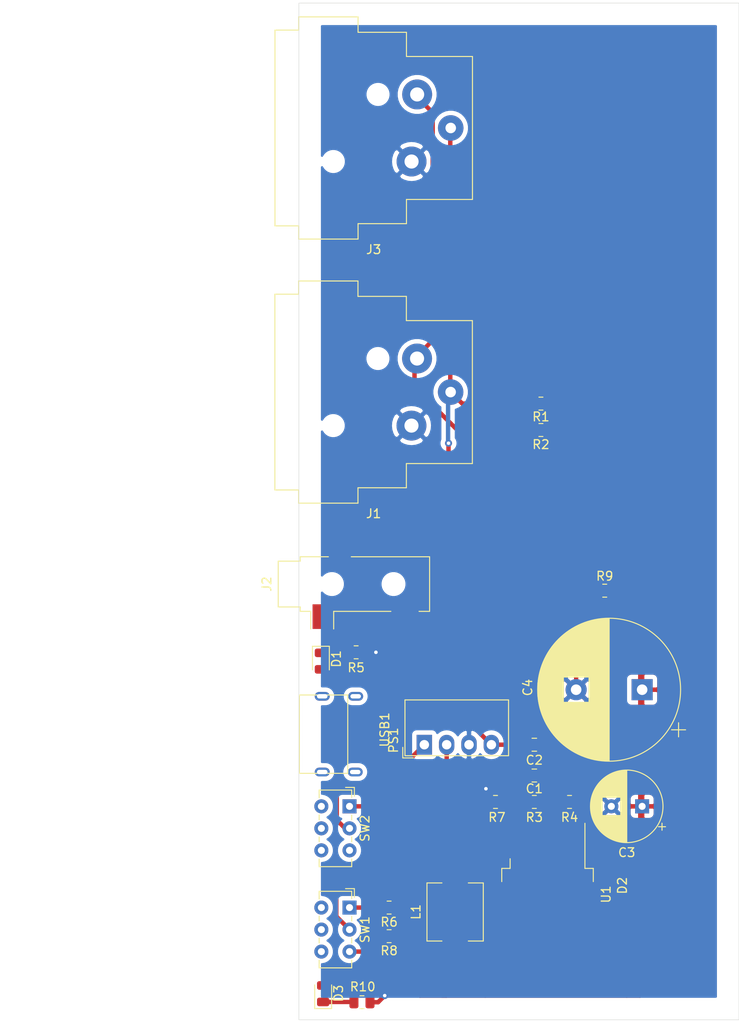
<source format=kicad_pcb>
(kicad_pcb (version 20171130) (host pcbnew 5.1.8)

  (general
    (thickness 1.6)
    (drawings 7)
    (tracks 112)
    (zones 0)
    (modules 26)
    (nets 19)
  )

  (page A4)
  (layers
    (0 F.Cu signal)
    (31 B.Cu signal)
    (32 B.Adhes user)
    (33 F.Adhes user)
    (34 B.Paste user)
    (35 F.Paste user)
    (36 B.SilkS user)
    (37 F.SilkS user)
    (38 B.Mask user)
    (39 F.Mask user)
    (40 Dwgs.User user)
    (41 Cmts.User user)
    (42 Eco1.User user)
    (43 Eco2.User user)
    (44 Edge.Cuts user)
    (45 Margin user)
    (46 B.CrtYd user)
    (47 F.CrtYd user)
    (48 B.Fab user)
    (49 F.Fab user)
  )

  (setup
    (last_trace_width 0.5)
    (user_trace_width 0.25)
    (user_trace_width 0.5)
    (trace_clearance 0.2)
    (zone_clearance 0.508)
    (zone_45_only no)
    (trace_min 0.2)
    (via_size 0.8)
    (via_drill 0.4)
    (via_min_size 0.4)
    (via_min_drill 0.3)
    (uvia_size 0.3)
    (uvia_drill 0.1)
    (uvias_allowed no)
    (uvia_min_size 0.2)
    (uvia_min_drill 0.1)
    (edge_width 0.05)
    (segment_width 0.2)
    (pcb_text_width 0.3)
    (pcb_text_size 1.5 1.5)
    (mod_edge_width 0.12)
    (mod_text_size 1 1)
    (mod_text_width 0.15)
    (pad_size 1.524 1.524)
    (pad_drill 0.762)
    (pad_to_mask_clearance 0)
    (aux_axis_origin 0 0)
    (visible_elements FFFFFF7F)
    (pcbplotparams
      (layerselection 0x010fc_ffffffff)
      (usegerberextensions false)
      (usegerberattributes true)
      (usegerberadvancedattributes true)
      (creategerberjobfile true)
      (excludeedgelayer true)
      (linewidth 0.100000)
      (plotframeref false)
      (viasonmask false)
      (mode 1)
      (useauxorigin false)
      (hpglpennumber 1)
      (hpglpenspeed 20)
      (hpglpendiameter 15.000000)
      (psnegative false)
      (psa4output false)
      (plotreference true)
      (plotvalue true)
      (plotinvisibletext false)
      (padsonsilk false)
      (subtractmaskfromsilk false)
      (outputformat 1)
      (mirror false)
      (drillshape 1)
      (scaleselection 1)
      (outputdirectory ""))
  )

  (net 0 "")
  (net 1 GND)
  (net 2 5V)
  (net 3 48V)
  (net 4 "Net-(D1-Pad1)")
  (net 5 "Net-(J1-Pad3)")
  (net 6 "Net-(J1-Pad2)")
  (net 7 "Net-(R3-Pad2)")
  (net 8 /Vsw)
  (net 9 GNDD)
  (net 10 "Net-(PS1-Pad2)")
  (net 11 "Net-(SW2-Pad3)")
  (net 12 "Net-(R6-Pad2)")
  (net 13 "Net-(R7-Pad2)")
  (net 14 "Net-(R8-Pad2)")
  (net 15 "Net-(D3-Pad1)")
  (net 16 "Net-(SW2-Pad2)")
  (net 17 "Net-(USB1-Pad3)")
  (net 18 "Net-(USB1-Pad4)")

  (net_class Default "This is the default net class."
    (clearance 0.2)
    (trace_width 0.25)
    (via_dia 0.8)
    (via_drill 0.4)
    (uvia_dia 0.3)
    (uvia_drill 0.1)
    (add_net /Vsw)
    (add_net 48V)
    (add_net 5V)
    (add_net GND)
    (add_net GNDD)
    (add_net "Net-(D1-Pad1)")
    (add_net "Net-(D3-Pad1)")
    (add_net "Net-(J1-Pad2)")
    (add_net "Net-(J1-Pad3)")
    (add_net "Net-(PS1-Pad2)")
    (add_net "Net-(R3-Pad2)")
    (add_net "Net-(R6-Pad2)")
    (add_net "Net-(R7-Pad2)")
    (add_net "Net-(R8-Pad2)")
    (add_net "Net-(SW2-Pad2)")
    (add_net "Net-(SW2-Pad3)")
    (add_net "Net-(USB1-Pad3)")
    (add_net "Net-(USB1-Pad4)")
  )

  (module connector_USB:UJC-HP-3-SMT-TR (layer F.Cu) (tedit 5FBFB821) (tstamp 5FC0E450)
    (at 40.25 144.55 270)
    (path /5FCC3B2B)
    (fp_text reference USB1 (at 0 0.5 90) (layer F.SilkS)
      (effects (font (size 1 1) (thickness 0.15)))
    )
    (fp_text value USB_C_Power_Only (at 0 -0.5 90) (layer F.Fab)
      (effects (font (size 1 1) (thickness 0.15)))
    )
    (fp_line (start 4.95 10.2) (end 4.95 4.7) (layer F.SilkS) (width 0.12))
    (fp_line (start -3.95 4.7) (end -3.95 10.2) (layer F.SilkS) (width 0.12))
    (fp_line (start -3.95 10.2) (end 4.95 10.2) (layer F.SilkS) (width 0.12))
    (fp_line (start -3.95 4.7) (end 4.95 4.7) (layer F.SilkS) (width 0.12))
    (pad 1 smd roundrect (at -2.25 3.8 270) (size 0.9 1.15) (layers F.Cu F.Paste F.Mask) (roundrect_rratio 0.25)
      (net 9 GNDD))
    (pad 1 smd roundrect (at 3.25 3.8 270) (size 0.9 1.15) (layers F.Cu F.Paste F.Mask) (roundrect_rratio 0.25)
      (net 9 GNDD))
    (pad 3 smd roundrect (at 0 3.81 270) (size 0.7 1.15) (layers F.Cu F.Paste F.Mask) (roundrect_rratio 0.25)
      (net 17 "Net-(USB1-Pad3)"))
    (pad 2 smd roundrect (at 2 3.81 270) (size 0.8 1.15) (layers F.Cu F.Paste F.Mask) (roundrect_rratio 0.25)
      (net 16 "Net-(SW2-Pad2)"))
    (pad 2 smd roundrect (at -1 3.81 270) (size 0.8 1.15) (layers F.Cu F.Paste F.Mask) (roundrect_rratio 0.25)
      (net 16 "Net-(SW2-Pad2)"))
    (pad 4 smd roundrect (at 1 3.8 270) (size 0.7 1.15) (layers F.Cu F.Paste F.Mask) (roundrect_rratio 0.25)
      (net 18 "Net-(USB1-Pad4)"))
    (pad "" thru_hole oval (at 4.8 3.85 270) (size 1 1.7) (drill oval 0.5 1.2) (layers *.Cu *.Mask))
    (pad "" thru_hole oval (at -3.8 3.8 270) (size 1 1.7) (drill oval 0.5 1.2) (layers *.Cu *.Mask))
    (pad "" thru_hole oval (at 4.8 7.6 270) (size 1 1.7) (drill oval 0.5 1.2) (layers *.Cu *.Mask))
    (pad "" thru_hole oval (at -3.8 7.6 270) (size 1 1.7) (drill oval 0.5 1.2) (layers *.Cu *.Mask))
  )

  (module Resistor_SMD:R_0805_2012Metric (layer F.Cu) (tedit 5F68FEEE) (tstamp 5FC0E6E3)
    (at 37.165302 175.5)
    (descr "Resistor SMD 0805 (2012 Metric), square (rectangular) end terminal, IPC_7351 nominal, (Body size source: IPC-SM-782 page 72, https://www.pcb-3d.com/wordpress/wp-content/uploads/ipc-sm-782a_amendment_1_and_2.pdf), generated with kicad-footprint-generator")
    (tags resistor)
    (path /5FD275BB)
    (attr smd)
    (fp_text reference R10 (at 0.084698 -1.75) (layer F.SilkS)
      (effects (font (size 1 1) (thickness 0.15)))
    )
    (fp_text value 47k (at 0 1.65) (layer F.Fab)
      (effects (font (size 1 1) (thickness 0.15)))
    )
    (fp_text user %R (at 0 0) (layer F.Fab)
      (effects (font (size 0.5 0.5) (thickness 0.08)))
    )
    (fp_line (start -1 0.625) (end -1 -0.625) (layer F.Fab) (width 0.1))
    (fp_line (start -1 -0.625) (end 1 -0.625) (layer F.Fab) (width 0.1))
    (fp_line (start 1 -0.625) (end 1 0.625) (layer F.Fab) (width 0.1))
    (fp_line (start 1 0.625) (end -1 0.625) (layer F.Fab) (width 0.1))
    (fp_line (start -0.227064 -0.735) (end 0.227064 -0.735) (layer F.SilkS) (width 0.12))
    (fp_line (start -0.227064 0.735) (end 0.227064 0.735) (layer F.SilkS) (width 0.12))
    (fp_line (start -1.68 0.95) (end -1.68 -0.95) (layer F.CrtYd) (width 0.05))
    (fp_line (start -1.68 -0.95) (end 1.68 -0.95) (layer F.CrtYd) (width 0.05))
    (fp_line (start 1.68 -0.95) (end 1.68 0.95) (layer F.CrtYd) (width 0.05))
    (fp_line (start 1.68 0.95) (end -1.68 0.95) (layer F.CrtYd) (width 0.05))
    (pad 2 smd roundrect (at 0.9125 0) (size 1.025 1.4) (layers F.Cu F.Paste F.Mask) (roundrect_rratio 0.243902)
      (net 1 GND))
    (pad 1 smd roundrect (at -0.9125 0) (size 1.025 1.4) (layers F.Cu F.Paste F.Mask) (roundrect_rratio 0.243902)
      (net 15 "Net-(D3-Pad1)"))
    (model ${KISYS3DMOD}/Resistor_SMD.3dshapes/R_0805_2012Metric.wrl
      (at (xyz 0 0 0))
      (scale (xyz 1 1 1))
      (rotate (xyz 0 0 0))
    )
  )

  (module Resistor_SMD:R_0805_2012Metric (layer F.Cu) (tedit 5F68FEEE) (tstamp 5FC0D95A)
    (at 64.75 128.75)
    (descr "Resistor SMD 0805 (2012 Metric), square (rectangular) end terminal, IPC_7351 nominal, (Body size source: IPC-SM-782 page 72, https://www.pcb-3d.com/wordpress/wp-content/uploads/ipc-sm-782a_amendment_1_and_2.pdf), generated with kicad-footprint-generator")
    (tags resistor)
    (path /5FCB631B)
    (attr smd)
    (fp_text reference R9 (at 0 -1.65) (layer F.SilkS)
      (effects (font (size 1 1) (thickness 0.15)))
    )
    (fp_text value 1k (at 0 1.65) (layer F.Fab)
      (effects (font (size 1 1) (thickness 0.15)))
    )
    (fp_text user %R (at 0 0) (layer F.Fab)
      (effects (font (size 0.5 0.5) (thickness 0.08)))
    )
    (fp_line (start -1 0.625) (end -1 -0.625) (layer F.Fab) (width 0.1))
    (fp_line (start -1 -0.625) (end 1 -0.625) (layer F.Fab) (width 0.1))
    (fp_line (start 1 -0.625) (end 1 0.625) (layer F.Fab) (width 0.1))
    (fp_line (start 1 0.625) (end -1 0.625) (layer F.Fab) (width 0.1))
    (fp_line (start -0.227064 -0.735) (end 0.227064 -0.735) (layer F.SilkS) (width 0.12))
    (fp_line (start -0.227064 0.735) (end 0.227064 0.735) (layer F.SilkS) (width 0.12))
    (fp_line (start -1.68 0.95) (end -1.68 -0.95) (layer F.CrtYd) (width 0.05))
    (fp_line (start -1.68 -0.95) (end 1.68 -0.95) (layer F.CrtYd) (width 0.05))
    (fp_line (start 1.68 -0.95) (end 1.68 0.95) (layer F.CrtYd) (width 0.05))
    (fp_line (start 1.68 0.95) (end -1.68 0.95) (layer F.CrtYd) (width 0.05))
    (pad 2 smd roundrect (at 0.9125 0) (size 1.025 1.4) (layers F.Cu F.Paste F.Mask) (roundrect_rratio 0.243902)
      (net 3 48V))
    (pad 1 smd roundrect (at -0.9125 0) (size 1.025 1.4) (layers F.Cu F.Paste F.Mask) (roundrect_rratio 0.243902)
      (net 1 GND))
    (model ${KISYS3DMOD}/Resistor_SMD.3dshapes/R_0805_2012Metric.wrl
      (at (xyz 0 0 0))
      (scale (xyz 1 1 1))
      (rotate (xyz 0 0 0))
    )
  )

  (module LED_SMD:LED_0805_2012Metric (layer F.Cu) (tedit 5F68FEF1) (tstamp 5FC0E1C3)
    (at 32.755302 174.535 90)
    (descr "LED SMD 0805 (2012 Metric), square (rectangular) end terminal, IPC_7351 nominal, (Body size source: https://docs.google.com/spreadsheets/d/1BsfQQcO9C6DZCsRaXUlFlo91Tg2WpOkGARC1WS5S8t0/edit?usp=sharing), generated with kicad-footprint-generator")
    (tags LED)
    (path /5FD275C1)
    (attr smd)
    (fp_text reference D3 (at 0.035 1.744698 90) (layer F.SilkS)
      (effects (font (size 1 1) (thickness 0.15)))
    )
    (fp_text value LED (at 0 1.65 90) (layer F.Fab)
      (effects (font (size 1 1) (thickness 0.15)))
    )
    (fp_text user %R (at 0 0 90) (layer F.Fab)
      (effects (font (size 0.5 0.5) (thickness 0.08)))
    )
    (fp_line (start 1 -0.6) (end -0.7 -0.6) (layer F.Fab) (width 0.1))
    (fp_line (start -0.7 -0.6) (end -1 -0.3) (layer F.Fab) (width 0.1))
    (fp_line (start -1 -0.3) (end -1 0.6) (layer F.Fab) (width 0.1))
    (fp_line (start -1 0.6) (end 1 0.6) (layer F.Fab) (width 0.1))
    (fp_line (start 1 0.6) (end 1 -0.6) (layer F.Fab) (width 0.1))
    (fp_line (start 1 -0.96) (end -1.685 -0.96) (layer F.SilkS) (width 0.12))
    (fp_line (start -1.685 -0.96) (end -1.685 0.96) (layer F.SilkS) (width 0.12))
    (fp_line (start -1.685 0.96) (end 1 0.96) (layer F.SilkS) (width 0.12))
    (fp_line (start -1.68 0.95) (end -1.68 -0.95) (layer F.CrtYd) (width 0.05))
    (fp_line (start -1.68 -0.95) (end 1.68 -0.95) (layer F.CrtYd) (width 0.05))
    (fp_line (start 1.68 -0.95) (end 1.68 0.95) (layer F.CrtYd) (width 0.05))
    (fp_line (start 1.68 0.95) (end -1.68 0.95) (layer F.CrtYd) (width 0.05))
    (pad 2 smd roundrect (at 0.9375 0 90) (size 0.975 1.4) (layers F.Cu F.Paste F.Mask) (roundrect_rratio 0.25)
      (net 3 48V))
    (pad 1 smd roundrect (at -0.9375 0 90) (size 0.975 1.4) (layers F.Cu F.Paste F.Mask) (roundrect_rratio 0.25)
      (net 15 "Net-(D3-Pad1)"))
    (model ${KISYS3DMOD}/LED_SMD.3dshapes/LED_0805_2012Metric.wrl
      (at (xyz 0 0 0))
      (scale (xyz 1 1 1))
      (rotate (xyz 0 0 0))
    )
  )

  (module Capacitor_THT:CP_Radial_D16.0mm_P7.50mm (layer F.Cu) (tedit 5AE50EF1) (tstamp 5FC0DE4E)
    (at 69 140 180)
    (descr "CP, Radial series, Radial, pin pitch=7.50mm, , diameter=16mm, Electrolytic Capacitor")
    (tags "CP Radial series Radial pin pitch 7.50mm  diameter 16mm Electrolytic Capacitor")
    (path /5FD321FC)
    (fp_text reference C4 (at 13 0.25 90) (layer F.SilkS)
      (effects (font (size 1 1) (thickness 0.15)))
    )
    (fp_text value 220u (at 3.75 9.25) (layer F.Fab)
      (effects (font (size 1 1) (thickness 0.15)))
    )
    (fp_text user %R (at 3.75 0) (layer F.Fab)
      (effects (font (size 1 1) (thickness 0.15)))
    )
    (fp_circle (center 3.75 0) (end 11.75 0) (layer F.Fab) (width 0.1))
    (fp_circle (center 3.75 0) (end 11.87 0) (layer F.SilkS) (width 0.12))
    (fp_circle (center 3.75 0) (end 12 0) (layer F.CrtYd) (width 0.05))
    (fp_line (start -3.125168 -3.5075) (end -1.525168 -3.5075) (layer F.Fab) (width 0.1))
    (fp_line (start -2.325168 -4.3075) (end -2.325168 -2.7075) (layer F.Fab) (width 0.1))
    (fp_line (start 3.75 -8.081) (end 3.75 8.081) (layer F.SilkS) (width 0.12))
    (fp_line (start 3.79 -8.08) (end 3.79 8.08) (layer F.SilkS) (width 0.12))
    (fp_line (start 3.83 -8.08) (end 3.83 8.08) (layer F.SilkS) (width 0.12))
    (fp_line (start 3.87 -8.08) (end 3.87 8.08) (layer F.SilkS) (width 0.12))
    (fp_line (start 3.91 -8.079) (end 3.91 8.079) (layer F.SilkS) (width 0.12))
    (fp_line (start 3.95 -8.078) (end 3.95 8.078) (layer F.SilkS) (width 0.12))
    (fp_line (start 3.99 -8.077) (end 3.99 8.077) (layer F.SilkS) (width 0.12))
    (fp_line (start 4.03 -8.076) (end 4.03 8.076) (layer F.SilkS) (width 0.12))
    (fp_line (start 4.07 -8.074) (end 4.07 8.074) (layer F.SilkS) (width 0.12))
    (fp_line (start 4.11 -8.073) (end 4.11 8.073) (layer F.SilkS) (width 0.12))
    (fp_line (start 4.15 -8.071) (end 4.15 8.071) (layer F.SilkS) (width 0.12))
    (fp_line (start 4.19 -8.069) (end 4.19 8.069) (layer F.SilkS) (width 0.12))
    (fp_line (start 4.23 -8.066) (end 4.23 8.066) (layer F.SilkS) (width 0.12))
    (fp_line (start 4.27 -8.064) (end 4.27 8.064) (layer F.SilkS) (width 0.12))
    (fp_line (start 4.31 -8.061) (end 4.31 8.061) (layer F.SilkS) (width 0.12))
    (fp_line (start 4.35 -8.058) (end 4.35 8.058) (layer F.SilkS) (width 0.12))
    (fp_line (start 4.39 -8.055) (end 4.39 8.055) (layer F.SilkS) (width 0.12))
    (fp_line (start 4.43 -8.052) (end 4.43 8.052) (layer F.SilkS) (width 0.12))
    (fp_line (start 4.471 -8.049) (end 4.471 8.049) (layer F.SilkS) (width 0.12))
    (fp_line (start 4.511 -8.045) (end 4.511 8.045) (layer F.SilkS) (width 0.12))
    (fp_line (start 4.551 -8.041) (end 4.551 8.041) (layer F.SilkS) (width 0.12))
    (fp_line (start 4.591 -8.037) (end 4.591 8.037) (layer F.SilkS) (width 0.12))
    (fp_line (start 4.631 -8.033) (end 4.631 8.033) (layer F.SilkS) (width 0.12))
    (fp_line (start 4.671 -8.028) (end 4.671 8.028) (layer F.SilkS) (width 0.12))
    (fp_line (start 4.711 -8.024) (end 4.711 8.024) (layer F.SilkS) (width 0.12))
    (fp_line (start 4.751 -8.019) (end 4.751 8.019) (layer F.SilkS) (width 0.12))
    (fp_line (start 4.791 -8.014) (end 4.791 8.014) (layer F.SilkS) (width 0.12))
    (fp_line (start 4.831 -8.008) (end 4.831 8.008) (layer F.SilkS) (width 0.12))
    (fp_line (start 4.871 -8.003) (end 4.871 8.003) (layer F.SilkS) (width 0.12))
    (fp_line (start 4.911 -7.997) (end 4.911 7.997) (layer F.SilkS) (width 0.12))
    (fp_line (start 4.951 -7.991) (end 4.951 7.991) (layer F.SilkS) (width 0.12))
    (fp_line (start 4.991 -7.985) (end 4.991 7.985) (layer F.SilkS) (width 0.12))
    (fp_line (start 5.031 -7.979) (end 5.031 7.979) (layer F.SilkS) (width 0.12))
    (fp_line (start 5.071 -7.972) (end 5.071 7.972) (layer F.SilkS) (width 0.12))
    (fp_line (start 5.111 -7.966) (end 5.111 7.966) (layer F.SilkS) (width 0.12))
    (fp_line (start 5.151 -7.959) (end 5.151 7.959) (layer F.SilkS) (width 0.12))
    (fp_line (start 5.191 -7.952) (end 5.191 7.952) (layer F.SilkS) (width 0.12))
    (fp_line (start 5.231 -7.944) (end 5.231 7.944) (layer F.SilkS) (width 0.12))
    (fp_line (start 5.271 -7.937) (end 5.271 7.937) (layer F.SilkS) (width 0.12))
    (fp_line (start 5.311 -7.929) (end 5.311 7.929) (layer F.SilkS) (width 0.12))
    (fp_line (start 5.351 -7.921) (end 5.351 7.921) (layer F.SilkS) (width 0.12))
    (fp_line (start 5.391 -7.913) (end 5.391 7.913) (layer F.SilkS) (width 0.12))
    (fp_line (start 5.431 -7.905) (end 5.431 7.905) (layer F.SilkS) (width 0.12))
    (fp_line (start 5.471 -7.896) (end 5.471 7.896) (layer F.SilkS) (width 0.12))
    (fp_line (start 5.511 -7.887) (end 5.511 7.887) (layer F.SilkS) (width 0.12))
    (fp_line (start 5.551 -7.878) (end 5.551 7.878) (layer F.SilkS) (width 0.12))
    (fp_line (start 5.591 -7.869) (end 5.591 7.869) (layer F.SilkS) (width 0.12))
    (fp_line (start 5.631 -7.86) (end 5.631 7.86) (layer F.SilkS) (width 0.12))
    (fp_line (start 5.671 -7.85) (end 5.671 7.85) (layer F.SilkS) (width 0.12))
    (fp_line (start 5.711 -7.84) (end 5.711 7.84) (layer F.SilkS) (width 0.12))
    (fp_line (start 5.751 -7.83) (end 5.751 7.83) (layer F.SilkS) (width 0.12))
    (fp_line (start 5.791 -7.82) (end 5.791 7.82) (layer F.SilkS) (width 0.12))
    (fp_line (start 5.831 -7.81) (end 5.831 7.81) (layer F.SilkS) (width 0.12))
    (fp_line (start 5.871 -7.799) (end 5.871 7.799) (layer F.SilkS) (width 0.12))
    (fp_line (start 5.911 -7.788) (end 5.911 7.788) (layer F.SilkS) (width 0.12))
    (fp_line (start 5.951 -7.777) (end 5.951 7.777) (layer F.SilkS) (width 0.12))
    (fp_line (start 5.991 -7.765) (end 5.991 7.765) (layer F.SilkS) (width 0.12))
    (fp_line (start 6.031 -7.754) (end 6.031 7.754) (layer F.SilkS) (width 0.12))
    (fp_line (start 6.071 -7.742) (end 6.071 -1.44) (layer F.SilkS) (width 0.12))
    (fp_line (start 6.071 1.44) (end 6.071 7.742) (layer F.SilkS) (width 0.12))
    (fp_line (start 6.111 -7.73) (end 6.111 -1.44) (layer F.SilkS) (width 0.12))
    (fp_line (start 6.111 1.44) (end 6.111 7.73) (layer F.SilkS) (width 0.12))
    (fp_line (start 6.151 -7.718) (end 6.151 -1.44) (layer F.SilkS) (width 0.12))
    (fp_line (start 6.151 1.44) (end 6.151 7.718) (layer F.SilkS) (width 0.12))
    (fp_line (start 6.191 -7.705) (end 6.191 -1.44) (layer F.SilkS) (width 0.12))
    (fp_line (start 6.191 1.44) (end 6.191 7.705) (layer F.SilkS) (width 0.12))
    (fp_line (start 6.231 -7.693) (end 6.231 -1.44) (layer F.SilkS) (width 0.12))
    (fp_line (start 6.231 1.44) (end 6.231 7.693) (layer F.SilkS) (width 0.12))
    (fp_line (start 6.271 -7.68) (end 6.271 -1.44) (layer F.SilkS) (width 0.12))
    (fp_line (start 6.271 1.44) (end 6.271 7.68) (layer F.SilkS) (width 0.12))
    (fp_line (start 6.311 -7.666) (end 6.311 -1.44) (layer F.SilkS) (width 0.12))
    (fp_line (start 6.311 1.44) (end 6.311 7.666) (layer F.SilkS) (width 0.12))
    (fp_line (start 6.351 -7.653) (end 6.351 -1.44) (layer F.SilkS) (width 0.12))
    (fp_line (start 6.351 1.44) (end 6.351 7.653) (layer F.SilkS) (width 0.12))
    (fp_line (start 6.391 -7.639) (end 6.391 -1.44) (layer F.SilkS) (width 0.12))
    (fp_line (start 6.391 1.44) (end 6.391 7.639) (layer F.SilkS) (width 0.12))
    (fp_line (start 6.431 -7.625) (end 6.431 -1.44) (layer F.SilkS) (width 0.12))
    (fp_line (start 6.431 1.44) (end 6.431 7.625) (layer F.SilkS) (width 0.12))
    (fp_line (start 6.471 -7.611) (end 6.471 -1.44) (layer F.SilkS) (width 0.12))
    (fp_line (start 6.471 1.44) (end 6.471 7.611) (layer F.SilkS) (width 0.12))
    (fp_line (start 6.511 -7.597) (end 6.511 -1.44) (layer F.SilkS) (width 0.12))
    (fp_line (start 6.511 1.44) (end 6.511 7.597) (layer F.SilkS) (width 0.12))
    (fp_line (start 6.551 -7.582) (end 6.551 -1.44) (layer F.SilkS) (width 0.12))
    (fp_line (start 6.551 1.44) (end 6.551 7.582) (layer F.SilkS) (width 0.12))
    (fp_line (start 6.591 -7.568) (end 6.591 -1.44) (layer F.SilkS) (width 0.12))
    (fp_line (start 6.591 1.44) (end 6.591 7.568) (layer F.SilkS) (width 0.12))
    (fp_line (start 6.631 -7.553) (end 6.631 -1.44) (layer F.SilkS) (width 0.12))
    (fp_line (start 6.631 1.44) (end 6.631 7.553) (layer F.SilkS) (width 0.12))
    (fp_line (start 6.671 -7.537) (end 6.671 -1.44) (layer F.SilkS) (width 0.12))
    (fp_line (start 6.671 1.44) (end 6.671 7.537) (layer F.SilkS) (width 0.12))
    (fp_line (start 6.711 -7.522) (end 6.711 -1.44) (layer F.SilkS) (width 0.12))
    (fp_line (start 6.711 1.44) (end 6.711 7.522) (layer F.SilkS) (width 0.12))
    (fp_line (start 6.751 -7.506) (end 6.751 -1.44) (layer F.SilkS) (width 0.12))
    (fp_line (start 6.751 1.44) (end 6.751 7.506) (layer F.SilkS) (width 0.12))
    (fp_line (start 6.791 -7.49) (end 6.791 -1.44) (layer F.SilkS) (width 0.12))
    (fp_line (start 6.791 1.44) (end 6.791 7.49) (layer F.SilkS) (width 0.12))
    (fp_line (start 6.831 -7.474) (end 6.831 -1.44) (layer F.SilkS) (width 0.12))
    (fp_line (start 6.831 1.44) (end 6.831 7.474) (layer F.SilkS) (width 0.12))
    (fp_line (start 6.871 -7.457) (end 6.871 -1.44) (layer F.SilkS) (width 0.12))
    (fp_line (start 6.871 1.44) (end 6.871 7.457) (layer F.SilkS) (width 0.12))
    (fp_line (start 6.911 -7.44) (end 6.911 -1.44) (layer F.SilkS) (width 0.12))
    (fp_line (start 6.911 1.44) (end 6.911 7.44) (layer F.SilkS) (width 0.12))
    (fp_line (start 6.951 -7.423) (end 6.951 -1.44) (layer F.SilkS) (width 0.12))
    (fp_line (start 6.951 1.44) (end 6.951 7.423) (layer F.SilkS) (width 0.12))
    (fp_line (start 6.991 -7.406) (end 6.991 -1.44) (layer F.SilkS) (width 0.12))
    (fp_line (start 6.991 1.44) (end 6.991 7.406) (layer F.SilkS) (width 0.12))
    (fp_line (start 7.031 -7.389) (end 7.031 -1.44) (layer F.SilkS) (width 0.12))
    (fp_line (start 7.031 1.44) (end 7.031 7.389) (layer F.SilkS) (width 0.12))
    (fp_line (start 7.071 -7.371) (end 7.071 -1.44) (layer F.SilkS) (width 0.12))
    (fp_line (start 7.071 1.44) (end 7.071 7.371) (layer F.SilkS) (width 0.12))
    (fp_line (start 7.111 -7.353) (end 7.111 -1.44) (layer F.SilkS) (width 0.12))
    (fp_line (start 7.111 1.44) (end 7.111 7.353) (layer F.SilkS) (width 0.12))
    (fp_line (start 7.151 -7.334) (end 7.151 -1.44) (layer F.SilkS) (width 0.12))
    (fp_line (start 7.151 1.44) (end 7.151 7.334) (layer F.SilkS) (width 0.12))
    (fp_line (start 7.191 -7.316) (end 7.191 -1.44) (layer F.SilkS) (width 0.12))
    (fp_line (start 7.191 1.44) (end 7.191 7.316) (layer F.SilkS) (width 0.12))
    (fp_line (start 7.231 -7.297) (end 7.231 -1.44) (layer F.SilkS) (width 0.12))
    (fp_line (start 7.231 1.44) (end 7.231 7.297) (layer F.SilkS) (width 0.12))
    (fp_line (start 7.271 -7.278) (end 7.271 -1.44) (layer F.SilkS) (width 0.12))
    (fp_line (start 7.271 1.44) (end 7.271 7.278) (layer F.SilkS) (width 0.12))
    (fp_line (start 7.311 -7.258) (end 7.311 -1.44) (layer F.SilkS) (width 0.12))
    (fp_line (start 7.311 1.44) (end 7.311 7.258) (layer F.SilkS) (width 0.12))
    (fp_line (start 7.351 -7.239) (end 7.351 -1.44) (layer F.SilkS) (width 0.12))
    (fp_line (start 7.351 1.44) (end 7.351 7.239) (layer F.SilkS) (width 0.12))
    (fp_line (start 7.391 -7.219) (end 7.391 -1.44) (layer F.SilkS) (width 0.12))
    (fp_line (start 7.391 1.44) (end 7.391 7.219) (layer F.SilkS) (width 0.12))
    (fp_line (start 7.431 -7.199) (end 7.431 -1.44) (layer F.SilkS) (width 0.12))
    (fp_line (start 7.431 1.44) (end 7.431 7.199) (layer F.SilkS) (width 0.12))
    (fp_line (start 7.471 -7.178) (end 7.471 -1.44) (layer F.SilkS) (width 0.12))
    (fp_line (start 7.471 1.44) (end 7.471 7.178) (layer F.SilkS) (width 0.12))
    (fp_line (start 7.511 -7.157) (end 7.511 -1.44) (layer F.SilkS) (width 0.12))
    (fp_line (start 7.511 1.44) (end 7.511 7.157) (layer F.SilkS) (width 0.12))
    (fp_line (start 7.551 -7.136) (end 7.551 -1.44) (layer F.SilkS) (width 0.12))
    (fp_line (start 7.551 1.44) (end 7.551 7.136) (layer F.SilkS) (width 0.12))
    (fp_line (start 7.591 -7.115) (end 7.591 -1.44) (layer F.SilkS) (width 0.12))
    (fp_line (start 7.591 1.44) (end 7.591 7.115) (layer F.SilkS) (width 0.12))
    (fp_line (start 7.631 -7.094) (end 7.631 -1.44) (layer F.SilkS) (width 0.12))
    (fp_line (start 7.631 1.44) (end 7.631 7.094) (layer F.SilkS) (width 0.12))
    (fp_line (start 7.671 -7.072) (end 7.671 -1.44) (layer F.SilkS) (width 0.12))
    (fp_line (start 7.671 1.44) (end 7.671 7.072) (layer F.SilkS) (width 0.12))
    (fp_line (start 7.711 -7.049) (end 7.711 -1.44) (layer F.SilkS) (width 0.12))
    (fp_line (start 7.711 1.44) (end 7.711 7.049) (layer F.SilkS) (width 0.12))
    (fp_line (start 7.751 -7.027) (end 7.751 -1.44) (layer F.SilkS) (width 0.12))
    (fp_line (start 7.751 1.44) (end 7.751 7.027) (layer F.SilkS) (width 0.12))
    (fp_line (start 7.791 -7.004) (end 7.791 -1.44) (layer F.SilkS) (width 0.12))
    (fp_line (start 7.791 1.44) (end 7.791 7.004) (layer F.SilkS) (width 0.12))
    (fp_line (start 7.831 -6.981) (end 7.831 -1.44) (layer F.SilkS) (width 0.12))
    (fp_line (start 7.831 1.44) (end 7.831 6.981) (layer F.SilkS) (width 0.12))
    (fp_line (start 7.871 -6.958) (end 7.871 -1.44) (layer F.SilkS) (width 0.12))
    (fp_line (start 7.871 1.44) (end 7.871 6.958) (layer F.SilkS) (width 0.12))
    (fp_line (start 7.911 -6.934) (end 7.911 -1.44) (layer F.SilkS) (width 0.12))
    (fp_line (start 7.911 1.44) (end 7.911 6.934) (layer F.SilkS) (width 0.12))
    (fp_line (start 7.951 -6.91) (end 7.951 -1.44) (layer F.SilkS) (width 0.12))
    (fp_line (start 7.951 1.44) (end 7.951 6.91) (layer F.SilkS) (width 0.12))
    (fp_line (start 7.991 -6.886) (end 7.991 -1.44) (layer F.SilkS) (width 0.12))
    (fp_line (start 7.991 1.44) (end 7.991 6.886) (layer F.SilkS) (width 0.12))
    (fp_line (start 8.031 -6.861) (end 8.031 -1.44) (layer F.SilkS) (width 0.12))
    (fp_line (start 8.031 1.44) (end 8.031 6.861) (layer F.SilkS) (width 0.12))
    (fp_line (start 8.071 -6.836) (end 8.071 -1.44) (layer F.SilkS) (width 0.12))
    (fp_line (start 8.071 1.44) (end 8.071 6.836) (layer F.SilkS) (width 0.12))
    (fp_line (start 8.111 -6.811) (end 8.111 -1.44) (layer F.SilkS) (width 0.12))
    (fp_line (start 8.111 1.44) (end 8.111 6.811) (layer F.SilkS) (width 0.12))
    (fp_line (start 8.151 -6.785) (end 8.151 -1.44) (layer F.SilkS) (width 0.12))
    (fp_line (start 8.151 1.44) (end 8.151 6.785) (layer F.SilkS) (width 0.12))
    (fp_line (start 8.191 -6.759) (end 8.191 -1.44) (layer F.SilkS) (width 0.12))
    (fp_line (start 8.191 1.44) (end 8.191 6.759) (layer F.SilkS) (width 0.12))
    (fp_line (start 8.231 -6.733) (end 8.231 -1.44) (layer F.SilkS) (width 0.12))
    (fp_line (start 8.231 1.44) (end 8.231 6.733) (layer F.SilkS) (width 0.12))
    (fp_line (start 8.271 -6.706) (end 8.271 -1.44) (layer F.SilkS) (width 0.12))
    (fp_line (start 8.271 1.44) (end 8.271 6.706) (layer F.SilkS) (width 0.12))
    (fp_line (start 8.311 -6.679) (end 8.311 -1.44) (layer F.SilkS) (width 0.12))
    (fp_line (start 8.311 1.44) (end 8.311 6.679) (layer F.SilkS) (width 0.12))
    (fp_line (start 8.351 -6.652) (end 8.351 -1.44) (layer F.SilkS) (width 0.12))
    (fp_line (start 8.351 1.44) (end 8.351 6.652) (layer F.SilkS) (width 0.12))
    (fp_line (start 8.391 -6.624) (end 8.391 -1.44) (layer F.SilkS) (width 0.12))
    (fp_line (start 8.391 1.44) (end 8.391 6.624) (layer F.SilkS) (width 0.12))
    (fp_line (start 8.431 -6.596) (end 8.431 -1.44) (layer F.SilkS) (width 0.12))
    (fp_line (start 8.431 1.44) (end 8.431 6.596) (layer F.SilkS) (width 0.12))
    (fp_line (start 8.471 -6.568) (end 8.471 -1.44) (layer F.SilkS) (width 0.12))
    (fp_line (start 8.471 1.44) (end 8.471 6.568) (layer F.SilkS) (width 0.12))
    (fp_line (start 8.511 -6.539) (end 8.511 -1.44) (layer F.SilkS) (width 0.12))
    (fp_line (start 8.511 1.44) (end 8.511 6.539) (layer F.SilkS) (width 0.12))
    (fp_line (start 8.551 -6.51) (end 8.551 -1.44) (layer F.SilkS) (width 0.12))
    (fp_line (start 8.551 1.44) (end 8.551 6.51) (layer F.SilkS) (width 0.12))
    (fp_line (start 8.591 -6.48) (end 8.591 -1.44) (layer F.SilkS) (width 0.12))
    (fp_line (start 8.591 1.44) (end 8.591 6.48) (layer F.SilkS) (width 0.12))
    (fp_line (start 8.631 -6.45) (end 8.631 -1.44) (layer F.SilkS) (width 0.12))
    (fp_line (start 8.631 1.44) (end 8.631 6.45) (layer F.SilkS) (width 0.12))
    (fp_line (start 8.671 -6.42) (end 8.671 -1.44) (layer F.SilkS) (width 0.12))
    (fp_line (start 8.671 1.44) (end 8.671 6.42) (layer F.SilkS) (width 0.12))
    (fp_line (start 8.711 -6.39) (end 8.711 -1.44) (layer F.SilkS) (width 0.12))
    (fp_line (start 8.711 1.44) (end 8.711 6.39) (layer F.SilkS) (width 0.12))
    (fp_line (start 8.751 -6.358) (end 8.751 -1.44) (layer F.SilkS) (width 0.12))
    (fp_line (start 8.751 1.44) (end 8.751 6.358) (layer F.SilkS) (width 0.12))
    (fp_line (start 8.791 -6.327) (end 8.791 -1.44) (layer F.SilkS) (width 0.12))
    (fp_line (start 8.791 1.44) (end 8.791 6.327) (layer F.SilkS) (width 0.12))
    (fp_line (start 8.831 -6.295) (end 8.831 -1.44) (layer F.SilkS) (width 0.12))
    (fp_line (start 8.831 1.44) (end 8.831 6.295) (layer F.SilkS) (width 0.12))
    (fp_line (start 8.871 -6.263) (end 8.871 -1.44) (layer F.SilkS) (width 0.12))
    (fp_line (start 8.871 1.44) (end 8.871 6.263) (layer F.SilkS) (width 0.12))
    (fp_line (start 8.911 -6.23) (end 8.911 -1.44) (layer F.SilkS) (width 0.12))
    (fp_line (start 8.911 1.44) (end 8.911 6.23) (layer F.SilkS) (width 0.12))
    (fp_line (start 8.951 -6.197) (end 8.951 6.197) (layer F.SilkS) (width 0.12))
    (fp_line (start 8.991 -6.163) (end 8.991 6.163) (layer F.SilkS) (width 0.12))
    (fp_line (start 9.031 -6.129) (end 9.031 6.129) (layer F.SilkS) (width 0.12))
    (fp_line (start 9.071 -6.095) (end 9.071 6.095) (layer F.SilkS) (width 0.12))
    (fp_line (start 9.111 -6.06) (end 9.111 6.06) (layer F.SilkS) (width 0.12))
    (fp_line (start 9.151 -6.025) (end 9.151 6.025) (layer F.SilkS) (width 0.12))
    (fp_line (start 9.191 -5.989) (end 9.191 5.989) (layer F.SilkS) (width 0.12))
    (fp_line (start 9.231 -5.952) (end 9.231 5.952) (layer F.SilkS) (width 0.12))
    (fp_line (start 9.271 -5.916) (end 9.271 5.916) (layer F.SilkS) (width 0.12))
    (fp_line (start 9.311 -5.878) (end 9.311 5.878) (layer F.SilkS) (width 0.12))
    (fp_line (start 9.351 -5.84) (end 9.351 5.84) (layer F.SilkS) (width 0.12))
    (fp_line (start 9.391 -5.802) (end 9.391 5.802) (layer F.SilkS) (width 0.12))
    (fp_line (start 9.431 -5.763) (end 9.431 5.763) (layer F.SilkS) (width 0.12))
    (fp_line (start 9.471 -5.724) (end 9.471 5.724) (layer F.SilkS) (width 0.12))
    (fp_line (start 9.511 -5.684) (end 9.511 5.684) (layer F.SilkS) (width 0.12))
    (fp_line (start 9.551 -5.643) (end 9.551 5.643) (layer F.SilkS) (width 0.12))
    (fp_line (start 9.591 -5.602) (end 9.591 5.602) (layer F.SilkS) (width 0.12))
    (fp_line (start 9.631 -5.56) (end 9.631 5.56) (layer F.SilkS) (width 0.12))
    (fp_line (start 9.671 -5.518) (end 9.671 5.518) (layer F.SilkS) (width 0.12))
    (fp_line (start 9.711 -5.475) (end 9.711 5.475) (layer F.SilkS) (width 0.12))
    (fp_line (start 9.751 -5.432) (end 9.751 5.432) (layer F.SilkS) (width 0.12))
    (fp_line (start 9.791 -5.388) (end 9.791 5.388) (layer F.SilkS) (width 0.12))
    (fp_line (start 9.831 -5.343) (end 9.831 5.343) (layer F.SilkS) (width 0.12))
    (fp_line (start 9.871 -5.297) (end 9.871 5.297) (layer F.SilkS) (width 0.12))
    (fp_line (start 9.911 -5.251) (end 9.911 5.251) (layer F.SilkS) (width 0.12))
    (fp_line (start 9.951 -5.204) (end 9.951 5.204) (layer F.SilkS) (width 0.12))
    (fp_line (start 9.991 -5.156) (end 9.991 5.156) (layer F.SilkS) (width 0.12))
    (fp_line (start 10.031 -5.108) (end 10.031 5.108) (layer F.SilkS) (width 0.12))
    (fp_line (start 10.071 -5.059) (end 10.071 5.059) (layer F.SilkS) (width 0.12))
    (fp_line (start 10.111 -5.009) (end 10.111 5.009) (layer F.SilkS) (width 0.12))
    (fp_line (start 10.151 -4.958) (end 10.151 4.958) (layer F.SilkS) (width 0.12))
    (fp_line (start 10.191 -4.906) (end 10.191 4.906) (layer F.SilkS) (width 0.12))
    (fp_line (start 10.231 -4.854) (end 10.231 4.854) (layer F.SilkS) (width 0.12))
    (fp_line (start 10.271 -4.8) (end 10.271 4.8) (layer F.SilkS) (width 0.12))
    (fp_line (start 10.311 -4.746) (end 10.311 4.746) (layer F.SilkS) (width 0.12))
    (fp_line (start 10.351 -4.691) (end 10.351 4.691) (layer F.SilkS) (width 0.12))
    (fp_line (start 10.391 -4.634) (end 10.391 4.634) (layer F.SilkS) (width 0.12))
    (fp_line (start 10.431 -4.577) (end 10.431 4.577) (layer F.SilkS) (width 0.12))
    (fp_line (start 10.471 -4.519) (end 10.471 4.519) (layer F.SilkS) (width 0.12))
    (fp_line (start 10.511 -4.459) (end 10.511 4.459) (layer F.SilkS) (width 0.12))
    (fp_line (start 10.551 -4.398) (end 10.551 4.398) (layer F.SilkS) (width 0.12))
    (fp_line (start 10.591 -4.336) (end 10.591 4.336) (layer F.SilkS) (width 0.12))
    (fp_line (start 10.631 -4.273) (end 10.631 4.273) (layer F.SilkS) (width 0.12))
    (fp_line (start 10.671 -4.209) (end 10.671 4.209) (layer F.SilkS) (width 0.12))
    (fp_line (start 10.711 -4.143) (end 10.711 4.143) (layer F.SilkS) (width 0.12))
    (fp_line (start 10.751 -4.076) (end 10.751 4.076) (layer F.SilkS) (width 0.12))
    (fp_line (start 10.791 -4.007) (end 10.791 4.007) (layer F.SilkS) (width 0.12))
    (fp_line (start 10.831 -3.936) (end 10.831 3.936) (layer F.SilkS) (width 0.12))
    (fp_line (start 10.871 -3.864) (end 10.871 3.864) (layer F.SilkS) (width 0.12))
    (fp_line (start 10.911 -3.79) (end 10.911 3.79) (layer F.SilkS) (width 0.12))
    (fp_line (start 10.951 -3.715) (end 10.951 3.715) (layer F.SilkS) (width 0.12))
    (fp_line (start 10.991 -3.637) (end 10.991 3.637) (layer F.SilkS) (width 0.12))
    (fp_line (start 11.031 -3.557) (end 11.031 3.557) (layer F.SilkS) (width 0.12))
    (fp_line (start 11.071 -3.475) (end 11.071 3.475) (layer F.SilkS) (width 0.12))
    (fp_line (start 11.111 -3.39) (end 11.111 3.39) (layer F.SilkS) (width 0.12))
    (fp_line (start 11.151 -3.303) (end 11.151 3.303) (layer F.SilkS) (width 0.12))
    (fp_line (start 11.191 -3.213) (end 11.191 3.213) (layer F.SilkS) (width 0.12))
    (fp_line (start 11.231 -3.12) (end 11.231 3.12) (layer F.SilkS) (width 0.12))
    (fp_line (start 11.271 -3.024) (end 11.271 3.024) (layer F.SilkS) (width 0.12))
    (fp_line (start 11.311 -2.924) (end 11.311 2.924) (layer F.SilkS) (width 0.12))
    (fp_line (start 11.351 -2.82) (end 11.351 2.82) (layer F.SilkS) (width 0.12))
    (fp_line (start 11.391 -2.711) (end 11.391 2.711) (layer F.SilkS) (width 0.12))
    (fp_line (start 11.431 -2.597) (end 11.431 2.597) (layer F.SilkS) (width 0.12))
    (fp_line (start 11.471 -2.478) (end 11.471 2.478) (layer F.SilkS) (width 0.12))
    (fp_line (start 11.511 -2.351) (end 11.511 2.351) (layer F.SilkS) (width 0.12))
    (fp_line (start 11.551 -2.218) (end 11.551 2.218) (layer F.SilkS) (width 0.12))
    (fp_line (start 11.591 -2.074) (end 11.591 2.074) (layer F.SilkS) (width 0.12))
    (fp_line (start 11.631 -1.92) (end 11.631 1.92) (layer F.SilkS) (width 0.12))
    (fp_line (start 11.671 -1.752) (end 11.671 1.752) (layer F.SilkS) (width 0.12))
    (fp_line (start 11.711 -1.564) (end 11.711 1.564) (layer F.SilkS) (width 0.12))
    (fp_line (start 11.751 -1.351) (end 11.751 1.351) (layer F.SilkS) (width 0.12))
    (fp_line (start 11.791 -1.098) (end 11.791 1.098) (layer F.SilkS) (width 0.12))
    (fp_line (start 11.831 -0.765) (end 11.831 0.765) (layer F.SilkS) (width 0.12))
    (fp_line (start -4.939491 -4.555) (end -3.339491 -4.555) (layer F.SilkS) (width 0.12))
    (fp_line (start -4.139491 -5.355) (end -4.139491 -3.755) (layer F.SilkS) (width 0.12))
    (pad 2 thru_hole circle (at 7.5 0 180) (size 2.4 2.4) (drill 1.2) (layers *.Cu *.Mask)
      (net 1 GND))
    (pad 1 thru_hole rect (at 0 0 180) (size 2.4 2.4) (drill 1.2) (layers *.Cu *.Mask)
      (net 3 48V))
    (model ${KISYS3DMOD}/Capacitor_THT.3dshapes/CP_Radial_D16.0mm_P7.50mm.wrl
      (at (xyz 0 0 0))
      (scale (xyz 1 1 1))
      (rotate (xyz 0 0 0))
    )
  )

  (module Capacitor_THT:CP_Radial_D8.0mm_P3.50mm (layer F.Cu) (tedit 5AE50EF0) (tstamp 5FC0E2DD)
    (at 69 153.25 180)
    (descr "CP, Radial series, Radial, pin pitch=3.50mm, , diameter=8mm, Electrolytic Capacitor")
    (tags "CP Radial series Radial pin pitch 3.50mm  diameter 8mm Electrolytic Capacitor")
    (path /5FD4041A)
    (fp_text reference C3 (at 1.75 -5.25) (layer F.SilkS)
      (effects (font (size 1 1) (thickness 0.15)))
    )
    (fp_text value 10u (at 1.75 5.25) (layer F.Fab)
      (effects (font (size 1 1) (thickness 0.15)))
    )
    (fp_text user %R (at 1.75 0) (layer F.Fab)
      (effects (font (size 1 1) (thickness 0.15)))
    )
    (fp_circle (center 1.75 0) (end 5.75 0) (layer F.Fab) (width 0.1))
    (fp_circle (center 1.75 0) (end 5.87 0) (layer F.SilkS) (width 0.12))
    (fp_circle (center 1.75 0) (end 6 0) (layer F.CrtYd) (width 0.05))
    (fp_line (start -1.676759 -1.7475) (end -0.876759 -1.7475) (layer F.Fab) (width 0.1))
    (fp_line (start -1.276759 -2.1475) (end -1.276759 -1.3475) (layer F.Fab) (width 0.1))
    (fp_line (start 1.75 -4.08) (end 1.75 4.08) (layer F.SilkS) (width 0.12))
    (fp_line (start 1.79 -4.08) (end 1.79 4.08) (layer F.SilkS) (width 0.12))
    (fp_line (start 1.83 -4.08) (end 1.83 4.08) (layer F.SilkS) (width 0.12))
    (fp_line (start 1.87 -4.079) (end 1.87 4.079) (layer F.SilkS) (width 0.12))
    (fp_line (start 1.91 -4.077) (end 1.91 4.077) (layer F.SilkS) (width 0.12))
    (fp_line (start 1.95 -4.076) (end 1.95 4.076) (layer F.SilkS) (width 0.12))
    (fp_line (start 1.99 -4.074) (end 1.99 4.074) (layer F.SilkS) (width 0.12))
    (fp_line (start 2.03 -4.071) (end 2.03 4.071) (layer F.SilkS) (width 0.12))
    (fp_line (start 2.07 -4.068) (end 2.07 4.068) (layer F.SilkS) (width 0.12))
    (fp_line (start 2.11 -4.065) (end 2.11 4.065) (layer F.SilkS) (width 0.12))
    (fp_line (start 2.15 -4.061) (end 2.15 4.061) (layer F.SilkS) (width 0.12))
    (fp_line (start 2.19 -4.057) (end 2.19 4.057) (layer F.SilkS) (width 0.12))
    (fp_line (start 2.23 -4.052) (end 2.23 4.052) (layer F.SilkS) (width 0.12))
    (fp_line (start 2.27 -4.048) (end 2.27 4.048) (layer F.SilkS) (width 0.12))
    (fp_line (start 2.31 -4.042) (end 2.31 4.042) (layer F.SilkS) (width 0.12))
    (fp_line (start 2.35 -4.037) (end 2.35 4.037) (layer F.SilkS) (width 0.12))
    (fp_line (start 2.39 -4.03) (end 2.39 4.03) (layer F.SilkS) (width 0.12))
    (fp_line (start 2.43 -4.024) (end 2.43 4.024) (layer F.SilkS) (width 0.12))
    (fp_line (start 2.471 -4.017) (end 2.471 -1.04) (layer F.SilkS) (width 0.12))
    (fp_line (start 2.471 1.04) (end 2.471 4.017) (layer F.SilkS) (width 0.12))
    (fp_line (start 2.511 -4.01) (end 2.511 -1.04) (layer F.SilkS) (width 0.12))
    (fp_line (start 2.511 1.04) (end 2.511 4.01) (layer F.SilkS) (width 0.12))
    (fp_line (start 2.551 -4.002) (end 2.551 -1.04) (layer F.SilkS) (width 0.12))
    (fp_line (start 2.551 1.04) (end 2.551 4.002) (layer F.SilkS) (width 0.12))
    (fp_line (start 2.591 -3.994) (end 2.591 -1.04) (layer F.SilkS) (width 0.12))
    (fp_line (start 2.591 1.04) (end 2.591 3.994) (layer F.SilkS) (width 0.12))
    (fp_line (start 2.631 -3.985) (end 2.631 -1.04) (layer F.SilkS) (width 0.12))
    (fp_line (start 2.631 1.04) (end 2.631 3.985) (layer F.SilkS) (width 0.12))
    (fp_line (start 2.671 -3.976) (end 2.671 -1.04) (layer F.SilkS) (width 0.12))
    (fp_line (start 2.671 1.04) (end 2.671 3.976) (layer F.SilkS) (width 0.12))
    (fp_line (start 2.711 -3.967) (end 2.711 -1.04) (layer F.SilkS) (width 0.12))
    (fp_line (start 2.711 1.04) (end 2.711 3.967) (layer F.SilkS) (width 0.12))
    (fp_line (start 2.751 -3.957) (end 2.751 -1.04) (layer F.SilkS) (width 0.12))
    (fp_line (start 2.751 1.04) (end 2.751 3.957) (layer F.SilkS) (width 0.12))
    (fp_line (start 2.791 -3.947) (end 2.791 -1.04) (layer F.SilkS) (width 0.12))
    (fp_line (start 2.791 1.04) (end 2.791 3.947) (layer F.SilkS) (width 0.12))
    (fp_line (start 2.831 -3.936) (end 2.831 -1.04) (layer F.SilkS) (width 0.12))
    (fp_line (start 2.831 1.04) (end 2.831 3.936) (layer F.SilkS) (width 0.12))
    (fp_line (start 2.871 -3.925) (end 2.871 -1.04) (layer F.SilkS) (width 0.12))
    (fp_line (start 2.871 1.04) (end 2.871 3.925) (layer F.SilkS) (width 0.12))
    (fp_line (start 2.911 -3.914) (end 2.911 -1.04) (layer F.SilkS) (width 0.12))
    (fp_line (start 2.911 1.04) (end 2.911 3.914) (layer F.SilkS) (width 0.12))
    (fp_line (start 2.951 -3.902) (end 2.951 -1.04) (layer F.SilkS) (width 0.12))
    (fp_line (start 2.951 1.04) (end 2.951 3.902) (layer F.SilkS) (width 0.12))
    (fp_line (start 2.991 -3.889) (end 2.991 -1.04) (layer F.SilkS) (width 0.12))
    (fp_line (start 2.991 1.04) (end 2.991 3.889) (layer F.SilkS) (width 0.12))
    (fp_line (start 3.031 -3.877) (end 3.031 -1.04) (layer F.SilkS) (width 0.12))
    (fp_line (start 3.031 1.04) (end 3.031 3.877) (layer F.SilkS) (width 0.12))
    (fp_line (start 3.071 -3.863) (end 3.071 -1.04) (layer F.SilkS) (width 0.12))
    (fp_line (start 3.071 1.04) (end 3.071 3.863) (layer F.SilkS) (width 0.12))
    (fp_line (start 3.111 -3.85) (end 3.111 -1.04) (layer F.SilkS) (width 0.12))
    (fp_line (start 3.111 1.04) (end 3.111 3.85) (layer F.SilkS) (width 0.12))
    (fp_line (start 3.151 -3.835) (end 3.151 -1.04) (layer F.SilkS) (width 0.12))
    (fp_line (start 3.151 1.04) (end 3.151 3.835) (layer F.SilkS) (width 0.12))
    (fp_line (start 3.191 -3.821) (end 3.191 -1.04) (layer F.SilkS) (width 0.12))
    (fp_line (start 3.191 1.04) (end 3.191 3.821) (layer F.SilkS) (width 0.12))
    (fp_line (start 3.231 -3.805) (end 3.231 -1.04) (layer F.SilkS) (width 0.12))
    (fp_line (start 3.231 1.04) (end 3.231 3.805) (layer F.SilkS) (width 0.12))
    (fp_line (start 3.271 -3.79) (end 3.271 -1.04) (layer F.SilkS) (width 0.12))
    (fp_line (start 3.271 1.04) (end 3.271 3.79) (layer F.SilkS) (width 0.12))
    (fp_line (start 3.311 -3.774) (end 3.311 -1.04) (layer F.SilkS) (width 0.12))
    (fp_line (start 3.311 1.04) (end 3.311 3.774) (layer F.SilkS) (width 0.12))
    (fp_line (start 3.351 -3.757) (end 3.351 -1.04) (layer F.SilkS) (width 0.12))
    (fp_line (start 3.351 1.04) (end 3.351 3.757) (layer F.SilkS) (width 0.12))
    (fp_line (start 3.391 -3.74) (end 3.391 -1.04) (layer F.SilkS) (width 0.12))
    (fp_line (start 3.391 1.04) (end 3.391 3.74) (layer F.SilkS) (width 0.12))
    (fp_line (start 3.431 -3.722) (end 3.431 -1.04) (layer F.SilkS) (width 0.12))
    (fp_line (start 3.431 1.04) (end 3.431 3.722) (layer F.SilkS) (width 0.12))
    (fp_line (start 3.471 -3.704) (end 3.471 -1.04) (layer F.SilkS) (width 0.12))
    (fp_line (start 3.471 1.04) (end 3.471 3.704) (layer F.SilkS) (width 0.12))
    (fp_line (start 3.511 -3.686) (end 3.511 -1.04) (layer F.SilkS) (width 0.12))
    (fp_line (start 3.511 1.04) (end 3.511 3.686) (layer F.SilkS) (width 0.12))
    (fp_line (start 3.551 -3.666) (end 3.551 -1.04) (layer F.SilkS) (width 0.12))
    (fp_line (start 3.551 1.04) (end 3.551 3.666) (layer F.SilkS) (width 0.12))
    (fp_line (start 3.591 -3.647) (end 3.591 -1.04) (layer F.SilkS) (width 0.12))
    (fp_line (start 3.591 1.04) (end 3.591 3.647) (layer F.SilkS) (width 0.12))
    (fp_line (start 3.631 -3.627) (end 3.631 -1.04) (layer F.SilkS) (width 0.12))
    (fp_line (start 3.631 1.04) (end 3.631 3.627) (layer F.SilkS) (width 0.12))
    (fp_line (start 3.671 -3.606) (end 3.671 -1.04) (layer F.SilkS) (width 0.12))
    (fp_line (start 3.671 1.04) (end 3.671 3.606) (layer F.SilkS) (width 0.12))
    (fp_line (start 3.711 -3.584) (end 3.711 -1.04) (layer F.SilkS) (width 0.12))
    (fp_line (start 3.711 1.04) (end 3.711 3.584) (layer F.SilkS) (width 0.12))
    (fp_line (start 3.751 -3.562) (end 3.751 -1.04) (layer F.SilkS) (width 0.12))
    (fp_line (start 3.751 1.04) (end 3.751 3.562) (layer F.SilkS) (width 0.12))
    (fp_line (start 3.791 -3.54) (end 3.791 -1.04) (layer F.SilkS) (width 0.12))
    (fp_line (start 3.791 1.04) (end 3.791 3.54) (layer F.SilkS) (width 0.12))
    (fp_line (start 3.831 -3.517) (end 3.831 -1.04) (layer F.SilkS) (width 0.12))
    (fp_line (start 3.831 1.04) (end 3.831 3.517) (layer F.SilkS) (width 0.12))
    (fp_line (start 3.871 -3.493) (end 3.871 -1.04) (layer F.SilkS) (width 0.12))
    (fp_line (start 3.871 1.04) (end 3.871 3.493) (layer F.SilkS) (width 0.12))
    (fp_line (start 3.911 -3.469) (end 3.911 -1.04) (layer F.SilkS) (width 0.12))
    (fp_line (start 3.911 1.04) (end 3.911 3.469) (layer F.SilkS) (width 0.12))
    (fp_line (start 3.951 -3.444) (end 3.951 -1.04) (layer F.SilkS) (width 0.12))
    (fp_line (start 3.951 1.04) (end 3.951 3.444) (layer F.SilkS) (width 0.12))
    (fp_line (start 3.991 -3.418) (end 3.991 -1.04) (layer F.SilkS) (width 0.12))
    (fp_line (start 3.991 1.04) (end 3.991 3.418) (layer F.SilkS) (width 0.12))
    (fp_line (start 4.031 -3.392) (end 4.031 -1.04) (layer F.SilkS) (width 0.12))
    (fp_line (start 4.031 1.04) (end 4.031 3.392) (layer F.SilkS) (width 0.12))
    (fp_line (start 4.071 -3.365) (end 4.071 -1.04) (layer F.SilkS) (width 0.12))
    (fp_line (start 4.071 1.04) (end 4.071 3.365) (layer F.SilkS) (width 0.12))
    (fp_line (start 4.111 -3.338) (end 4.111 -1.04) (layer F.SilkS) (width 0.12))
    (fp_line (start 4.111 1.04) (end 4.111 3.338) (layer F.SilkS) (width 0.12))
    (fp_line (start 4.151 -3.309) (end 4.151 -1.04) (layer F.SilkS) (width 0.12))
    (fp_line (start 4.151 1.04) (end 4.151 3.309) (layer F.SilkS) (width 0.12))
    (fp_line (start 4.191 -3.28) (end 4.191 -1.04) (layer F.SilkS) (width 0.12))
    (fp_line (start 4.191 1.04) (end 4.191 3.28) (layer F.SilkS) (width 0.12))
    (fp_line (start 4.231 -3.25) (end 4.231 -1.04) (layer F.SilkS) (width 0.12))
    (fp_line (start 4.231 1.04) (end 4.231 3.25) (layer F.SilkS) (width 0.12))
    (fp_line (start 4.271 -3.22) (end 4.271 -1.04) (layer F.SilkS) (width 0.12))
    (fp_line (start 4.271 1.04) (end 4.271 3.22) (layer F.SilkS) (width 0.12))
    (fp_line (start 4.311 -3.189) (end 4.311 -1.04) (layer F.SilkS) (width 0.12))
    (fp_line (start 4.311 1.04) (end 4.311 3.189) (layer F.SilkS) (width 0.12))
    (fp_line (start 4.351 -3.156) (end 4.351 -1.04) (layer F.SilkS) (width 0.12))
    (fp_line (start 4.351 1.04) (end 4.351 3.156) (layer F.SilkS) (width 0.12))
    (fp_line (start 4.391 -3.124) (end 4.391 -1.04) (layer F.SilkS) (width 0.12))
    (fp_line (start 4.391 1.04) (end 4.391 3.124) (layer F.SilkS) (width 0.12))
    (fp_line (start 4.431 -3.09) (end 4.431 -1.04) (layer F.SilkS) (width 0.12))
    (fp_line (start 4.431 1.04) (end 4.431 3.09) (layer F.SilkS) (width 0.12))
    (fp_line (start 4.471 -3.055) (end 4.471 -1.04) (layer F.SilkS) (width 0.12))
    (fp_line (start 4.471 1.04) (end 4.471 3.055) (layer F.SilkS) (width 0.12))
    (fp_line (start 4.511 -3.019) (end 4.511 -1.04) (layer F.SilkS) (width 0.12))
    (fp_line (start 4.511 1.04) (end 4.511 3.019) (layer F.SilkS) (width 0.12))
    (fp_line (start 4.551 -2.983) (end 4.551 2.983) (layer F.SilkS) (width 0.12))
    (fp_line (start 4.591 -2.945) (end 4.591 2.945) (layer F.SilkS) (width 0.12))
    (fp_line (start 4.631 -2.907) (end 4.631 2.907) (layer F.SilkS) (width 0.12))
    (fp_line (start 4.671 -2.867) (end 4.671 2.867) (layer F.SilkS) (width 0.12))
    (fp_line (start 4.711 -2.826) (end 4.711 2.826) (layer F.SilkS) (width 0.12))
    (fp_line (start 4.751 -2.784) (end 4.751 2.784) (layer F.SilkS) (width 0.12))
    (fp_line (start 4.791 -2.741) (end 4.791 2.741) (layer F.SilkS) (width 0.12))
    (fp_line (start 4.831 -2.697) (end 4.831 2.697) (layer F.SilkS) (width 0.12))
    (fp_line (start 4.871 -2.651) (end 4.871 2.651) (layer F.SilkS) (width 0.12))
    (fp_line (start 4.911 -2.604) (end 4.911 2.604) (layer F.SilkS) (width 0.12))
    (fp_line (start 4.951 -2.556) (end 4.951 2.556) (layer F.SilkS) (width 0.12))
    (fp_line (start 4.991 -2.505) (end 4.991 2.505) (layer F.SilkS) (width 0.12))
    (fp_line (start 5.031 -2.454) (end 5.031 2.454) (layer F.SilkS) (width 0.12))
    (fp_line (start 5.071 -2.4) (end 5.071 2.4) (layer F.SilkS) (width 0.12))
    (fp_line (start 5.111 -2.345) (end 5.111 2.345) (layer F.SilkS) (width 0.12))
    (fp_line (start 5.151 -2.287) (end 5.151 2.287) (layer F.SilkS) (width 0.12))
    (fp_line (start 5.191 -2.228) (end 5.191 2.228) (layer F.SilkS) (width 0.12))
    (fp_line (start 5.231 -2.166) (end 5.231 2.166) (layer F.SilkS) (width 0.12))
    (fp_line (start 5.271 -2.102) (end 5.271 2.102) (layer F.SilkS) (width 0.12))
    (fp_line (start 5.311 -2.034) (end 5.311 2.034) (layer F.SilkS) (width 0.12))
    (fp_line (start 5.351 -1.964) (end 5.351 1.964) (layer F.SilkS) (width 0.12))
    (fp_line (start 5.391 -1.89) (end 5.391 1.89) (layer F.SilkS) (width 0.12))
    (fp_line (start 5.431 -1.813) (end 5.431 1.813) (layer F.SilkS) (width 0.12))
    (fp_line (start 5.471 -1.731) (end 5.471 1.731) (layer F.SilkS) (width 0.12))
    (fp_line (start 5.511 -1.645) (end 5.511 1.645) (layer F.SilkS) (width 0.12))
    (fp_line (start 5.551 -1.552) (end 5.551 1.552) (layer F.SilkS) (width 0.12))
    (fp_line (start 5.591 -1.453) (end 5.591 1.453) (layer F.SilkS) (width 0.12))
    (fp_line (start 5.631 -1.346) (end 5.631 1.346) (layer F.SilkS) (width 0.12))
    (fp_line (start 5.671 -1.229) (end 5.671 1.229) (layer F.SilkS) (width 0.12))
    (fp_line (start 5.711 -1.098) (end 5.711 1.098) (layer F.SilkS) (width 0.12))
    (fp_line (start 5.751 -0.948) (end 5.751 0.948) (layer F.SilkS) (width 0.12))
    (fp_line (start 5.791 -0.768) (end 5.791 0.768) (layer F.SilkS) (width 0.12))
    (fp_line (start 5.831 -0.533) (end 5.831 0.533) (layer F.SilkS) (width 0.12))
    (fp_line (start -2.659698 -2.315) (end -1.859698 -2.315) (layer F.SilkS) (width 0.12))
    (fp_line (start -2.259698 -2.715) (end -2.259698 -1.915) (layer F.SilkS) (width 0.12))
    (pad 2 thru_hole circle (at 3.5 0 180) (size 1.6 1.6) (drill 0.8) (layers *.Cu *.Mask)
      (net 1 GND))
    (pad 1 thru_hole rect (at 0 0 180) (size 1.6 1.6) (drill 0.8) (layers *.Cu *.Mask)
      (net 3 48V))
    (model ${KISYS3DMOD}/Capacitor_THT.3dshapes/CP_Radial_D8.0mm_P3.50mm.wrl
      (at (xyz 0 0 0))
      (scale (xyz 1 1 1))
      (rotate (xyz 0 0 0))
    )
  )

  (module Connector_Audio:Jack_3.5mm_CUI_SJ-3523-SMT_Horizontal (layer F.Cu) (tedit 5C635420) (tstamp 5FB9AB12)
    (at 36.25 128 90)
    (descr "3.5 mm, Stereo, Right Angle, Surface Mount (SMT), Audio Jack Connector (https://www.cui.com/product/resource/sj-352x-smt-series.pdf)")
    (tags "3.5mm audio cui horizontal jack stereo")
    (path /5FC02D7F)
    (attr smd)
    (fp_text reference J2 (at 0 -9.9 90) (layer F.SilkS)
      (effects (font (size 1 1) (thickness 0.15)))
    )
    (fp_text value AudioJack2 (at 0 10.35 90) (layer F.Fab)
      (effects (font (size 1 1) (thickness 0.15)))
    )
    (fp_text user %R (at 0 0 90) (layer F.Fab)
      (effects (font (size 1 1) (thickness 0.15)))
    )
    (fp_line (start 3 -6) (end 3 8.5) (layer F.Fab) (width 0.1))
    (fp_line (start 3 8.5) (end -3 8.5) (layer F.Fab) (width 0.1))
    (fp_line (start -3 8.5) (end -3 -6) (layer F.Fab) (width 0.1))
    (fp_line (start -3 -6) (end -2.5 -6) (layer F.Fab) (width 0.1))
    (fp_line (start -2.5 -6) (end -2.5 -8.5) (layer F.Fab) (width 0.1))
    (fp_line (start -2.5 -8.5) (end 2.5 -8.5) (layer F.Fab) (width 0.1))
    (fp_line (start 2.5 -8.5) (end 2.5 -6) (layer F.Fab) (width 0.1))
    (fp_line (start 2.5 -6) (end 3 -6) (layer F.Fab) (width 0.1))
    (fp_line (start 5.6 -9) (end 5.6 9) (layer F.CrtYd) (width 0.05))
    (fp_line (start 5.6 9) (end -5.6 9) (layer F.CrtYd) (width 0.05))
    (fp_line (start -5.6 9) (end -5.6 -9) (layer F.CrtYd) (width 0.05))
    (fp_line (start -5.6 -9) (end 5.6 -9) (layer F.CrtYd) (width 0.05))
    (fp_line (start -3.1 -4.9) (end -3.1 -6.1) (layer F.SilkS) (width 0.12))
    (fp_line (start -3.1 -6.1) (end -2.6 -6.1) (layer F.SilkS) (width 0.12))
    (fp_line (start -2.6 -6.1) (end -2.6 -8.6) (layer F.SilkS) (width 0.12))
    (fp_line (start -2.6 -8.6) (end 2.6 -8.6) (layer F.SilkS) (width 0.12))
    (fp_line (start 2.6 -8.6) (end 2.6 -6.1) (layer F.SilkS) (width 0.12))
    (fp_line (start 2.6 -6.1) (end 3.1 -6.1) (layer F.SilkS) (width 0.12))
    (fp_line (start 3.1 -6.1) (end 3.1 -2.9) (layer F.SilkS) (width 0.12))
    (fp_line (start 3.1 -0.3) (end 3.1 8.6) (layer F.SilkS) (width 0.12))
    (fp_line (start 3.1 8.6) (end -3.1 8.6) (layer F.SilkS) (width 0.12))
    (fp_line (start -3.1 8.6) (end -3.1 7.4) (layer F.SilkS) (width 0.12))
    (fp_line (start -3.1 4.2) (end -3.1 -2.3) (layer F.SilkS) (width 0.12))
    (fp_line (start -3.1 -4.9) (end -5.1 -4.9) (layer F.SilkS) (width 0.12))
    (fp_line (start -3.1 -2.3) (end -5.1 -2.3) (layer F.SilkS) (width 0.12))
    (pad "" np_thru_hole circle (at 0 4.5 90) (size 1.7 1.7) (drill 1.7) (layers *.Cu *.Mask))
    (pad "" np_thru_hole circle (at 0 -2.5 90) (size 1.7 1.7) (drill 1.7) (layers *.Cu *.Mask))
    (pad T smd rect (at -3.7 5.8 90) (size 2.8 2.8) (layers F.Cu F.Paste F.Mask)
      (net 6 "Net-(J1-Pad2)"))
    (pad S smd rect (at -3.7 -3.6 90) (size 2.8 2.2) (layers F.Cu F.Paste F.Mask)
      (net 5 "Net-(J1-Pad3)"))
    (pad R smd rect (at 3.7 -1.6 90) (size 2.8 2.2) (layers F.Cu F.Paste F.Mask))
    (model ${KISYS3DMOD}/Connector_Audio.3dshapes/Jack_3.5mm_CUI_SJ-3523-SMT_Horizontal.wrl
      (at (xyz 0 0 0))
      (scale (xyz 1 1 1))
      (rotate (xyz 0 0 0))
    )
  )

  (module Resistor_SMD:R_0805_2012Metric (layer F.Cu) (tedit 5F68FEEE) (tstamp 5FC0E5FF)
    (at 40.25 168 180)
    (descr "Resistor SMD 0805 (2012 Metric), square (rectangular) end terminal, IPC_7351 nominal, (Body size source: IPC-SM-782 page 72, https://www.pcb-3d.com/wordpress/wp-content/uploads/ipc-sm-782a_amendment_1_and_2.pdf), generated with kicad-footprint-generator")
    (tags resistor)
    (path /5FC9702E)
    (attr smd)
    (fp_text reference R8 (at 0 -1.65) (layer F.SilkS)
      (effects (font (size 1 1) (thickness 0.15)))
    )
    (fp_text value 8k6 (at 0 1.65) (layer F.Fab)
      (effects (font (size 1 1) (thickness 0.15)))
    )
    (fp_text user %R (at 0 0 90) (layer F.Fab)
      (effects (font (size 0.5 0.5) (thickness 0.08)))
    )
    (fp_line (start -1 0.625) (end -1 -0.625) (layer F.Fab) (width 0.1))
    (fp_line (start -1 -0.625) (end 1 -0.625) (layer F.Fab) (width 0.1))
    (fp_line (start 1 -0.625) (end 1 0.625) (layer F.Fab) (width 0.1))
    (fp_line (start 1 0.625) (end -1 0.625) (layer F.Fab) (width 0.1))
    (fp_line (start -0.227064 -0.735) (end 0.227064 -0.735) (layer F.SilkS) (width 0.12))
    (fp_line (start -0.227064 0.735) (end 0.227064 0.735) (layer F.SilkS) (width 0.12))
    (fp_line (start -1.68 0.95) (end -1.68 -0.95) (layer F.CrtYd) (width 0.05))
    (fp_line (start -1.68 -0.95) (end 1.68 -0.95) (layer F.CrtYd) (width 0.05))
    (fp_line (start 1.68 -0.95) (end 1.68 0.95) (layer F.CrtYd) (width 0.05))
    (fp_line (start 1.68 0.95) (end -1.68 0.95) (layer F.CrtYd) (width 0.05))
    (pad 2 smd roundrect (at 0.9125 0 180) (size 1.025 1.4) (layers F.Cu F.Paste F.Mask) (roundrect_rratio 0.243902)
      (net 14 "Net-(R8-Pad2)"))
    (pad 1 smd roundrect (at -0.9125 0 180) (size 1.025 1.4) (layers F.Cu F.Paste F.Mask) (roundrect_rratio 0.243902)
      (net 3 48V))
    (model ${KISYS3DMOD}/Resistor_SMD.3dshapes/R_0805_2012Metric.wrl
      (at (xyz 0 0 0))
      (scale (xyz 1 1 1))
      (rotate (xyz 0 0 0))
    )
  )

  (module Connector_Audio:Jack_XLR_Neutrik_NC3FAAH-0_Horizontal (layer F.Cu) (tedit 5E694316) (tstamp 5FB9AB42)
    (at 42.8 80 180)
    (descr "AA Series, 3 pole female XLR receptacle, grounding: without ground/shell contact, horizontal PCB mount, retention spring instead of latch, https://www.neutrik.com/en/product/nc3faah-0")
    (tags "neutrik xlr aa")
    (path /5FB91813)
    (fp_text reference J3 (at 4.3 -10) (layer F.SilkS)
      (effects (font (size 1 1) (thickness 0.15)))
    )
    (fp_text value XLR3 (at 4.3 17.5) (layer F.Fab)
      (effects (font (size 1 1) (thickness 0.15)))
    )
    (fp_text user %R (at 10.35 3.81) (layer F.Fab)
      (effects (font (size 1 1) (thickness 0.15)))
    )
    (fp_line (start 15.4 14.81) (end 12.7 14.81) (layer F.Fab) (width 0.1))
    (fp_line (start 15.4 -7.19) (end 15.4 14.81) (layer F.Fab) (width 0.1))
    (fp_line (start 12.7 -7.19) (end 15.4 -7.19) (layer F.Fab) (width 0.1))
    (fp_line (start 6.2 -8.69) (end 12.7 -8.69) (layer F.Fab) (width 0.1))
    (fp_line (start 6.2 16.31) (end 6.2 -8.69) (layer F.Fab) (width 0.1))
    (fp_line (start 12.7 16.31) (end 6.2 16.31) (layer F.Fab) (width 0.1))
    (fp_line (start 12.7 -8.69) (end 12.7 16.31) (layer F.Fab) (width 0.1))
    (fp_line (start 12.7 -8.69) (end 12.7 16.31) (layer Dwgs.User) (width 0.1))
    (fp_line (start 12.82 16.43) (end 6.08 16.43) (layer F.SilkS) (width 0.12))
    (fp_line (start 12.82 -8.81) (end 6.08 -8.81) (layer F.SilkS) (width 0.12))
    (fp_line (start 6.08 -7.06) (end 6.08 -8.81) (layer F.SilkS) (width 0.12))
    (fp_line (start 6.08 16.43) (end 6.08 14.68) (layer F.SilkS) (width 0.12))
    (fp_line (start 12.82 -7.31) (end 15.52 -7.31) (layer F.SilkS) (width 0.12))
    (fp_line (start 12.82 14.93) (end 15.52 14.93) (layer F.SilkS) (width 0.12))
    (fp_line (start 12.82 14.93) (end 12.82 16.43) (layer F.SilkS) (width 0.12))
    (fp_line (start 12.82 -8.81) (end 12.82 -7.31) (layer F.SilkS) (width 0.12))
    (fp_line (start 15.52 -7.31) (end 15.52 14.93) (layer F.SilkS) (width 0.12))
    (fp_line (start 15.9 16.81) (end -7.3 16.81) (layer F.CrtYd) (width 0.05))
    (fp_line (start 15.9 -9.19) (end -7.3 -9.19) (layer F.CrtYd) (width 0.05))
    (fp_line (start -7.3 -9.19) (end -7.3 16.81) (layer F.CrtYd) (width 0.05))
    (fp_line (start 15.9 -9.19) (end 15.9 16.81) (layer F.CrtYd) (width 0.05))
    (fp_line (start 0.58 11.93) (end -6.92 11.93) (layer F.SilkS) (width 0.12))
    (fp_line (start 0.7 -6.94) (end 0.7 14.56) (layer F.Fab) (width 0.1))
    (fp_line (start -6.92 -4.31) (end -6.92 11.93) (layer F.SilkS) (width 0.12))
    (fp_line (start -6.8 11.81) (end 0.7 11.81) (layer F.Fab) (width 0.1))
    (fp_line (start 6.08 -7.06) (end 0.58 -7.06) (layer F.SilkS) (width 0.12))
    (fp_line (start -6.8 -4.19) (end -6.8 11.81) (layer F.Fab) (width 0.1))
    (fp_line (start 0.58 -4.31) (end -6.92 -4.31) (layer F.SilkS) (width 0.12))
    (fp_line (start 0.7 -4.19) (end -6.8 -4.19) (layer F.Fab) (width 0.1))
    (fp_line (start 0.58 11.93) (end 0.58 14.68) (layer F.SilkS) (width 0.12))
    (fp_line (start 6.08 14.68) (end 0.58 14.68) (layer F.SilkS) (width 0.12))
    (fp_line (start 6.2 -6.94) (end 0.7 -6.94) (layer F.Fab) (width 0.1))
    (fp_line (start 0.7 14.56) (end 6.2 14.56) (layer F.Fab) (width 0.1))
    (fp_line (start 0.58 -7.06) (end 0.58 -4.31) (layer F.SilkS) (width 0.12))
    (pad "" np_thru_hole circle (at 3.81 7.62 180) (size 1.6 1.6) (drill 1.6) (layers *.Cu *.Mask))
    (pad "" np_thru_hole circle (at 8.89 0 180) (size 1.6 1.6) (drill 1.6) (layers *.Cu *.Mask))
    (pad 3 thru_hole circle (at -4.45 3.81 180) (size 2.9 2.9) (drill 1.2) (layers *.Cu *.Mask)
      (net 5 "Net-(J1-Pad3)"))
    (pad 2 thru_hole circle (at -0.635 7.62 180) (size 3.4 3.4) (drill 1.6) (layers *.Cu *.Mask)
      (net 6 "Net-(J1-Pad2)"))
    (pad 1 thru_hole circle (at 0 0 180) (size 3.4 3.4) (drill 1.6) (layers *.Cu *.Mask)
      (net 1 GND))
    (model ${KISYS3DMOD}/Connector_Audio.3dshapes/Jack_XLR_Neutrik_NC3FAAH-0_Horizontal.wrl
      (at (xyz 0 0 0))
      (scale (xyz 1 1 1))
      (rotate (xyz 0 0 0))
    )
  )

  (module Connector_Audio:Jack_XLR_Neutrik_NC3FAAH-0_Horizontal (layer F.Cu) (tedit 5E694316) (tstamp 5FB9AAEF)
    (at 42.79 110 180)
    (descr "AA Series, 3 pole female XLR receptacle, grounding: without ground/shell contact, horizontal PCB mount, retention spring instead of latch, https://www.neutrik.com/en/product/nc3faah-0")
    (tags "neutrik xlr aa")
    (path /5FB909FD)
    (fp_text reference J1 (at 4.3 -10) (layer F.SilkS)
      (effects (font (size 1 1) (thickness 0.15)))
    )
    (fp_text value XLR3 (at 4.3 17.5) (layer F.Fab)
      (effects (font (size 1 1) (thickness 0.15)))
    )
    (fp_text user %R (at 10.35 3.81) (layer F.Fab)
      (effects (font (size 1 1) (thickness 0.15)))
    )
    (fp_line (start 15.4 14.81) (end 12.7 14.81) (layer F.Fab) (width 0.1))
    (fp_line (start 15.4 -7.19) (end 15.4 14.81) (layer F.Fab) (width 0.1))
    (fp_line (start 12.7 -7.19) (end 15.4 -7.19) (layer F.Fab) (width 0.1))
    (fp_line (start 6.2 -8.69) (end 12.7 -8.69) (layer F.Fab) (width 0.1))
    (fp_line (start 6.2 16.31) (end 6.2 -8.69) (layer F.Fab) (width 0.1))
    (fp_line (start 12.7 16.31) (end 6.2 16.31) (layer F.Fab) (width 0.1))
    (fp_line (start 12.7 -8.69) (end 12.7 16.31) (layer F.Fab) (width 0.1))
    (fp_line (start 12.7 -8.69) (end 12.7 16.31) (layer Dwgs.User) (width 0.1))
    (fp_line (start 12.82 16.43) (end 6.08 16.43) (layer F.SilkS) (width 0.12))
    (fp_line (start 12.82 -8.81) (end 6.08 -8.81) (layer F.SilkS) (width 0.12))
    (fp_line (start 6.08 -7.06) (end 6.08 -8.81) (layer F.SilkS) (width 0.12))
    (fp_line (start 6.08 16.43) (end 6.08 14.68) (layer F.SilkS) (width 0.12))
    (fp_line (start 12.82 -7.31) (end 15.52 -7.31) (layer F.SilkS) (width 0.12))
    (fp_line (start 12.82 14.93) (end 15.52 14.93) (layer F.SilkS) (width 0.12))
    (fp_line (start 12.82 14.93) (end 12.82 16.43) (layer F.SilkS) (width 0.12))
    (fp_line (start 12.82 -8.81) (end 12.82 -7.31) (layer F.SilkS) (width 0.12))
    (fp_line (start 15.52 -7.31) (end 15.52 14.93) (layer F.SilkS) (width 0.12))
    (fp_line (start 15.9 16.81) (end -7.3 16.81) (layer F.CrtYd) (width 0.05))
    (fp_line (start 15.9 -9.19) (end -7.3 -9.19) (layer F.CrtYd) (width 0.05))
    (fp_line (start -7.3 -9.19) (end -7.3 16.81) (layer F.CrtYd) (width 0.05))
    (fp_line (start 15.9 -9.19) (end 15.9 16.81) (layer F.CrtYd) (width 0.05))
    (fp_line (start 0.58 11.93) (end -6.92 11.93) (layer F.SilkS) (width 0.12))
    (fp_line (start 0.7 -6.94) (end 0.7 14.56) (layer F.Fab) (width 0.1))
    (fp_line (start -6.92 -4.31) (end -6.92 11.93) (layer F.SilkS) (width 0.12))
    (fp_line (start -6.8 11.81) (end 0.7 11.81) (layer F.Fab) (width 0.1))
    (fp_line (start 6.08 -7.06) (end 0.58 -7.06) (layer F.SilkS) (width 0.12))
    (fp_line (start -6.8 -4.19) (end -6.8 11.81) (layer F.Fab) (width 0.1))
    (fp_line (start 0.58 -4.31) (end -6.92 -4.31) (layer F.SilkS) (width 0.12))
    (fp_line (start 0.7 -4.19) (end -6.8 -4.19) (layer F.Fab) (width 0.1))
    (fp_line (start 0.58 11.93) (end 0.58 14.68) (layer F.SilkS) (width 0.12))
    (fp_line (start 6.08 14.68) (end 0.58 14.68) (layer F.SilkS) (width 0.12))
    (fp_line (start 6.2 -6.94) (end 0.7 -6.94) (layer F.Fab) (width 0.1))
    (fp_line (start 0.7 14.56) (end 6.2 14.56) (layer F.Fab) (width 0.1))
    (fp_line (start 0.58 -7.06) (end 0.58 -4.31) (layer F.SilkS) (width 0.12))
    (pad "" np_thru_hole circle (at 3.81 7.62 180) (size 1.6 1.6) (drill 1.6) (layers *.Cu *.Mask))
    (pad "" np_thru_hole circle (at 8.89 0 180) (size 1.6 1.6) (drill 1.6) (layers *.Cu *.Mask))
    (pad 3 thru_hole circle (at -4.45 3.81 180) (size 2.9 2.9) (drill 1.2) (layers *.Cu *.Mask)
      (net 5 "Net-(J1-Pad3)"))
    (pad 2 thru_hole circle (at -0.635 7.62 180) (size 3.4 3.4) (drill 1.6) (layers *.Cu *.Mask)
      (net 6 "Net-(J1-Pad2)"))
    (pad 1 thru_hole circle (at 0 0 180) (size 3.4 3.4) (drill 1.6) (layers *.Cu *.Mask)
      (net 1 GND))
    (model ${KISYS3DMOD}/Connector_Audio.3dshapes/Jack_XLR_Neutrik_NC3FAAH-0_Horizontal.wrl
      (at (xyz 0 0 0))
      (scale (xyz 1 1 1))
      (rotate (xyz 0 0 0))
    )
  )

  (module Button_Switch_THT:SW_E-Switch_EG1271_DPDT (layer F.Cu) (tedit 5BB336EF) (tstamp 5FC0E66E)
    (at 35.75 153.25 270)
    (descr "E-Switch sub miniature slide switch, EG series, DPDT, http://spec_sheets.e-switch.com/specs/P040047.pdf")
    (tags "switch DPDT")
    (path /5FC77999)
    (fp_text reference SW2 (at 2.5 -1.75 90) (layer F.SilkS)
      (effects (font (size 1 1) (thickness 0.15)))
    )
    (fp_text value SW_SPDT (at 2.5 5 90) (layer F.Fab)
      (effects (font (size 1 1) (thickness 0.15)))
    )
    (fp_text user %R (at 2.5 -1.65 90) (layer F.Fab)
      (effects (font (size 1 1) (thickness 0.15)))
    )
    (fp_line (start 0.4 0.6) (end 4.6 0.6) (layer F.Fab) (width 0.1))
    (fp_line (start 4.6 0.6) (end 4.6 2.6) (layer F.Fab) (width 0.1))
    (fp_line (start 4.6 2.6) (end 0.4 2.6) (layer F.Fab) (width 0.1))
    (fp_line (start 0.4 0.6) (end 0.4 2.6) (layer F.Fab) (width 0.1))
    (fp_line (start 2.5 0.6) (end 2.5 2.6) (layer F.Fab) (width 0.1))
    (fp_line (start 0.75 0.6) (end 0.75 2.6) (layer F.Fab) (width 0.1))
    (fp_line (start 1.1 0.6) (end 1.1 2.6) (layer F.Fab) (width 0.1))
    (fp_line (start 1.45 0.6) (end 1.45 2.6) (layer F.Fab) (width 0.1))
    (fp_line (start 1.8 0.6) (end 1.8 2.6) (layer F.Fab) (width 0.1))
    (fp_line (start 2.15 0.6) (end 2.15 2.6) (layer F.Fab) (width 0.1))
    (fp_line (start -1.75 -0.15) (end 6.75 -0.15) (layer F.Fab) (width 0.1))
    (fp_line (start 6.75 -0.15) (end 6.75 3.35) (layer F.Fab) (width 0.1))
    (fp_line (start 6.75 3.35) (end -1.75 3.35) (layer F.Fab) (width 0.1))
    (fp_line (start -1.75 -0.15) (end -1.75 3.35) (layer F.Fab) (width 0.1))
    (fp_line (start -1.85 -0.25) (end -1 -0.25) (layer F.SilkS) (width 0.12))
    (fp_line (start 1 -0.25) (end 1.53 -0.25) (layer F.SilkS) (width 0.12))
    (fp_line (start 3.47 -0.25) (end 4.03 -0.25) (layer F.SilkS) (width 0.12))
    (fp_line (start 5.97 -0.25) (end 6.85 -0.25) (layer F.SilkS) (width 0.12))
    (fp_line (start 6.85 -0.25) (end 6.85 3.45) (layer F.SilkS) (width 0.12))
    (fp_line (start 6.85 3.45) (end 5.98 3.45) (layer F.SilkS) (width 0.12))
    (fp_line (start 4.02 3.45) (end 3.47 3.45) (layer F.SilkS) (width 0.12))
    (fp_line (start 1.53 3.45) (end 0.97 3.45) (layer F.SilkS) (width 0.12))
    (fp_line (start -0.97 3.45) (end -1.85 3.45) (layer F.SilkS) (width 0.12))
    (fp_line (start -1.85 3.45) (end -1.85 -0.25) (layer F.SilkS) (width 0.12))
    (fp_line (start -2.15 0.45) (end -2.15 -0.55) (layer F.SilkS) (width 0.12))
    (fp_line (start -2.15 -0.55) (end -1.15 -0.55) (layer F.SilkS) (width 0.12))
    (fp_line (start -2 -1.05) (end 7 -1.05) (layer F.CrtYd) (width 0.05))
    (fp_line (start 7 -1.05) (end 7 4.25) (layer F.CrtYd) (width 0.05))
    (fp_line (start 7 4.25) (end -2 4.25) (layer F.CrtYd) (width 0.05))
    (fp_line (start -2 4.25) (end -2 -1.05) (layer F.CrtYd) (width 0.05))
    (pad 6 thru_hole circle (at 5 3.2 270) (size 1.6 1.6) (drill 0.8) (layers *.Cu *.Mask))
    (pad 5 thru_hole circle (at 2.5 3.2 270) (size 1.6 1.6) (drill 0.8) (layers *.Cu *.Mask))
    (pad 4 thru_hole circle (at 0 3.2 270) (size 1.6 1.6) (drill 0.8) (layers *.Cu *.Mask))
    (pad 3 thru_hole circle (at 5 0 270) (size 1.6 1.6) (drill 0.8) (layers *.Cu *.Mask)
      (net 11 "Net-(SW2-Pad3)"))
    (pad 2 thru_hole circle (at 2.5 0 270) (size 1.6 1.6) (drill 0.8) (layers *.Cu *.Mask)
      (net 16 "Net-(SW2-Pad2)"))
    (pad 1 thru_hole rect (at 0 0 270) (size 1.6 1.6) (drill 0.8) (layers *.Cu *.Mask)
      (net 10 "Net-(PS1-Pad2)"))
    (model ${KISYS3DMOD}/Button_Switch_THT.3dshapes/SW_E-Switch_EG1271_DPDT.wrl
      (at (xyz 0 0 0))
      (scale (xyz 1 1 1))
      (rotate (xyz 0 0 0))
    )
  )

  (module Button_Switch_THT:SW_E-Switch_EG1271_DPDT (layer F.Cu) (tedit 5BB336EF) (tstamp 5FC0E4A3)
    (at 35.75 164.75 270)
    (descr "E-Switch sub miniature slide switch, EG series, DPDT, http://spec_sheets.e-switch.com/specs/P040047.pdf")
    (tags "switch DPDT")
    (path /5FC4597B)
    (fp_text reference SW1 (at 2.5 -1.75 90) (layer F.SilkS)
      (effects (font (size 1 1) (thickness 0.15)))
    )
    (fp_text value SW_SPDT (at 2.5 5 90) (layer F.Fab)
      (effects (font (size 1 1) (thickness 0.15)))
    )
    (fp_text user %R (at 2.5 -1.65 90) (layer F.Fab)
      (effects (font (size 1 1) (thickness 0.15)))
    )
    (fp_line (start 0.4 0.6) (end 4.6 0.6) (layer F.Fab) (width 0.1))
    (fp_line (start 4.6 0.6) (end 4.6 2.6) (layer F.Fab) (width 0.1))
    (fp_line (start 4.6 2.6) (end 0.4 2.6) (layer F.Fab) (width 0.1))
    (fp_line (start 0.4 0.6) (end 0.4 2.6) (layer F.Fab) (width 0.1))
    (fp_line (start 2.5 0.6) (end 2.5 2.6) (layer F.Fab) (width 0.1))
    (fp_line (start 0.75 0.6) (end 0.75 2.6) (layer F.Fab) (width 0.1))
    (fp_line (start 1.1 0.6) (end 1.1 2.6) (layer F.Fab) (width 0.1))
    (fp_line (start 1.45 0.6) (end 1.45 2.6) (layer F.Fab) (width 0.1))
    (fp_line (start 1.8 0.6) (end 1.8 2.6) (layer F.Fab) (width 0.1))
    (fp_line (start 2.15 0.6) (end 2.15 2.6) (layer F.Fab) (width 0.1))
    (fp_line (start -1.75 -0.15) (end 6.75 -0.15) (layer F.Fab) (width 0.1))
    (fp_line (start 6.75 -0.15) (end 6.75 3.35) (layer F.Fab) (width 0.1))
    (fp_line (start 6.75 3.35) (end -1.75 3.35) (layer F.Fab) (width 0.1))
    (fp_line (start -1.75 -0.15) (end -1.75 3.35) (layer F.Fab) (width 0.1))
    (fp_line (start -1.85 -0.25) (end -1 -0.25) (layer F.SilkS) (width 0.12))
    (fp_line (start 1 -0.25) (end 1.53 -0.25) (layer F.SilkS) (width 0.12))
    (fp_line (start 3.47 -0.25) (end 4.03 -0.25) (layer F.SilkS) (width 0.12))
    (fp_line (start 5.97 -0.25) (end 6.85 -0.25) (layer F.SilkS) (width 0.12))
    (fp_line (start 6.85 -0.25) (end 6.85 3.45) (layer F.SilkS) (width 0.12))
    (fp_line (start 6.85 3.45) (end 5.98 3.45) (layer F.SilkS) (width 0.12))
    (fp_line (start 4.02 3.45) (end 3.47 3.45) (layer F.SilkS) (width 0.12))
    (fp_line (start 1.53 3.45) (end 0.97 3.45) (layer F.SilkS) (width 0.12))
    (fp_line (start -0.97 3.45) (end -1.85 3.45) (layer F.SilkS) (width 0.12))
    (fp_line (start -1.85 3.45) (end -1.85 -0.25) (layer F.SilkS) (width 0.12))
    (fp_line (start -2.15 0.45) (end -2.15 -0.55) (layer F.SilkS) (width 0.12))
    (fp_line (start -2.15 -0.55) (end -1.15 -0.55) (layer F.SilkS) (width 0.12))
    (fp_line (start -2 -1.05) (end 7 -1.05) (layer F.CrtYd) (width 0.05))
    (fp_line (start 7 -1.05) (end 7 4.25) (layer F.CrtYd) (width 0.05))
    (fp_line (start 7 4.25) (end -2 4.25) (layer F.CrtYd) (width 0.05))
    (fp_line (start -2 4.25) (end -2 -1.05) (layer F.CrtYd) (width 0.05))
    (pad 6 thru_hole circle (at 5 3.2 270) (size 1.6 1.6) (drill 0.8) (layers *.Cu *.Mask))
    (pad 5 thru_hole circle (at 2.5 3.2 270) (size 1.6 1.6) (drill 0.8) (layers *.Cu *.Mask))
    (pad 4 thru_hole circle (at 0 3.2 270) (size 1.6 1.6) (drill 0.8) (layers *.Cu *.Mask))
    (pad 3 thru_hole circle (at 5 0 270) (size 1.6 1.6) (drill 0.8) (layers *.Cu *.Mask)
      (net 14 "Net-(R8-Pad2)"))
    (pad 2 thru_hole circle (at 2.5 0 270) (size 1.6 1.6) (drill 0.8) (layers *.Cu *.Mask)
      (net 13 "Net-(R7-Pad2)"))
    (pad 1 thru_hole rect (at 0 0 270) (size 1.6 1.6) (drill 0.8) (layers *.Cu *.Mask)
      (net 12 "Net-(R6-Pad2)"))
    (model ${KISYS3DMOD}/Button_Switch_THT.3dshapes/SW_E-Switch_EG1271_DPDT.wrl
      (at (xyz 0 0 0))
      (scale (xyz 1 1 1))
      (rotate (xyz 0 0 0))
    )
  )

  (module Converter_DCDC:Converter_DCDC_Murata_MEE1SxxxxSC_THT (layer F.Cu) (tedit 5DA38B20) (tstamp 5FC0E0AB)
    (at 44.25 146.25 90)
    (descr https://power.murata.com/pub/data/power/ncl/kdc_mee1.pdf)
    (tags "murata dc-dc transformer")
    (path /5FBC5AC5)
    (fp_text reference PS1 (at 0.5 -3.5 270) (layer F.SilkS)
      (effects (font (size 1 1) (thickness 0.15)))
    )
    (fp_text value MEE1S0505SC (at 1.5 11 90) (layer F.Fab)
      (effects (font (size 1 1) (thickness 0.15)))
    )
    (fp_text user %R (at 2.794 3.556 180) (layer F.Fab)
      (effects (font (size 1 1) (thickness 0.15)))
    )
    (fp_line (start 5.09 -2.2) (end 5.09 9.57) (layer F.SilkS) (width 0.12))
    (fp_line (start 5.09 -2.2) (end -1.25 -2.2) (layer F.SilkS) (width 0.12))
    (fp_line (start -1.25 -2.2) (end -1.25 9.57) (layer F.SilkS) (width 0.12))
    (fp_line (start 5.09 9.57) (end -1.25 9.57) (layer F.SilkS) (width 0.12))
    (fp_line (start 4.97 -2.08) (end 4.97 9.45) (layer F.Fab) (width 0.1))
    (fp_line (start -0.423 -2.08) (end -1.13 -1.373) (layer F.Fab) (width 0.1))
    (fp_line (start -0.423 -2.08) (end 4.97 -2.08) (layer F.Fab) (width 0.1))
    (fp_line (start -1.13 -1.373) (end -1.13 9.45) (layer F.Fab) (width 0.1))
    (fp_line (start -1.13 9.45) (end 4.97 9.45) (layer F.Fab) (width 0.1))
    (fp_line (start 5.22 -2.33) (end 5.22 9.7) (layer F.CrtYd) (width 0.05))
    (fp_line (start 5.22 -2.33) (end -1.38 -2.33) (layer F.CrtYd) (width 0.05))
    (fp_line (start -1.38 -2.33) (end -1.38 9.7) (layer F.CrtYd) (width 0.05))
    (fp_line (start 5.22 9.7) (end -1.38 9.7) (layer F.CrtYd) (width 0.05))
    (fp_line (start -0.3 -2.45) (end -1.5 -2.45) (layer F.SilkS) (width 0.12))
    (fp_line (start -1.5 -2.45) (end -1.5 -1.25) (layer F.SilkS) (width 0.12))
    (pad 1 thru_hole rect (at 0 0) (size 1.75 2.25) (drill 1.075) (layers *.Cu *.Mask)
      (net 9 GNDD))
    (pad 2 thru_hole oval (at 0 2.54) (size 1.75 2.25) (drill 1.075) (layers *.Cu *.Mask)
      (net 10 "Net-(PS1-Pad2)"))
    (pad 3 thru_hole oval (at 0 5.08) (size 1.75 2.25) (drill 1.075) (layers *.Cu *.Mask)
      (net 1 GND))
    (pad 4 thru_hole oval (at 0 7.62) (size 1.75 2.25) (drill 1.075) (layers *.Cu *.Mask)
      (net 2 5V))
    (model ${KISYS3DMOD}/Converter_DCDC.3dshapes/Converter_DCDC_Murata_MEE1SxxxxSC_THT.wrl
      (at (xyz 0 0 0))
      (scale (xyz 1 1 1))
      (rotate (xyz 0 0 0))
    )
  )

  (module Inductor_SMD:L_6.3x6.3_H3 (layer F.Cu) (tedit 5990349C) (tstamp 5FC0E205)
    (at 47.75 165.25 90)
    (descr "Choke, SMD, 6.3x6.3mm 3mm height")
    (tags "Choke SMD")
    (path /5FBA05B6)
    (attr smd)
    (fp_text reference L1 (at 0 -4.45 90) (layer F.SilkS)
      (effects (font (size 1 1) (thickness 0.15)))
    )
    (fp_text value 33uH (at 0 4.45 90) (layer F.Fab)
      (effects (font (size 1 1) (thickness 0.15)))
    )
    (fp_arc (start 0 0) (end 1.91 1.91) (angle 90) (layer F.Fab) (width 0.1))
    (fp_arc (start 0 0) (end -1.91 -1.91) (angle 90) (layer F.Fab) (width 0.1))
    (fp_text user %R (at 0 0 90) (layer F.Fab)
      (effects (font (size 1 1) (thickness 0.15)))
    )
    (fp_line (start 3.3 1.5) (end 3.3 3.2) (layer F.SilkS) (width 0.12))
    (fp_line (start 3.3 3.2) (end -3.3 3.2) (layer F.SilkS) (width 0.12))
    (fp_line (start -3.3 3.2) (end -3.3 1.5) (layer F.SilkS) (width 0.12))
    (fp_line (start -3.3 -1.5) (end -3.3 -3.2) (layer F.SilkS) (width 0.12))
    (fp_line (start -3.3 -3.2) (end 3.3 -3.2) (layer F.SilkS) (width 0.12))
    (fp_line (start 3.3 -3.2) (end 3.3 -1.5) (layer F.SilkS) (width 0.12))
    (fp_line (start -3.75 -3.4) (end -3.75 3.4) (layer F.CrtYd) (width 0.05))
    (fp_line (start -3.75 3.4) (end 3.75 3.4) (layer F.CrtYd) (width 0.05))
    (fp_line (start 3.75 3.4) (end 3.75 -3.4) (layer F.CrtYd) (width 0.05))
    (fp_line (start 3.75 -3.4) (end -3.75 -3.4) (layer F.CrtYd) (width 0.05))
    (fp_line (start 3.15 3.15) (end 3.15 1.5) (layer F.Fab) (width 0.1))
    (fp_line (start 3.15 -3.15) (end 3.15 -1.5) (layer F.Fab) (width 0.1))
    (fp_line (start -3.15 3.15) (end -3.15 1.5) (layer F.Fab) (width 0.1))
    (fp_line (start -3.15 -3.15) (end -3.15 -1.5) (layer F.Fab) (width 0.1))
    (fp_line (start -3.15 -3.15) (end 3.15 -3.15) (layer F.Fab) (width 0.1))
    (fp_line (start -3.15 3.15) (end 3.15 3.15) (layer F.Fab) (width 0.1))
    (pad 2 smd rect (at 2.75 0 90) (size 1.5 2.4) (layers F.Cu F.Paste F.Mask)
      (net 2 5V))
    (pad 1 smd rect (at -2.75 0 90) (size 1.5 2.4) (layers F.Cu F.Paste F.Mask)
      (net 8 /Vsw))
    (model ${KISYS3DMOD}/Inductor_SMD.3dshapes/L_6.3x6.3_H3.wrl
      (at (xyz 0 0 0))
      (scale (xyz 1 1 1))
      (rotate (xyz 0 0 0))
    )
  )

  (module custom:DO-214ac (layer F.Cu) (tedit 5FBF88FF) (tstamp 5FC0E708)
    (at 66.25 162.25 90)
    (path /5FBA21DE)
    (fp_text reference D2 (at 0 0.5 90) (layer F.SilkS)
      (effects (font (size 1 1) (thickness 0.15)))
    )
    (fp_text value DIODE (at 0 -0.5 90) (layer F.Fab)
      (effects (font (size 1 1) (thickness 0.15)))
    )
    (pad 2 smd roundrect (at 2.7 2.54 180) (size 1.68 1.52) (layers F.Cu F.Paste F.Mask) (roundrect_rratio 0.25)
      (net 3 48V))
    (pad 1 smd roundrect (at -1.27 2.54 180) (size 1.68 1.52) (layers F.Cu F.Paste F.Mask) (roundrect_rratio 0.25)
      (net 8 /Vsw))
  )

  (module Package_TO_SOT_SMD:TO-263-5_TabPin3 (layer F.Cu) (tedit 5A70FBB6) (tstamp 5FC0E543)
    (at 58.25 163.25 270)
    (descr "TO-263 / D2PAK / DDPAK SMD package, http://www.infineon.com/cms/en/product/packages/PG-TO263/PG-TO263-5-1/")
    (tags "D2PAK DDPAK TO-263 D2PAK-5 TO-263-5 SOT-426")
    (path /5FB93D07)
    (attr smd)
    (fp_text reference U1 (at 0 -6.65 90) (layer F.SilkS)
      (effects (font (size 1 1) (thickness 0.15)))
    )
    (fp_text value XL6009 (at 0 6.65 90) (layer F.Fab)
      (effects (font (size 1 1) (thickness 0.15)))
    )
    (fp_text user %R (at 0 0 90) (layer F.Fab)
      (effects (font (size 1 1) (thickness 0.15)))
    )
    (fp_line (start 6.5 -5) (end 7.5 -5) (layer F.Fab) (width 0.1))
    (fp_line (start 7.5 -5) (end 7.5 5) (layer F.Fab) (width 0.1))
    (fp_line (start 7.5 5) (end 6.5 5) (layer F.Fab) (width 0.1))
    (fp_line (start 6.5 -5) (end 6.5 5) (layer F.Fab) (width 0.1))
    (fp_line (start 6.5 5) (end -2.75 5) (layer F.Fab) (width 0.1))
    (fp_line (start -2.75 5) (end -2.75 -4) (layer F.Fab) (width 0.1))
    (fp_line (start -2.75 -4) (end -1.75 -5) (layer F.Fab) (width 0.1))
    (fp_line (start -1.75 -5) (end 6.5 -5) (layer F.Fab) (width 0.1))
    (fp_line (start -2.75 -3.8) (end -7.45 -3.8) (layer F.Fab) (width 0.1))
    (fp_line (start -7.45 -3.8) (end -7.45 -3) (layer F.Fab) (width 0.1))
    (fp_line (start -7.45 -3) (end -2.75 -3) (layer F.Fab) (width 0.1))
    (fp_line (start -2.75 -2.1) (end -7.45 -2.1) (layer F.Fab) (width 0.1))
    (fp_line (start -7.45 -2.1) (end -7.45 -1.3) (layer F.Fab) (width 0.1))
    (fp_line (start -7.45 -1.3) (end -2.75 -1.3) (layer F.Fab) (width 0.1))
    (fp_line (start -2.75 -0.4) (end -7.45 -0.4) (layer F.Fab) (width 0.1))
    (fp_line (start -7.45 -0.4) (end -7.45 0.4) (layer F.Fab) (width 0.1))
    (fp_line (start -7.45 0.4) (end -2.75 0.4) (layer F.Fab) (width 0.1))
    (fp_line (start -2.75 1.3) (end -7.45 1.3) (layer F.Fab) (width 0.1))
    (fp_line (start -7.45 1.3) (end -7.45 2.1) (layer F.Fab) (width 0.1))
    (fp_line (start -7.45 2.1) (end -2.75 2.1) (layer F.Fab) (width 0.1))
    (fp_line (start -2.75 3) (end -7.45 3) (layer F.Fab) (width 0.1))
    (fp_line (start -7.45 3) (end -7.45 3.8) (layer F.Fab) (width 0.1))
    (fp_line (start -7.45 3.8) (end -2.75 3.8) (layer F.Fab) (width 0.1))
    (fp_line (start -1.45 -5.2) (end -2.95 -5.2) (layer F.SilkS) (width 0.12))
    (fp_line (start -2.95 -5.2) (end -2.95 -4.25) (layer F.SilkS) (width 0.12))
    (fp_line (start -2.95 -4.25) (end -8.075 -4.25) (layer F.SilkS) (width 0.12))
    (fp_line (start -1.45 5.2) (end -2.95 5.2) (layer F.SilkS) (width 0.12))
    (fp_line (start -2.95 5.2) (end -2.95 4.25) (layer F.SilkS) (width 0.12))
    (fp_line (start -2.95 4.25) (end -4.05 4.25) (layer F.SilkS) (width 0.12))
    (fp_line (start -8.32 -5.65) (end -8.32 5.65) (layer F.CrtYd) (width 0.05))
    (fp_line (start -8.32 5.65) (end 8.32 5.65) (layer F.CrtYd) (width 0.05))
    (fp_line (start 8.32 5.65) (end 8.32 -5.65) (layer F.CrtYd) (width 0.05))
    (fp_line (start 8.32 -5.65) (end -8.32 -5.65) (layer F.CrtYd) (width 0.05))
    (pad "" smd rect (at 0.95 2.775 270) (size 4.55 5.25) (layers F.Paste))
    (pad "" smd rect (at 5.8 -2.775 270) (size 4.55 5.25) (layers F.Paste))
    (pad "" smd rect (at 0.95 -2.775 270) (size 4.55 5.25) (layers F.Paste))
    (pad "" smd rect (at 5.8 2.775 270) (size 4.55 5.25) (layers F.Paste))
    (pad 3 smd rect (at 3.375 0 270) (size 9.4 10.8) (layers F.Cu F.Mask)
      (net 8 /Vsw))
    (pad 5 smd rect (at -5.775 3.4 270) (size 4.6 1.1) (layers F.Cu F.Paste F.Mask)
      (net 13 "Net-(R7-Pad2)"))
    (pad 4 smd rect (at -5.775 1.7 270) (size 4.6 1.1) (layers F.Cu F.Paste F.Mask)
      (net 2 5V))
    (pad 3 smd rect (at -5.775 0 270) (size 4.6 1.1) (layers F.Cu F.Paste F.Mask)
      (net 8 /Vsw))
    (pad 2 smd rect (at -5.775 -1.7 270) (size 4.6 1.1) (layers F.Cu F.Paste F.Mask)
      (net 7 "Net-(R3-Pad2)"))
    (pad 1 smd rect (at -5.775 -3.4 270) (size 4.6 1.1) (layers F.Cu F.Paste F.Mask)
      (net 1 GND))
    (model ${KISYS3DMOD}/Package_TO_SOT_SMD.3dshapes/TO-263-5_TabPin3.wrl
      (at (xyz 0 0 0))
      (scale (xyz 1 1 1))
      (rotate (xyz 0 0 0))
    )
  )

  (module Resistor_SMD:R_0805_2012Metric (layer F.Cu) (tedit 5F68FEEE) (tstamp 5FC0E143)
    (at 52.3375 152.75)
    (descr "Resistor SMD 0805 (2012 Metric), square (rectangular) end terminal, IPC_7351 nominal, (Body size source: IPC-SM-782 page 72, https://www.pcb-3d.com/wordpress/wp-content/uploads/ipc-sm-782a_amendment_1_and_2.pdf), generated with kicad-footprint-generator")
    (tags resistor)
    (path /5FBA3EA2)
    (attr smd)
    (fp_text reference R7 (at 0.1625 1.75) (layer F.SilkS)
      (effects (font (size 1 1) (thickness 0.15)))
    )
    (fp_text value 1k (at 0 1.65) (layer F.Fab)
      (effects (font (size 1 1) (thickness 0.15)))
    )
    (fp_text user %R (at 0 0) (layer F.Fab)
      (effects (font (size 0.5 0.5) (thickness 0.08)))
    )
    (fp_line (start -1 0.625) (end -1 -0.625) (layer F.Fab) (width 0.1))
    (fp_line (start -1 -0.625) (end 1 -0.625) (layer F.Fab) (width 0.1))
    (fp_line (start 1 -0.625) (end 1 0.625) (layer F.Fab) (width 0.1))
    (fp_line (start 1 0.625) (end -1 0.625) (layer F.Fab) (width 0.1))
    (fp_line (start -0.227064 -0.735) (end 0.227064 -0.735) (layer F.SilkS) (width 0.12))
    (fp_line (start -0.227064 0.735) (end 0.227064 0.735) (layer F.SilkS) (width 0.12))
    (fp_line (start -1.68 0.95) (end -1.68 -0.95) (layer F.CrtYd) (width 0.05))
    (fp_line (start -1.68 -0.95) (end 1.68 -0.95) (layer F.CrtYd) (width 0.05))
    (fp_line (start 1.68 -0.95) (end 1.68 0.95) (layer F.CrtYd) (width 0.05))
    (fp_line (start 1.68 0.95) (end -1.68 0.95) (layer F.CrtYd) (width 0.05))
    (pad 2 smd roundrect (at 0.9125 0) (size 1.025 1.4) (layers F.Cu F.Paste F.Mask) (roundrect_rratio 0.243902)
      (net 13 "Net-(R7-Pad2)"))
    (pad 1 smd roundrect (at -0.9125 0) (size 1.025 1.4) (layers F.Cu F.Paste F.Mask) (roundrect_rratio 0.243902)
      (net 1 GND))
    (model ${KISYS3DMOD}/Resistor_SMD.3dshapes/R_0805_2012Metric.wrl
      (at (xyz 0 0 0))
      (scale (xyz 1 1 1))
      (rotate (xyz 0 0 0))
    )
  )

  (module Resistor_SMD:R_0805_2012Metric (layer F.Cu) (tedit 5F68FEEE) (tstamp 5FC0E5B1)
    (at 40.25 164.75 180)
    (descr "Resistor SMD 0805 (2012 Metric), square (rectangular) end terminal, IPC_7351 nominal, (Body size source: IPC-SM-782 page 72, https://www.pcb-3d.com/wordpress/wp-content/uploads/ipc-sm-782a_amendment_1_and_2.pdf), generated with kicad-footprint-generator")
    (tags resistor)
    (path /5FBA355C)
    (attr smd)
    (fp_text reference R6 (at 0 -1.65) (layer F.SilkS)
      (effects (font (size 1 1) (thickness 0.15)))
    )
    (fp_text value 39k (at 0 1.65) (layer F.Fab)
      (effects (font (size 1 1) (thickness 0.15)))
    )
    (fp_text user %R (at 0 0) (layer F.Fab)
      (effects (font (size 0.5 0.5) (thickness 0.08)))
    )
    (fp_line (start -1 0.625) (end -1 -0.625) (layer F.Fab) (width 0.1))
    (fp_line (start -1 -0.625) (end 1 -0.625) (layer F.Fab) (width 0.1))
    (fp_line (start 1 -0.625) (end 1 0.625) (layer F.Fab) (width 0.1))
    (fp_line (start 1 0.625) (end -1 0.625) (layer F.Fab) (width 0.1))
    (fp_line (start -0.227064 -0.735) (end 0.227064 -0.735) (layer F.SilkS) (width 0.12))
    (fp_line (start -0.227064 0.735) (end 0.227064 0.735) (layer F.SilkS) (width 0.12))
    (fp_line (start -1.68 0.95) (end -1.68 -0.95) (layer F.CrtYd) (width 0.05))
    (fp_line (start -1.68 -0.95) (end 1.68 -0.95) (layer F.CrtYd) (width 0.05))
    (fp_line (start 1.68 -0.95) (end 1.68 0.95) (layer F.CrtYd) (width 0.05))
    (fp_line (start 1.68 0.95) (end -1.68 0.95) (layer F.CrtYd) (width 0.05))
    (pad 2 smd roundrect (at 0.9125 0 180) (size 1.025 1.4) (layers F.Cu F.Paste F.Mask) (roundrect_rratio 0.243902)
      (net 12 "Net-(R6-Pad2)"))
    (pad 1 smd roundrect (at -0.9125 0 180) (size 1.025 1.4) (layers F.Cu F.Paste F.Mask) (roundrect_rratio 0.243902)
      (net 3 48V))
    (model ${KISYS3DMOD}/Resistor_SMD.3dshapes/R_0805_2012Metric.wrl
      (at (xyz 0 0 0))
      (scale (xyz 1 1 1))
      (rotate (xyz 0 0 0))
    )
  )

  (module Resistor_SMD:R_0805_2012Metric (layer F.Cu) (tedit 5F68FEEE) (tstamp 5FB9AB97)
    (at 36.5 135.75)
    (descr "Resistor SMD 0805 (2012 Metric), square (rectangular) end terminal, IPC_7351 nominal, (Body size source: IPC-SM-782 page 72, https://www.pcb-3d.com/wordpress/wp-content/uploads/ipc-sm-782a_amendment_1_and_2.pdf), generated with kicad-footprint-generator")
    (tags resistor)
    (path /5FBF5B1F)
    (attr smd)
    (fp_text reference R5 (at 0 1.75) (layer F.SilkS)
      (effects (font (size 1 1) (thickness 0.15)))
    )
    (fp_text value 4k7 (at 0 1.65) (layer F.Fab)
      (effects (font (size 1 1) (thickness 0.15)))
    )
    (fp_text user %R (at 0 0) (layer F.Fab)
      (effects (font (size 0.5 0.5) (thickness 0.08)))
    )
    (fp_line (start -1 0.625) (end -1 -0.625) (layer F.Fab) (width 0.1))
    (fp_line (start -1 -0.625) (end 1 -0.625) (layer F.Fab) (width 0.1))
    (fp_line (start 1 -0.625) (end 1 0.625) (layer F.Fab) (width 0.1))
    (fp_line (start 1 0.625) (end -1 0.625) (layer F.Fab) (width 0.1))
    (fp_line (start -0.227064 -0.735) (end 0.227064 -0.735) (layer F.SilkS) (width 0.12))
    (fp_line (start -0.227064 0.735) (end 0.227064 0.735) (layer F.SilkS) (width 0.12))
    (fp_line (start -1.68 0.95) (end -1.68 -0.95) (layer F.CrtYd) (width 0.05))
    (fp_line (start -1.68 -0.95) (end 1.68 -0.95) (layer F.CrtYd) (width 0.05))
    (fp_line (start 1.68 -0.95) (end 1.68 0.95) (layer F.CrtYd) (width 0.05))
    (fp_line (start 1.68 0.95) (end -1.68 0.95) (layer F.CrtYd) (width 0.05))
    (pad 2 smd roundrect (at 0.9125 0) (size 1.025 1.4) (layers F.Cu F.Paste F.Mask) (roundrect_rratio 0.243902)
      (net 1 GND))
    (pad 1 smd roundrect (at -0.9125 0) (size 1.025 1.4) (layers F.Cu F.Paste F.Mask) (roundrect_rratio 0.243902)
      (net 4 "Net-(D1-Pad1)"))
    (model ${KISYS3DMOD}/Resistor_SMD.3dshapes/R_0805_2012Metric.wrl
      (at (xyz 0 0 0))
      (scale (xyz 1 1 1))
      (rotate (xyz 0 0 0))
    )
  )

  (module Resistor_SMD:R_0805_2012Metric (layer F.Cu) (tedit 5F68FEEE) (tstamp 5FC0DD0B)
    (at 60.75 152.75)
    (descr "Resistor SMD 0805 (2012 Metric), square (rectangular) end terminal, IPC_7351 nominal, (Body size source: IPC-SM-782 page 72, https://www.pcb-3d.com/wordpress/wp-content/uploads/ipc-sm-782a_amendment_1_and_2.pdf), generated with kicad-footprint-generator")
    (tags resistor)
    (path /5FB9A08C)
    (attr smd)
    (fp_text reference R4 (at 0 1.75) (layer F.SilkS)
      (effects (font (size 1 1) (thickness 0.15)))
    )
    (fp_text value 0 (at 0 1.65) (layer F.Fab)
      (effects (font (size 1 1) (thickness 0.15)))
    )
    (fp_line (start 1.68 0.95) (end -1.68 0.95) (layer F.CrtYd) (width 0.05))
    (fp_line (start 1.68 -0.95) (end 1.68 0.95) (layer F.CrtYd) (width 0.05))
    (fp_line (start -1.68 -0.95) (end 1.68 -0.95) (layer F.CrtYd) (width 0.05))
    (fp_line (start -1.68 0.95) (end -1.68 -0.95) (layer F.CrtYd) (width 0.05))
    (fp_line (start -0.227064 0.735) (end 0.227064 0.735) (layer F.SilkS) (width 0.12))
    (fp_line (start -0.227064 -0.735) (end 0.227064 -0.735) (layer F.SilkS) (width 0.12))
    (fp_line (start 1 0.625) (end -1 0.625) (layer F.Fab) (width 0.1))
    (fp_line (start 1 -0.625) (end 1 0.625) (layer F.Fab) (width 0.1))
    (fp_line (start -1 -0.625) (end 1 -0.625) (layer F.Fab) (width 0.1))
    (fp_line (start -1 0.625) (end -1 -0.625) (layer F.Fab) (width 0.1))
    (fp_text user %R (at 0 0) (layer F.Fab)
      (effects (font (size 0.5 0.5) (thickness 0.08)))
    )
    (pad 1 smd roundrect (at -0.9125 0) (size 1.025 1.4) (layers F.Cu F.Paste F.Mask) (roundrect_rratio 0.243902)
      (net 7 "Net-(R3-Pad2)"))
    (pad 2 smd roundrect (at 0.9125 0) (size 1.025 1.4) (layers F.Cu F.Paste F.Mask) (roundrect_rratio 0.243902)
      (net 1 GND))
    (model ${KISYS3DMOD}/Resistor_SMD.3dshapes/R_0805_2012Metric.wrl
      (at (xyz 0 0 0))
      (scale (xyz 1 1 1))
      (rotate (xyz 0 0 0))
    )
  )

  (module Resistor_SMD:R_0805_2012Metric (layer F.Cu) (tedit 5F68FEEE) (tstamp 5FC0E0F2)
    (at 56.75 152.75)
    (descr "Resistor SMD 0805 (2012 Metric), square (rectangular) end terminal, IPC_7351 nominal, (Body size source: IPC-SM-782 page 72, https://www.pcb-3d.com/wordpress/wp-content/uploads/ipc-sm-782a_amendment_1_and_2.pdf), generated with kicad-footprint-generator")
    (tags resistor)
    (path /5FBAC5AD)
    (attr smd)
    (fp_text reference R3 (at 0 1.75) (layer F.SilkS)
      (effects (font (size 1 1) (thickness 0.15)))
    )
    (fp_text value 0 (at 0 1.65) (layer F.Fab)
      (effects (font (size 1 1) (thickness 0.15)))
    )
    (fp_text user %R (at 0 0) (layer F.Fab)
      (effects (font (size 0.5 0.5) (thickness 0.08)))
    )
    (fp_line (start -1 0.625) (end -1 -0.625) (layer F.Fab) (width 0.1))
    (fp_line (start -1 -0.625) (end 1 -0.625) (layer F.Fab) (width 0.1))
    (fp_line (start 1 -0.625) (end 1 0.625) (layer F.Fab) (width 0.1))
    (fp_line (start 1 0.625) (end -1 0.625) (layer F.Fab) (width 0.1))
    (fp_line (start -0.227064 -0.735) (end 0.227064 -0.735) (layer F.SilkS) (width 0.12))
    (fp_line (start -0.227064 0.735) (end 0.227064 0.735) (layer F.SilkS) (width 0.12))
    (fp_line (start -1.68 0.95) (end -1.68 -0.95) (layer F.CrtYd) (width 0.05))
    (fp_line (start -1.68 -0.95) (end 1.68 -0.95) (layer F.CrtYd) (width 0.05))
    (fp_line (start 1.68 -0.95) (end 1.68 0.95) (layer F.CrtYd) (width 0.05))
    (fp_line (start 1.68 0.95) (end -1.68 0.95) (layer F.CrtYd) (width 0.05))
    (pad 2 smd roundrect (at 0.9125 0) (size 1.025 1.4) (layers F.Cu F.Paste F.Mask) (roundrect_rratio 0.243902)
      (net 7 "Net-(R3-Pad2)"))
    (pad 1 smd roundrect (at -0.9125 0) (size 1.025 1.4) (layers F.Cu F.Paste F.Mask) (roundrect_rratio 0.243902)
      (net 2 5V))
    (model ${KISYS3DMOD}/Resistor_SMD.3dshapes/R_0805_2012Metric.wrl
      (at (xyz 0 0 0))
      (scale (xyz 1 1 1))
      (rotate (xyz 0 0 0))
    )
  )

  (module Resistor_SMD:R_0805_2012Metric (layer F.Cu) (tedit 5F68FEEE) (tstamp 5FB9AB64)
    (at 57.5 110.5 180)
    (descr "Resistor SMD 0805 (2012 Metric), square (rectangular) end terminal, IPC_7351 nominal, (Body size source: IPC-SM-782 page 72, https://www.pcb-3d.com/wordpress/wp-content/uploads/ipc-sm-782a_amendment_1_and_2.pdf), generated with kicad-footprint-generator")
    (tags resistor)
    (path /5FB94BD7)
    (attr smd)
    (fp_text reference R2 (at 0 -1.65) (layer F.SilkS)
      (effects (font (size 1 1) (thickness 0.15)))
    )
    (fp_text value 6k8 (at 0 1.65) (layer F.Fab)
      (effects (font (size 1 1) (thickness 0.15)))
    )
    (fp_text user %R (at 0 0) (layer F.Fab)
      (effects (font (size 0.5 0.5) (thickness 0.08)))
    )
    (fp_line (start -1 0.625) (end -1 -0.625) (layer F.Fab) (width 0.1))
    (fp_line (start -1 -0.625) (end 1 -0.625) (layer F.Fab) (width 0.1))
    (fp_line (start 1 -0.625) (end 1 0.625) (layer F.Fab) (width 0.1))
    (fp_line (start 1 0.625) (end -1 0.625) (layer F.Fab) (width 0.1))
    (fp_line (start -0.227064 -0.735) (end 0.227064 -0.735) (layer F.SilkS) (width 0.12))
    (fp_line (start -0.227064 0.735) (end 0.227064 0.735) (layer F.SilkS) (width 0.12))
    (fp_line (start -1.68 0.95) (end -1.68 -0.95) (layer F.CrtYd) (width 0.05))
    (fp_line (start -1.68 -0.95) (end 1.68 -0.95) (layer F.CrtYd) (width 0.05))
    (fp_line (start 1.68 -0.95) (end 1.68 0.95) (layer F.CrtYd) (width 0.05))
    (fp_line (start 1.68 0.95) (end -1.68 0.95) (layer F.CrtYd) (width 0.05))
    (pad 2 smd roundrect (at 0.9125 0 180) (size 1.025 1.4) (layers F.Cu F.Paste F.Mask) (roundrect_rratio 0.243902)
      (net 6 "Net-(J1-Pad2)"))
    (pad 1 smd roundrect (at -0.9125 0 180) (size 1.025 1.4) (layers F.Cu F.Paste F.Mask) (roundrect_rratio 0.243902)
      (net 3 48V))
    (model ${KISYS3DMOD}/Resistor_SMD.3dshapes/R_0805_2012Metric.wrl
      (at (xyz 0 0 0))
      (scale (xyz 1 1 1))
      (rotate (xyz 0 0 0))
    )
  )

  (module Resistor_SMD:R_0805_2012Metric (layer F.Cu) (tedit 5F68FEEE) (tstamp 5FB9AB53)
    (at 57.5 107.5)
    (descr "Resistor SMD 0805 (2012 Metric), square (rectangular) end terminal, IPC_7351 nominal, (Body size source: IPC-SM-782 page 72, https://www.pcb-3d.com/wordpress/wp-content/uploads/ipc-sm-782a_amendment_1_and_2.pdf), generated with kicad-footprint-generator")
    (tags resistor)
    (path /5FB95421)
    (attr smd)
    (fp_text reference R1 (at 0 1.5) (layer F.SilkS)
      (effects (font (size 1 1) (thickness 0.15)))
    )
    (fp_text value 6R8 (at 0 1.65) (layer F.Fab)
      (effects (font (size 1 1) (thickness 0.15)))
    )
    (fp_text user %R (at 0 0) (layer F.Fab)
      (effects (font (size 0.5 0.5) (thickness 0.08)))
    )
    (fp_line (start -1 0.625) (end -1 -0.625) (layer F.Fab) (width 0.1))
    (fp_line (start -1 -0.625) (end 1 -0.625) (layer F.Fab) (width 0.1))
    (fp_line (start 1 -0.625) (end 1 0.625) (layer F.Fab) (width 0.1))
    (fp_line (start 1 0.625) (end -1 0.625) (layer F.Fab) (width 0.1))
    (fp_line (start -0.227064 -0.735) (end 0.227064 -0.735) (layer F.SilkS) (width 0.12))
    (fp_line (start -0.227064 0.735) (end 0.227064 0.735) (layer F.SilkS) (width 0.12))
    (fp_line (start -1.68 0.95) (end -1.68 -0.95) (layer F.CrtYd) (width 0.05))
    (fp_line (start -1.68 -0.95) (end 1.68 -0.95) (layer F.CrtYd) (width 0.05))
    (fp_line (start 1.68 -0.95) (end 1.68 0.95) (layer F.CrtYd) (width 0.05))
    (fp_line (start 1.68 0.95) (end -1.68 0.95) (layer F.CrtYd) (width 0.05))
    (pad 2 smd roundrect (at 0.9125 0) (size 1.025 1.4) (layers F.Cu F.Paste F.Mask) (roundrect_rratio 0.243902)
      (net 3 48V))
    (pad 1 smd roundrect (at -0.9125 0) (size 1.025 1.4) (layers F.Cu F.Paste F.Mask) (roundrect_rratio 0.243902)
      (net 5 "Net-(J1-Pad3)"))
    (model ${KISYS3DMOD}/Resistor_SMD.3dshapes/R_0805_2012Metric.wrl
      (at (xyz 0 0 0))
      (scale (xyz 1 1 1))
      (rotate (xyz 0 0 0))
    )
  )

  (module LED_SMD:LED_0805_2012Metric (layer F.Cu) (tedit 5F68FEF1) (tstamp 5FB9AABF)
    (at 32.5 136.75 270)
    (descr "LED SMD 0805 (2012 Metric), square (rectangular) end terminal, IPC_7351 nominal, (Body size source: https://docs.google.com/spreadsheets/d/1BsfQQcO9C6DZCsRaXUlFlo91Tg2WpOkGARC1WS5S8t0/edit?usp=sharing), generated with kicad-footprint-generator")
    (tags LED)
    (path /5FBF67AF)
    (attr smd)
    (fp_text reference D1 (at -0.25 -1.75 90) (layer F.SilkS)
      (effects (font (size 1 1) (thickness 0.15)))
    )
    (fp_text value LED (at 0 1.65 90) (layer F.Fab)
      (effects (font (size 1 1) (thickness 0.15)))
    )
    (fp_text user %R (at 0 0 90) (layer F.Fab)
      (effects (font (size 0.5 0.5) (thickness 0.08)))
    )
    (fp_line (start 1 -0.6) (end -0.7 -0.6) (layer F.Fab) (width 0.1))
    (fp_line (start -0.7 -0.6) (end -1 -0.3) (layer F.Fab) (width 0.1))
    (fp_line (start -1 -0.3) (end -1 0.6) (layer F.Fab) (width 0.1))
    (fp_line (start -1 0.6) (end 1 0.6) (layer F.Fab) (width 0.1))
    (fp_line (start 1 0.6) (end 1 -0.6) (layer F.Fab) (width 0.1))
    (fp_line (start 1 -0.96) (end -1.685 -0.96) (layer F.SilkS) (width 0.12))
    (fp_line (start -1.685 -0.96) (end -1.685 0.96) (layer F.SilkS) (width 0.12))
    (fp_line (start -1.685 0.96) (end 1 0.96) (layer F.SilkS) (width 0.12))
    (fp_line (start -1.68 0.95) (end -1.68 -0.95) (layer F.CrtYd) (width 0.05))
    (fp_line (start -1.68 -0.95) (end 1.68 -0.95) (layer F.CrtYd) (width 0.05))
    (fp_line (start 1.68 -0.95) (end 1.68 0.95) (layer F.CrtYd) (width 0.05))
    (fp_line (start 1.68 0.95) (end -1.68 0.95) (layer F.CrtYd) (width 0.05))
    (pad 2 smd roundrect (at 0.9375 0 270) (size 0.975 1.4) (layers F.Cu F.Paste F.Mask) (roundrect_rratio 0.25)
      (net 2 5V))
    (pad 1 smd roundrect (at -0.9375 0 270) (size 0.975 1.4) (layers F.Cu F.Paste F.Mask) (roundrect_rratio 0.25)
      (net 4 "Net-(D1-Pad1)"))
    (model ${KISYS3DMOD}/LED_SMD.3dshapes/LED_0805_2012Metric.wrl
      (at (xyz 0 0 0))
      (scale (xyz 1 1 1))
      (rotate (xyz 0 0 0))
    )
  )

  (module Capacitor_SMD:C_0805_2012Metric (layer F.Cu) (tedit 5F68FEEE) (tstamp 5FC0E722)
    (at 56.75 146.25)
    (descr "Capacitor SMD 0805 (2012 Metric), square (rectangular) end terminal, IPC_7351 nominal, (Body size source: IPC-SM-782 page 76, https://www.pcb-3d.com/wordpress/wp-content/uploads/ipc-sm-782a_amendment_1_and_2.pdf, https://docs.google.com/spreadsheets/d/1BsfQQcO9C6DZCsRaXUlFlo91Tg2WpOkGARC1WS5S8t0/edit?usp=sharing), generated with kicad-footprint-generator")
    (tags capacitor)
    (path /5FB9E8BC)
    (attr smd)
    (fp_text reference C2 (at 0 1.75) (layer F.SilkS)
      (effects (font (size 1 1) (thickness 0.15)))
    )
    (fp_text value 10uF (at 0 1.68) (layer F.Fab)
      (effects (font (size 1 1) (thickness 0.15)))
    )
    (fp_text user %R (at 0 0) (layer F.Fab)
      (effects (font (size 0.5 0.5) (thickness 0.08)))
    )
    (fp_line (start -1 0.625) (end -1 -0.625) (layer F.Fab) (width 0.1))
    (fp_line (start -1 -0.625) (end 1 -0.625) (layer F.Fab) (width 0.1))
    (fp_line (start 1 -0.625) (end 1 0.625) (layer F.Fab) (width 0.1))
    (fp_line (start 1 0.625) (end -1 0.625) (layer F.Fab) (width 0.1))
    (fp_line (start -0.261252 -0.735) (end 0.261252 -0.735) (layer F.SilkS) (width 0.12))
    (fp_line (start -0.261252 0.735) (end 0.261252 0.735) (layer F.SilkS) (width 0.12))
    (fp_line (start -1.7 0.98) (end -1.7 -0.98) (layer F.CrtYd) (width 0.05))
    (fp_line (start -1.7 -0.98) (end 1.7 -0.98) (layer F.CrtYd) (width 0.05))
    (fp_line (start 1.7 -0.98) (end 1.7 0.98) (layer F.CrtYd) (width 0.05))
    (fp_line (start 1.7 0.98) (end -1.7 0.98) (layer F.CrtYd) (width 0.05))
    (pad 2 smd roundrect (at 0.95 0) (size 1 1.45) (layers F.Cu F.Paste F.Mask) (roundrect_rratio 0.25)
      (net 1 GND))
    (pad 1 smd roundrect (at -0.95 0) (size 1 1.45) (layers F.Cu F.Paste F.Mask) (roundrect_rratio 0.25)
      (net 2 5V))
    (model ${KISYS3DMOD}/Capacitor_SMD.3dshapes/C_0805_2012Metric.wrl
      (at (xyz 0 0 0))
      (scale (xyz 1 1 1))
      (rotate (xyz 0 0 0))
    )
  )

  (module Capacitor_SMD:C_0805_2012Metric (layer F.Cu) (tedit 5F68FEEE) (tstamp 5FC0E18E)
    (at 56.75 149.75)
    (descr "Capacitor SMD 0805 (2012 Metric), square (rectangular) end terminal, IPC_7351 nominal, (Body size source: IPC-SM-782 page 76, https://www.pcb-3d.com/wordpress/wp-content/uploads/ipc-sm-782a_amendment_1_and_2.pdf, https://docs.google.com/spreadsheets/d/1BsfQQcO9C6DZCsRaXUlFlo91Tg2WpOkGARC1WS5S8t0/edit?usp=sharing), generated with kicad-footprint-generator")
    (tags capacitor)
    (path /5FB9F956)
    (attr smd)
    (fp_text reference C1 (at 0 1.5) (layer F.SilkS)
      (effects (font (size 1 1) (thickness 0.15)))
    )
    (fp_text value 47uF (at 0 1.68) (layer F.Fab)
      (effects (font (size 1 1) (thickness 0.15)))
    )
    (fp_text user %R (at 0 0) (layer F.Fab)
      (effects (font (size 0.5 0.5) (thickness 0.08)))
    )
    (fp_line (start -1 0.625) (end -1 -0.625) (layer F.Fab) (width 0.1))
    (fp_line (start -1 -0.625) (end 1 -0.625) (layer F.Fab) (width 0.1))
    (fp_line (start 1 -0.625) (end 1 0.625) (layer F.Fab) (width 0.1))
    (fp_line (start 1 0.625) (end -1 0.625) (layer F.Fab) (width 0.1))
    (fp_line (start -0.261252 -0.735) (end 0.261252 -0.735) (layer F.SilkS) (width 0.12))
    (fp_line (start -0.261252 0.735) (end 0.261252 0.735) (layer F.SilkS) (width 0.12))
    (fp_line (start -1.7 0.98) (end -1.7 -0.98) (layer F.CrtYd) (width 0.05))
    (fp_line (start -1.7 -0.98) (end 1.7 -0.98) (layer F.CrtYd) (width 0.05))
    (fp_line (start 1.7 -0.98) (end 1.7 0.98) (layer F.CrtYd) (width 0.05))
    (fp_line (start 1.7 0.98) (end -1.7 0.98) (layer F.CrtYd) (width 0.05))
    (pad 2 smd roundrect (at 0.95 0) (size 1 1.45) (layers F.Cu F.Paste F.Mask) (roundrect_rratio 0.25)
      (net 1 GND))
    (pad 1 smd roundrect (at -0.95 0) (size 1 1.45) (layers F.Cu F.Paste F.Mask) (roundrect_rratio 0.25)
      (net 2 5V))
    (model ${KISYS3DMOD}/Capacitor_SMD.3dshapes/C_0805_2012Metric.wrl
      (at (xyz 0 0 0))
      (scale (xyz 1 1 1))
      (rotate (xyz 0 0 0))
    )
  )

  (gr_circle (center 77.5 175) (end 78.6 174.9) (layer Dwgs.User) (width 0.15) (tstamp 5FC125E6))
  (gr_circle (center 77.5 64.5) (end 78.6 64.4) (layer Dwgs.User) (width 0.15) (tstamp 5FC125ED))
  (dimension 115 (width 0.15) (layer Dwgs.User)
    (gr_text "115.000 mm" (at -0.3 120 90) (layer Dwgs.User)
      (effects (font (size 1 1) (thickness 0.15)))
    )
    (feature1 (pts (xy 30 62.5) (xy 0.413579 62.5)))
    (feature2 (pts (xy 30 177.5) (xy 0.413579 177.5)))
    (crossbar (pts (xy 1 177.5) (xy 1 62.5)))
    (arrow1a (pts (xy 1 62.5) (xy 1.586421 63.626504)))
    (arrow1b (pts (xy 1 62.5) (xy 0.413579 63.626504)))
    (arrow2a (pts (xy 1 177.5) (xy 1.586421 176.373496)))
    (arrow2b (pts (xy 1 177.5) (xy 0.413579 176.373496)))
  )
  (gr_line (start 30 177.5) (end 80 177.5) (layer Edge.Cuts) (width 0.05) (tstamp 5FC0FE77))
  (gr_line (start 30 62) (end 30 177.5) (layer Edge.Cuts) (width 0.05))
  (gr_line (start 80 62) (end 30 62) (layer Edge.Cuts) (width 0.05))
  (gr_line (start 80 177.5) (end 80 62) (layer Edge.Cuts) (width 0.05) (tstamp 5FC10199))

  (segment (start 58.6625 149.75) (end 57.7 149.75) (width 0.5) (layer F.Cu) (net 1) (tstamp 5FC0E749))
  (segment (start 61.6625 152.75) (end 58.6625 149.75) (width 0.5) (layer F.Cu) (net 1) (tstamp 5FC0E6C5))
  (segment (start 57.7 149.75) (end 57.7 146.25) (width 0.5) (layer F.Cu) (net 1) (tstamp 5FC0E4FA))
  (via (at 51.25 151.25) (size 0.8) (drill 0.4) (layers F.Cu B.Cu) (net 1))
  (segment (start 51.425 151.425) (end 51.25 151.25) (width 0.5) (layer F.Cu) (net 1))
  (segment (start 51.425 152.75) (end 51.425 151.425) (width 0.5) (layer F.Cu) (net 1))
  (via (at 38.750008 135.75) (size 0.8) (drill 0.4) (layers F.Cu B.Cu) (net 1))
  (segment (start 37.4125 135.75) (end 38.750008 135.75) (width 0.5) (layer F.Cu) (net 1))
  (segment (start 38.077802 175.5) (end 39 175.5) (width 0.5) (layer F.Cu) (net 1))
  (segment (start 39 175.5) (end 39.5 175) (width 0.5) (layer F.Cu) (net 1))
  (segment (start 39.5 175) (end 39.75 174.75) (width 0.5) (layer F.Cu) (net 1))
  (via (at 39.75 174.75) (size 0.8) (drill 0.4) (layers F.Cu B.Cu) (net 1))
  (segment (start 64.75 143.25) (end 61.5 140) (width 0.5) (layer F.Cu) (net 1))
  (segment (start 64.75 150.25) (end 64.75 143.25) (width 0.5) (layer F.Cu) (net 1))
  (segment (start 61.65 153.35) (end 64.75 150.25) (width 0.5) (layer F.Cu) (net 1))
  (segment (start 61.65 157.475) (end 61.65 153.35) (width 0.5) (layer F.Cu) (net 1))
  (segment (start 61.5 140) (end 61.5 134.25) (width 0.5) (layer F.Cu) (net 1))
  (segment (start 63.8375 131.1625) (end 63.8375 128.75) (width 0.5) (layer F.Cu) (net 1))
  (segment (start 61.5 133.5) (end 63.8375 131.1625) (width 0.5) (layer F.Cu) (net 1))
  (segment (start 61.5 134.25) (end 61.5 133.5) (width 0.5) (layer F.Cu) (net 1))
  (segment (start 56.55 153.4625) (end 55.8375 152.75) (width 0.5) (layer F.Cu) (net 2) (tstamp 5FC0E62C))
  (segment (start 56.55 157.475) (end 56.55 153.4625) (width 0.5) (layer F.Cu) (net 2) (tstamp 5FC0E6CE))
  (segment (start 55.8 152.7125) (end 55.8375 152.75) (width 0.5) (layer F.Cu) (net 2) (tstamp 5FC0E16D))
  (segment (start 55.8 146.25) (end 55.8 152.7125) (width 0.5) (layer F.Cu) (net 2) (tstamp 5FC0E638))
  (segment (start 55.8 146.25) (end 51.87 146.25) (width 0.5) (layer F.Cu) (net 2) (tstamp 5FC0E503))
  (segment (start 47.75 162.5) (end 49.5 160.75) (width 0.5) (layer F.Cu) (net 2) (tstamp 5FC0E5DE))
  (segment (start 56.55 160.275) (end 56.55 157.475) (width 0.5) (layer F.Cu) (net 2) (tstamp 5FC0E11F))
  (segment (start 56.075 160.75) (end 56.55 160.275) (width 0.5) (layer F.Cu) (net 2) (tstamp 5FC0E131))
  (segment (start 49.5 160.75) (end 56.075 160.75) (width 0.5) (layer F.Cu) (net 2) (tstamp 5FC0E0DD))
  (segment (start 43.3075 137.6875) (end 32.5 137.6875) (width 0.5) (layer F.Cu) (net 2))
  (segment (start 51.87 146.25) (end 43.3075 137.6875) (width 0.5) (layer F.Cu) (net 2))
  (segment (start 41.1625 164.75) (end 41.1625 169.75) (width 0.5) (layer F.Cu) (net 3) (tstamp 5FC0E17C))
  (segment (start 68.75 174.75) (end 71 172.5) (width 0.5) (layer F.Cu) (net 3) (tstamp 5FC0E5E1))
  (segment (start 67.25 174.75) (end 68.75 174.75) (width 0.5) (layer F.Cu) (net 3) (tstamp 5FC0E179))
  (segment (start 71 172.5) (end 70.75 172.75) (width 0.5) (layer F.Cu) (net 3) (tstamp 5FC0E629))
  (segment (start 67.25 174.75) (end 51.1625 174.75) (width 0.5) (layer F.Cu) (net 3) (tstamp 5FC0E473))
  (segment (start 32.755302 173.5975) (end 42.5975 173.5975) (width 0.5) (layer F.Cu) (net 3) (tstamp 5FC0E5D5))
  (segment (start 43.75 174.75) (end 46.75 174.75) (width 0.5) (layer F.Cu) (net 3) (tstamp 5FC0E122))
  (segment (start 42.5975 173.5975) (end 43.75 174.75) (width 0.5) (layer F.Cu) (net 3) (tstamp 5FC0E434))
  (segment (start 46.75 174.75) (end 51.1625 174.75) (width 0.5) (layer F.Cu) (net 3) (tstamp 5FC0E50F))
  (segment (start 46.75 174.75) (end 46.25 174.75) (width 0.5) (layer F.Cu) (net 3) (tstamp 5FC0E1AF))
  (segment (start 42.5975 171.185) (end 41.1625 169.75) (width 0.5) (layer F.Cu) (net 3) (tstamp 5FC0E173))
  (segment (start 42.5975 173.5975) (end 42.5975 171.185) (width 0.5) (layer F.Cu) (net 3) (tstamp 5FC0E6C8))
  (segment (start 73.25 164.01) (end 68.79 159.55) (width 0.5) (layer F.Cu) (net 3))
  (segment (start 73.25 170.25) (end 73.25 164.01) (width 0.5) (layer F.Cu) (net 3))
  (segment (start 71 172.5) (end 73.25 170.25) (width 0.5) (layer F.Cu) (net 3))
  (segment (start 65.75 121) (end 58.4125 113.6625) (width 0.5) (layer F.Cu) (net 3))
  (segment (start 65.75 131.3125) (end 65.75 121) (width 0.5) (layer F.Cu) (net 3))
  (segment (start 58.4125 113.6625) (end 58.4125 107.5) (width 0.5) (layer F.Cu) (net 3))
  (segment (start 68.79 134.3525) (end 65.75 131.3125) (width 0.5) (layer F.Cu) (net 3))
  (segment (start 68.79 159.55) (end 68.79 134.3525) (width 0.5) (layer F.Cu) (net 3))
  (segment (start 35.525 135.8125) (end 35.3375 136) (width 0.5) (layer F.Cu) (net 4))
  (segment (start 32.5625 135.75) (end 32.5 135.8125) (width 0.5) (layer F.Cu) (net 4))
  (segment (start 35.5875 135.75) (end 32.5625 135.75) (width 0.5) (layer F.Cu) (net 4))
  (segment (start 46.95 106.19) (end 46.95 111.95) (width 0.5) (layer B.Cu) (net 5))
  (segment (start 46.95 111.95) (end 47 112) (width 0.5) (layer B.Cu) (net 5))
  (via (at 47 112) (size 0.8) (drill 0.4) (layers F.Cu B.Cu) (net 5))
  (segment (start 47 117.35) (end 47 112) (width 0.5) (layer F.Cu) (net 5))
  (segment (start 32.65 131.7) (end 47 117.35) (width 0.5) (layer F.Cu) (net 5))
  (segment (start 47.2 76.44) (end 46.95 76.19) (width 0.5) (layer F.Cu) (net 5))
  (segment (start 47.2 106.14) (end 47.2 76.44) (width 0.5) (layer F.Cu) (net 5))
  (segment (start 48.56 107.5) (end 47.2 106.14) (width 0.5) (layer F.Cu) (net 5))
  (segment (start 56.5875 107.5) (end 48.56 107.5) (width 0.5) (layer F.Cu) (net 5))
  (segment (start 56.5875 116.6625) (end 56.5875 110.5) (width 0.5) (layer F.Cu) (net 6))
  (segment (start 40.8 132.45) (end 56.5875 116.6625) (width 0.5) (layer F.Cu) (net 6))
  (segment (start 45.2 74.445) (end 43.135 72.38) (width 0.5) (layer F.Cu) (net 6))
  (segment (start 43.135 102.38) (end 45.2 100.315) (width 0.5) (layer F.Cu) (net 6))
  (segment (start 43.135 105.635) (end 43.135 102.38) (width 0.5) (layer F.Cu) (net 6))
  (segment (start 48 110.5) (end 43.135 105.635) (width 0.5) (layer F.Cu) (net 6))
  (segment (start 45.2 100.315) (end 45.2 74.445) (width 0.5) (layer F.Cu) (net 6))
  (segment (start 56.0875 110.5) (end 48 110.5) (width 0.5) (layer F.Cu) (net 6))
  (segment (start 56.5875 111) (end 56.0875 110.5) (width 0.5) (layer F.Cu) (net 6))
  (segment (start 57.6625 152.75) (end 58.75 152.75) (width 0.5) (layer F.Cu) (net 7) (tstamp 5FC0E11C))
  (segment (start 58.75 152.75) (end 59.8375 152.75) (width 0.5) (layer F.Cu) (net 7) (tstamp 5FC0E1EB))
  (segment (start 59.95 152.8625) (end 59.8375 152.75) (width 0.5) (layer F.Cu) (net 7) (tstamp 5FC0E4F7))
  (segment (start 59.95 157.475) (end 59.95 152.8625) (width 0.5) (layer F.Cu) (net 7) (tstamp 5FC0E5EA))
  (segment (start 58.25 157.475) (end 58.25 166.625) (width 0.5) (layer F.Cu) (net 8) (tstamp 5FC0E42E))
  (segment (start 56.875 168) (end 58.25 166.625) (width 0.5) (layer F.Cu) (net 8) (tstamp 5FC0E5D8))
  (segment (start 47.75 168) (end 56.875 168) (width 0.5) (layer F.Cu) (net 8) (tstamp 5FC0E43D))
  (segment (start 61.375 163.5) (end 68.77 163.5) (width 0.5) (layer F.Cu) (net 8))
  (segment (start 68.77 163.5) (end 68.79 163.52) (width 0.5) (layer F.Cu) (net 8))
  (segment (start 58.25 166.625) (end 61.375 163.5) (width 0.5) (layer F.Cu) (net 8))
  (segment (start 36.45 142.3) (end 37.8 142.3) (width 0.5) (layer F.Cu) (net 9) (tstamp 5FC0E6C2))
  (segment (start 37.8 142.3) (end 39.3 143.8) (width 0.5) (layer F.Cu) (net 9) (tstamp 5FC0E755))
  (segment (start 39.3 143.8) (end 39.3 147.8) (width 0.5) (layer F.Cu) (net 9) (tstamp 5FC0E75B))
  (segment (start 36.45 147.8) (end 39.3 147.8) (width 0.5) (layer F.Cu) (net 9) (tstamp 5FC0DCF9))
  (segment (start 42.7 147.8) (end 44.25 146.25) (width 0.5) (layer F.Cu) (net 9))
  (segment (start 39.3 147.8) (end 42.7 147.8) (width 0.5) (layer F.Cu) (net 9))
  (segment (start 35.75 153.25) (end 42.25 153.25) (width 0.5) (layer F.Cu) (net 10) (tstamp 5FC0E5DB))
  (segment (start 46.79 148.71) (end 46.79 146.25) (width 0.5) (layer F.Cu) (net 10) (tstamp 5FC0E623))
  (segment (start 42.25 153.25) (end 46.79 148.71) (width 0.5) (layer F.Cu) (net 10) (tstamp 5FC0E164))
  (segment (start 39.3375 164.75) (end 35.75 164.75) (width 0.5) (layer F.Cu) (net 12) (tstamp 5FC0E08F))
  (segment (start 54.85 157.475) (end 54.85 157.65) (width 0.5) (layer F.Cu) (net 13) (tstamp 5FC0E62F))
  (segment (start 39.025 157.475) (end 54.85 157.475) (width 0.5) (layer F.Cu) (net 13) (tstamp 5FC0E116))
  (segment (start 34.25 162.25) (end 39.025 157.475) (width 0.5) (layer F.Cu) (net 13) (tstamp 5FC0E758))
  (segment (start 34.25 165.75) (end 34.25 162.25) (width 0.5) (layer F.Cu) (net 13) (tstamp 5FC0E0E0))
  (segment (start 35.75 167.25) (end 34.25 165.75) (width 0.5) (layer F.Cu) (net 13) (tstamp 5FC0E761))
  (segment (start 54.85 154.35) (end 54.85 157.475) (width 0.5) (layer F.Cu) (net 13) (tstamp 5FC0E12B))
  (segment (start 53.25 152.75) (end 54.85 154.35) (width 0.5) (layer F.Cu) (net 13) (tstamp 5FC0E635))
  (segment (start 37.5875 169.75) (end 39.3375 168) (width 0.5) (layer F.Cu) (net 14) (tstamp 5FC0DD2C))
  (segment (start 35.75 169.75) (end 37.5875 169.75) (width 0.5) (layer F.Cu) (net 14) (tstamp 5FC0E746))
  (segment (start 32.755302 175.4725) (end 35.770302 175.4725) (width 0.5) (layer F.Cu) (net 15) (tstamp 5FC0E509))
  (segment (start 37.55 143.55) (end 36.44 143.55) (width 0.5) (layer F.Cu) (net 16) (tstamp 5FC0E506))
  (segment (start 38.25 144.25) (end 37.55 143.55) (width 0.5) (layer F.Cu) (net 16) (tstamp 5FC0E092))
  (segment (start 38.25 145.75) (end 38.25 144.25) (width 0.5) (layer F.Cu) (net 16) (tstamp 5FC0E644))
  (segment (start 37.45 146.55) (end 38.25 145.75) (width 0.5) (layer F.Cu) (net 16) (tstamp 5FC0E4FD))
  (segment (start 36.44 146.55) (end 37.45 146.55) (width 0.5) (layer F.Cu) (net 16) (tstamp 5FC0E176))
  (segment (start 35.45 146.55) (end 36.44 146.55) (width 0.5) (layer F.Cu) (net 16) (tstamp 5FC0E170))
  (segment (start 34.300001 147.699999) (end 35.45 146.55) (width 0.5) (layer F.Cu) (net 16) (tstamp 5FC0E113))
  (segment (start 34.300001 154.800001) (end 34.300001 147.699999) (width 0.5) (layer F.Cu) (net 16) (tstamp 5FC0E6BF))
  (segment (start 35.25 155.75) (end 34.300001 154.800001) (width 0.5) (layer F.Cu) (net 16))
  (segment (start 35.75 155.75) (end 35.25 155.75) (width 0.5) (layer F.Cu) (net 16))

  (zone (net 1) (net_name GND) (layer B.Cu) (tstamp 5FC0C85E) (hatch edge 0.508)
    (connect_pads (clearance 0.508))
    (min_thickness 0.254)
    (fill yes (arc_segments 32) (thermal_gap 0.508) (thermal_bridge_width 0.508))
    (polygon
      (pts
        (xy 77.5 64.5) (xy 77.5 175) (xy 32.5 175) (xy 32.5 64.5)
      )
    )
    (filled_polygon
      (pts
        (xy 77.373 174.873) (xy 32.627 174.873) (xy 32.627 171.185) (xy 32.691335 171.185) (xy 32.968574 171.129853)
        (xy 33.229727 171.02168) (xy 33.464759 170.864637) (xy 33.664637 170.664759) (xy 33.82168 170.429727) (xy 33.929853 170.168574)
        (xy 33.985 169.891335) (xy 33.985 169.608665) (xy 33.929853 169.331426) (xy 33.82168 169.070273) (xy 33.664637 168.835241)
        (xy 33.464759 168.635363) (xy 33.262173 168.5) (xy 33.464759 168.364637) (xy 33.664637 168.164759) (xy 33.82168 167.929727)
        (xy 33.929853 167.668574) (xy 33.985 167.391335) (xy 33.985 167.108665) (xy 33.929853 166.831426) (xy 33.82168 166.570273)
        (xy 33.664637 166.335241) (xy 33.464759 166.135363) (xy 33.262173 166) (xy 33.464759 165.864637) (xy 33.664637 165.664759)
        (xy 33.82168 165.429727) (xy 33.929853 165.168574) (xy 33.985 164.891335) (xy 33.985 164.608665) (xy 33.929853 164.331426)
        (xy 33.82168 164.070273) (xy 33.741317 163.95) (xy 34.311928 163.95) (xy 34.311928 165.55) (xy 34.324188 165.674482)
        (xy 34.360498 165.79418) (xy 34.419463 165.904494) (xy 34.498815 166.001185) (xy 34.595506 166.080537) (xy 34.70582 166.139502)
        (xy 34.801943 166.168661) (xy 34.635363 166.335241) (xy 34.47832 166.570273) (xy 34.370147 166.831426) (xy 34.315 167.108665)
        (xy 34.315 167.391335) (xy 34.370147 167.668574) (xy 34.47832 167.929727) (xy 34.635363 168.164759) (xy 34.835241 168.364637)
        (xy 35.037827 168.5) (xy 34.835241 168.635363) (xy 34.635363 168.835241) (xy 34.47832 169.070273) (xy 34.370147 169.331426)
        (xy 34.315 169.608665) (xy 34.315 169.891335) (xy 34.370147 170.168574) (xy 34.47832 170.429727) (xy 34.635363 170.664759)
        (xy 34.835241 170.864637) (xy 35.070273 171.02168) (xy 35.331426 171.129853) (xy 35.608665 171.185) (xy 35.891335 171.185)
        (xy 36.168574 171.129853) (xy 36.429727 171.02168) (xy 36.664759 170.864637) (xy 36.864637 170.664759) (xy 37.02168 170.429727)
        (xy 37.129853 170.168574) (xy 37.185 169.891335) (xy 37.185 169.608665) (xy 37.129853 169.331426) (xy 37.02168 169.070273)
        (xy 36.864637 168.835241) (xy 36.664759 168.635363) (xy 36.462173 168.5) (xy 36.664759 168.364637) (xy 36.864637 168.164759)
        (xy 37.02168 167.929727) (xy 37.129853 167.668574) (xy 37.185 167.391335) (xy 37.185 167.108665) (xy 37.129853 166.831426)
        (xy 37.02168 166.570273) (xy 36.864637 166.335241) (xy 36.698057 166.168661) (xy 36.79418 166.139502) (xy 36.904494 166.080537)
        (xy 37.001185 166.001185) (xy 37.080537 165.904494) (xy 37.139502 165.79418) (xy 37.175812 165.674482) (xy 37.188072 165.55)
        (xy 37.188072 163.95) (xy 37.175812 163.825518) (xy 37.139502 163.70582) (xy 37.080537 163.595506) (xy 37.001185 163.498815)
        (xy 36.904494 163.419463) (xy 36.79418 163.360498) (xy 36.674482 163.324188) (xy 36.55 163.311928) (xy 34.95 163.311928)
        (xy 34.825518 163.324188) (xy 34.70582 163.360498) (xy 34.595506 163.419463) (xy 34.498815 163.498815) (xy 34.419463 163.595506)
        (xy 34.360498 163.70582) (xy 34.324188 163.825518) (xy 34.311928 163.95) (xy 33.741317 163.95) (xy 33.664637 163.835241)
        (xy 33.464759 163.635363) (xy 33.229727 163.47832) (xy 32.968574 163.370147) (xy 32.691335 163.315) (xy 32.627 163.315)
        (xy 32.627 159.685) (xy 32.691335 159.685) (xy 32.968574 159.629853) (xy 33.229727 159.52168) (xy 33.464759 159.364637)
        (xy 33.664637 159.164759) (xy 33.82168 158.929727) (xy 33.929853 158.668574) (xy 33.985 158.391335) (xy 33.985 158.108665)
        (xy 33.929853 157.831426) (xy 33.82168 157.570273) (xy 33.664637 157.335241) (xy 33.464759 157.135363) (xy 33.262173 157)
        (xy 33.464759 156.864637) (xy 33.664637 156.664759) (xy 33.82168 156.429727) (xy 33.929853 156.168574) (xy 33.985 155.891335)
        (xy 33.985 155.608665) (xy 33.929853 155.331426) (xy 33.82168 155.070273) (xy 33.664637 154.835241) (xy 33.464759 154.635363)
        (xy 33.262173 154.5) (xy 33.464759 154.364637) (xy 33.664637 154.164759) (xy 33.82168 153.929727) (xy 33.929853 153.668574)
        (xy 33.985 153.391335) (xy 33.985 153.108665) (xy 33.929853 152.831426) (xy 33.82168 152.570273) (xy 33.741317 152.45)
        (xy 34.311928 152.45) (xy 34.311928 154.05) (xy 34.324188 154.174482) (xy 34.360498 154.29418) (xy 34.419463 154.404494)
        (xy 34.498815 154.501185) (xy 34.595506 154.580537) (xy 34.70582 154.639502) (xy 34.801943 154.668661) (xy 34.635363 154.835241)
        (xy 34.47832 155.070273) (xy 34.370147 155.331426) (xy 34.315 155.608665) (xy 34.315 155.891335) (xy 34.370147 156.168574)
        (xy 34.47832 156.429727) (xy 34.635363 156.664759) (xy 34.835241 156.864637) (xy 35.037827 157) (xy 34.835241 157.135363)
        (xy 34.635363 157.335241) (xy 34.47832 157.570273) (xy 34.370147 157.831426) (xy 34.315 158.108665) (xy 34.315 158.391335)
        (xy 34.370147 158.668574) (xy 34.47832 158.929727) (xy 34.635363 159.164759) (xy 34.835241 159.364637) (xy 35.070273 159.52168)
        (xy 35.331426 159.629853) (xy 35.608665 159.685) (xy 35.891335 159.685) (xy 36.168574 159.629853) (xy 36.429727 159.52168)
        (xy 36.664759 159.364637) (xy 36.864637 159.164759) (xy 37.02168 158.929727) (xy 37.129853 158.668574) (xy 37.185 158.391335)
        (xy 37.185 158.108665) (xy 37.129853 157.831426) (xy 37.02168 157.570273) (xy 36.864637 157.335241) (xy 36.664759 157.135363)
        (xy 36.462173 157) (xy 36.664759 156.864637) (xy 36.864637 156.664759) (xy 37.02168 156.429727) (xy 37.129853 156.168574)
        (xy 37.185 155.891335) (xy 37.185 155.608665) (xy 37.129853 155.331426) (xy 37.02168 155.070273) (xy 36.864637 154.835241)
        (xy 36.698057 154.668661) (xy 36.79418 154.639502) (xy 36.904494 154.580537) (xy 37.001185 154.501185) (xy 37.080537 154.404494)
        (xy 37.139502 154.29418) (xy 37.155117 154.242702) (xy 64.686903 154.242702) (xy 64.758486 154.486671) (xy 65.013996 154.607571)
        (xy 65.288184 154.6763) (xy 65.570512 154.690217) (xy 65.85013 154.648787) (xy 66.116292 154.553603) (xy 66.241514 154.486671)
        (xy 66.313097 154.242702) (xy 65.5 153.429605) (xy 64.686903 154.242702) (xy 37.155117 154.242702) (xy 37.175812 154.174482)
        (xy 37.188072 154.05) (xy 37.188072 153.320512) (xy 64.059783 153.320512) (xy 64.101213 153.60013) (xy 64.196397 153.866292)
        (xy 64.263329 153.991514) (xy 64.507298 154.063097) (xy 65.320395 153.25) (xy 65.679605 153.25) (xy 66.492702 154.063097)
        (xy 66.736671 153.991514) (xy 66.857571 153.736004) (xy 66.9263 153.461816) (xy 66.940217 153.179488) (xy 66.898787 152.89987)
        (xy 66.803603 152.633708) (xy 66.736671 152.508486) (xy 66.53734 152.45) (xy 67.561928 152.45) (xy 67.561928 154.05)
        (xy 67.574188 154.174482) (xy 67.610498 154.29418) (xy 67.669463 154.404494) (xy 67.748815 154.501185) (xy 67.845506 154.580537)
        (xy 67.95582 154.639502) (xy 68.075518 154.675812) (xy 68.2 154.688072) (xy 69.8 154.688072) (xy 69.924482 154.675812)
        (xy 70.04418 154.639502) (xy 70.154494 154.580537) (xy 70.251185 154.501185) (xy 70.330537 154.404494) (xy 70.389502 154.29418)
        (xy 70.425812 154.174482) (xy 70.438072 154.05) (xy 70.438072 152.45) (xy 70.425812 152.325518) (xy 70.389502 152.20582)
        (xy 70.330537 152.095506) (xy 70.251185 151.998815) (xy 70.154494 151.919463) (xy 70.04418 151.860498) (xy 69.924482 151.824188)
        (xy 69.8 151.811928) (xy 68.2 151.811928) (xy 68.075518 151.824188) (xy 67.95582 151.860498) (xy 67.845506 151.919463)
        (xy 67.748815 151.998815) (xy 67.669463 152.095506) (xy 67.610498 152.20582) (xy 67.574188 152.325518) (xy 67.561928 152.45)
        (xy 66.53734 152.45) (xy 66.492702 152.436903) (xy 65.679605 153.25) (xy 65.320395 153.25) (xy 64.507298 152.436903)
        (xy 64.263329 152.508486) (xy 64.142429 152.763996) (xy 64.0737 153.038184) (xy 64.059783 153.320512) (xy 37.188072 153.320512)
        (xy 37.188072 152.45) (xy 37.175812 152.325518) (xy 37.155118 152.257298) (xy 64.686903 152.257298) (xy 65.5 153.070395)
        (xy 66.313097 152.257298) (xy 66.241514 152.013329) (xy 65.986004 151.892429) (xy 65.711816 151.8237) (xy 65.429488 151.809783)
        (xy 65.14987 151.851213) (xy 64.883708 151.946397) (xy 64.758486 152.013329) (xy 64.686903 152.257298) (xy 37.155118 152.257298)
        (xy 37.139502 152.20582) (xy 37.080537 152.095506) (xy 37.001185 151.998815) (xy 36.904494 151.919463) (xy 36.79418 151.860498)
        (xy 36.674482 151.824188) (xy 36.55 151.811928) (xy 34.95 151.811928) (xy 34.825518 151.824188) (xy 34.70582 151.860498)
        (xy 34.595506 151.919463) (xy 34.498815 151.998815) (xy 34.419463 152.095506) (xy 34.360498 152.20582) (xy 34.324188 152.325518)
        (xy 34.311928 152.45) (xy 33.741317 152.45) (xy 33.664637 152.335241) (xy 33.464759 152.135363) (xy 33.229727 151.97832)
        (xy 32.968574 151.870147) (xy 32.691335 151.815) (xy 32.627 151.815) (xy 32.627 150.485) (xy 33.055752 150.485)
        (xy 33.222499 150.468577) (xy 33.436447 150.403676) (xy 33.633623 150.298284) (xy 33.806449 150.156449) (xy 33.948284 149.983623)
        (xy 34.053676 149.786447) (xy 34.118577 149.572499) (xy 34.140491 149.35) (xy 34.909509 149.35) (xy 34.931423 149.572499)
        (xy 34.996324 149.786447) (xy 35.101716 149.983623) (xy 35.243551 150.156449) (xy 35.416377 150.298284) (xy 35.613553 150.403676)
        (xy 35.827501 150.468577) (xy 35.994248 150.485) (xy 36.805752 150.485) (xy 36.972499 150.468577) (xy 37.186447 150.403676)
        (xy 37.383623 150.298284) (xy 37.556449 150.156449) (xy 37.698284 149.983623) (xy 37.803676 149.786447) (xy 37.868577 149.572499)
        (xy 37.890491 149.35) (xy 37.868577 149.127501) (xy 37.803676 148.913553) (xy 37.698284 148.716377) (xy 37.556449 148.543551)
        (xy 37.383623 148.401716) (xy 37.186447 148.296324) (xy 36.972499 148.231423) (xy 36.805752 148.215) (xy 35.994248 148.215)
        (xy 35.827501 148.231423) (xy 35.613553 148.296324) (xy 35.416377 148.401716) (xy 35.243551 148.543551) (xy 35.101716 148.716377)
        (xy 34.996324 148.913553) (xy 34.931423 149.127501) (xy 34.909509 149.35) (xy 34.140491 149.35) (xy 34.118577 149.127501)
        (xy 34.053676 148.913553) (xy 33.948284 148.716377) (xy 33.806449 148.543551) (xy 33.633623 148.401716) (xy 33.436447 148.296324)
        (xy 33.222499 148.231423) (xy 33.055752 148.215) (xy 32.627 148.215) (xy 32.627 145.125) (xy 42.736928 145.125)
        (xy 42.736928 147.375) (xy 42.749188 147.499482) (xy 42.785498 147.61918) (xy 42.844463 147.729494) (xy 42.923815 147.826185)
        (xy 43.020506 147.905537) (xy 43.13082 147.964502) (xy 43.250518 148.000812) (xy 43.375 148.013072) (xy 45.125 148.013072)
        (xy 45.249482 148.000812) (xy 45.36918 147.964502) (xy 45.479494 147.905537) (xy 45.576185 147.826185) (xy 45.655537 147.729494)
        (xy 45.714502 147.61918) (xy 45.726262 147.580413) (xy 45.947031 147.761594) (xy 46.209353 147.901808) (xy 46.493989 147.988151)
        (xy 46.79 148.017306) (xy 47.086012 147.988151) (xy 47.370648 147.901808) (xy 47.63297 147.761594) (xy 47.862897 147.572897)
        (xy 48.051594 147.34297) (xy 48.061492 147.324452) (xy 48.133893 147.438169) (xy 48.339904 147.653491) (xy 48.583963 147.824485)
        (xy 48.856692 147.94458) (xy 48.969184 147.966258) (xy 49.203 147.845269) (xy 49.203 146.377) (xy 49.183 146.377)
        (xy 49.183 146.123) (xy 49.203 146.123) (xy 49.203 144.654731) (xy 49.457 144.654731) (xy 49.457 146.123)
        (xy 49.477 146.123) (xy 49.477 146.377) (xy 49.457 146.377) (xy 49.457 147.845269) (xy 49.690816 147.966258)
        (xy 49.803308 147.94458) (xy 50.076037 147.824485) (xy 50.320096 147.653491) (xy 50.526107 147.438169) (xy 50.598508 147.324452)
        (xy 50.608406 147.34297) (xy 50.797103 147.572897) (xy 51.027031 147.761594) (xy 51.289353 147.901808) (xy 51.573989 147.988151)
        (xy 51.87 148.017306) (xy 52.166012 147.988151) (xy 52.450648 147.901808) (xy 52.71297 147.761594) (xy 52.942897 147.572897)
        (xy 53.131594 147.34297) (xy 53.271808 147.080648) (xy 53.358151 146.796011) (xy 53.38 146.574177) (xy 53.38 145.925822)
        (xy 53.358151 145.703988) (xy 53.271808 145.419352) (xy 53.131594 145.15703) (xy 52.942897 144.927103) (xy 52.712969 144.738406)
        (xy 52.450647 144.598192) (xy 52.166011 144.511849) (xy 51.87 144.482694) (xy 51.573988 144.511849) (xy 51.289352 144.598192)
        (xy 51.02703 144.738406) (xy 50.797103 144.927103) (xy 50.608406 145.157031) (xy 50.598508 145.175549) (xy 50.526107 145.061831)
        (xy 50.320096 144.846509) (xy 50.076037 144.675515) (xy 49.803308 144.55542) (xy 49.690816 144.533742) (xy 49.457 144.654731)
        (xy 49.203 144.654731) (xy 48.969184 144.533742) (xy 48.856692 144.55542) (xy 48.583963 144.675515) (xy 48.339904 144.846509)
        (xy 48.133893 145.061831) (xy 48.061492 145.175548) (xy 48.051594 145.15703) (xy 47.862897 144.927103) (xy 47.632969 144.738406)
        (xy 47.370647 144.598192) (xy 47.086011 144.511849) (xy 46.79 144.482694) (xy 46.493988 144.511849) (xy 46.209352 144.598192)
        (xy 45.94703 144.738406) (xy 45.726262 144.919587) (xy 45.714502 144.88082) (xy 45.655537 144.770506) (xy 45.576185 144.673815)
        (xy 45.479494 144.594463) (xy 45.36918 144.535498) (xy 45.249482 144.499188) (xy 45.125 144.486928) (xy 43.375 144.486928)
        (xy 43.250518 144.499188) (xy 43.13082 144.535498) (xy 43.020506 144.594463) (xy 42.923815 144.673815) (xy 42.844463 144.770506)
        (xy 42.785498 144.88082) (xy 42.749188 145.000518) (xy 42.736928 145.125) (xy 32.627 145.125) (xy 32.627 141.885)
        (xy 33.055752 141.885) (xy 33.222499 141.868577) (xy 33.436447 141.803676) (xy 33.633623 141.698284) (xy 33.806449 141.556449)
        (xy 33.948284 141.383623) (xy 34.053676 141.186447) (xy 34.118577 140.972499) (xy 34.140491 140.75) (xy 34.959509 140.75)
        (xy 34.981423 140.972499) (xy 35.046324 141.186447) (xy 35.151716 141.383623) (xy 35.293551 141.556449) (xy 35.466377 141.698284)
        (xy 35.663553 141.803676) (xy 35.877501 141.868577) (xy 36.044248 141.885) (xy 36.855752 141.885) (xy 37.022499 141.868577)
        (xy 37.236447 141.803676) (xy 37.433623 141.698284) (xy 37.606449 141.556449) (xy 37.748284 141.383623) (xy 37.80475 141.27798)
        (xy 60.401626 141.27798) (xy 60.521514 141.562836) (xy 60.84521 141.723699) (xy 61.194069 141.818322) (xy 61.554684 141.843067)
        (xy 61.913198 141.796985) (xy 62.255833 141.681846) (xy 62.478486 141.562836) (xy 62.598374 141.27798) (xy 61.5 140.179605)
        (xy 60.401626 141.27798) (xy 37.80475 141.27798) (xy 37.853676 141.186447) (xy 37.918577 140.972499) (xy 37.940491 140.75)
        (xy 37.918577 140.527501) (xy 37.853676 140.313553) (xy 37.748284 140.116377) (xy 37.697654 140.054684) (xy 59.656933 140.054684)
        (xy 59.703015 140.413198) (xy 59.818154 140.755833) (xy 59.937164 140.978486) (xy 60.22202 141.098374) (xy 61.320395 140)
        (xy 61.679605 140) (xy 62.77798 141.098374) (xy 63.062836 140.978486) (xy 63.223699 140.65479) (xy 63.318322 140.305931)
        (xy 63.343067 139.945316) (xy 63.296985 139.586802) (xy 63.181846 139.244167) (xy 63.062836 139.021514) (xy 62.77798 138.901626)
        (xy 61.679605 140) (xy 61.320395 140) (xy 60.22202 138.901626) (xy 59.937164 139.021514) (xy 59.776301 139.34521)
        (xy 59.681678 139.694069) (xy 59.656933 140.054684) (xy 37.697654 140.054684) (xy 37.606449 139.943551) (xy 37.433623 139.801716)
        (xy 37.236447 139.696324) (xy 37.022499 139.631423) (xy 36.855752 139.615) (xy 36.044248 139.615) (xy 35.877501 139.631423)
        (xy 35.663553 139.696324) (xy 35.466377 139.801716) (xy 35.293551 139.943551) (xy 35.151716 140.116377) (xy 35.046324 140.313553)
        (xy 34.981423 140.527501) (xy 34.959509 140.75) (xy 34.140491 140.75) (xy 34.118577 140.527501) (xy 34.053676 140.313553)
        (xy 33.948284 140.116377) (xy 33.806449 139.943551) (xy 33.633623 139.801716) (xy 33.436447 139.696324) (xy 33.222499 139.631423)
        (xy 33.055752 139.615) (xy 32.627 139.615) (xy 32.627 138.72202) (xy 60.401626 138.72202) (xy 61.5 139.820395)
        (xy 62.520394 138.8) (xy 67.161928 138.8) (xy 67.161928 141.2) (xy 67.174188 141.324482) (xy 67.210498 141.44418)
        (xy 67.269463 141.554494) (xy 67.348815 141.651185) (xy 67.445506 141.730537) (xy 67.55582 141.789502) (xy 67.675518 141.825812)
        (xy 67.8 141.838072) (xy 70.2 141.838072) (xy 70.324482 141.825812) (xy 70.44418 141.789502) (xy 70.554494 141.730537)
        (xy 70.651185 141.651185) (xy 70.730537 141.554494) (xy 70.789502 141.44418) (xy 70.825812 141.324482) (xy 70.838072 141.2)
        (xy 70.838072 138.8) (xy 70.825812 138.675518) (xy 70.789502 138.55582) (xy 70.730537 138.445506) (xy 70.651185 138.348815)
        (xy 70.554494 138.269463) (xy 70.44418 138.210498) (xy 70.324482 138.174188) (xy 70.2 138.161928) (xy 67.8 138.161928)
        (xy 67.675518 138.174188) (xy 67.55582 138.210498) (xy 67.445506 138.269463) (xy 67.348815 138.348815) (xy 67.269463 138.445506)
        (xy 67.210498 138.55582) (xy 67.174188 138.675518) (xy 67.161928 138.8) (xy 62.520394 138.8) (xy 62.598374 138.72202)
        (xy 62.478486 138.437164) (xy 62.15479 138.276301) (xy 61.805931 138.181678) (xy 61.445316 138.156933) (xy 61.086802 138.203015)
        (xy 60.744167 138.318154) (xy 60.521514 138.437164) (xy 60.401626 138.72202) (xy 32.627 138.72202) (xy 32.627 128.977107)
        (xy 32.803368 129.153475) (xy 33.046589 129.31599) (xy 33.316842 129.427932) (xy 33.60374 129.485) (xy 33.89626 129.485)
        (xy 34.183158 129.427932) (xy 34.453411 129.31599) (xy 34.696632 129.153475) (xy 34.903475 128.946632) (xy 35.06599 128.703411)
        (xy 35.177932 128.433158) (xy 35.235 128.14626) (xy 35.235 127.85374) (xy 39.265 127.85374) (xy 39.265 128.14626)
        (xy 39.322068 128.433158) (xy 39.43401 128.703411) (xy 39.596525 128.946632) (xy 39.803368 129.153475) (xy 40.046589 129.31599)
        (xy 40.316842 129.427932) (xy 40.60374 129.485) (xy 40.89626 129.485) (xy 41.183158 129.427932) (xy 41.453411 129.31599)
        (xy 41.696632 129.153475) (xy 41.903475 128.946632) (xy 42.06599 128.703411) (xy 42.177932 128.433158) (xy 42.235 128.14626)
        (xy 42.235 127.85374) (xy 42.177932 127.566842) (xy 42.06599 127.296589) (xy 41.903475 127.053368) (xy 41.696632 126.846525)
        (xy 41.453411 126.68401) (xy 41.183158 126.572068) (xy 40.89626 126.515) (xy 40.60374 126.515) (xy 40.316842 126.572068)
        (xy 40.046589 126.68401) (xy 39.803368 126.846525) (xy 39.596525 127.053368) (xy 39.43401 127.296589) (xy 39.322068 127.566842)
        (xy 39.265 127.85374) (xy 35.235 127.85374) (xy 35.177932 127.566842) (xy 35.06599 127.296589) (xy 34.903475 127.053368)
        (xy 34.696632 126.846525) (xy 34.453411 126.68401) (xy 34.183158 126.572068) (xy 33.89626 126.515) (xy 33.60374 126.515)
        (xy 33.316842 126.572068) (xy 33.046589 126.68401) (xy 32.803368 126.846525) (xy 32.627 127.022893) (xy 32.627 111.634023)
        (xy 41.335582 111.634023) (xy 41.515648 111.97006) (xy 41.924474 112.18082) (xy 42.366562 112.307772) (xy 42.824922 112.346037)
        (xy 43.28194 112.294146) (xy 43.720053 112.154092) (xy 44.064352 111.97006) (xy 44.244418 111.634023) (xy 42.79 110.179605)
        (xy 41.335582 111.634023) (xy 32.627 111.634023) (xy 32.627 110.67654) (xy 32.62832 110.679727) (xy 32.785363 110.914759)
        (xy 32.985241 111.114637) (xy 33.220273 111.27168) (xy 33.481426 111.379853) (xy 33.758665 111.435) (xy 34.041335 111.435)
        (xy 34.318574 111.379853) (xy 34.579727 111.27168) (xy 34.814759 111.114637) (xy 35.014637 110.914759) (xy 35.17168 110.679727)
        (xy 35.279853 110.418574) (xy 35.335 110.141335) (xy 35.335 110.034922) (xy 40.443963 110.034922) (xy 40.495854 110.49194)
        (xy 40.635908 110.930053) (xy 40.81994 111.274352) (xy 41.155977 111.454418) (xy 42.610395 110) (xy 42.969605 110)
        (xy 44.424023 111.454418) (xy 44.76006 111.274352) (xy 44.97082 110.865526) (xy 45.097772 110.423438) (xy 45.136037 109.965078)
        (xy 45.084146 109.50806) (xy 44.944092 109.069947) (xy 44.76006 108.725648) (xy 44.424023 108.545582) (xy 42.969605 110)
        (xy 42.610395 110) (xy 41.155977 108.545582) (xy 40.81994 108.725648) (xy 40.60918 109.134474) (xy 40.482228 109.576562)
        (xy 40.443963 110.034922) (xy 35.335 110.034922) (xy 35.335 109.858665) (xy 35.279853 109.581426) (xy 35.17168 109.320273)
        (xy 35.014637 109.085241) (xy 34.814759 108.885363) (xy 34.579727 108.72832) (xy 34.318574 108.620147) (xy 34.041335 108.565)
        (xy 33.758665 108.565) (xy 33.481426 108.620147) (xy 33.220273 108.72832) (xy 32.985241 108.885363) (xy 32.785363 109.085241)
        (xy 32.62832 109.320273) (xy 32.627 109.32346) (xy 32.627 108.365977) (xy 41.335582 108.365977) (xy 42.79 109.820395)
        (xy 44.244418 108.365977) (xy 44.064352 108.02994) (xy 43.655526 107.81918) (xy 43.213438 107.692228) (xy 42.755078 107.653963)
        (xy 42.29806 107.705854) (xy 41.859947 107.845908) (xy 41.515648 108.02994) (xy 41.335582 108.365977) (xy 32.627 108.365977)
        (xy 32.627 105.984645) (xy 45.155 105.984645) (xy 45.155 106.395355) (xy 45.235126 106.798172) (xy 45.392297 107.177618)
        (xy 45.620475 107.51911) (xy 45.91089 107.809525) (xy 46.065 107.912498) (xy 46.065001 111.552702) (xy 46.004774 111.698102)
        (xy 45.965 111.898061) (xy 45.965 112.101939) (xy 46.004774 112.301898) (xy 46.082795 112.490256) (xy 46.196063 112.659774)
        (xy 46.340226 112.803937) (xy 46.509744 112.917205) (xy 46.698102 112.995226) (xy 46.898061 113.035) (xy 47.101939 113.035)
        (xy 47.301898 112.995226) (xy 47.490256 112.917205) (xy 47.659774 112.803937) (xy 47.803937 112.659774) (xy 47.917205 112.490256)
        (xy 47.995226 112.301898) (xy 48.035 112.101939) (xy 48.035 111.898061) (xy 47.995226 111.698102) (xy 47.917205 111.509744)
        (xy 47.835 111.386715) (xy 47.835 108.197494) (xy 47.848172 108.194874) (xy 48.227618 108.037703) (xy 48.56911 107.809525)
        (xy 48.859525 107.51911) (xy 49.087703 107.177618) (xy 49.244874 106.798172) (xy 49.325 106.395355) (xy 49.325 105.984645)
        (xy 49.244874 105.581828) (xy 49.087703 105.202382) (xy 48.859525 104.86089) (xy 48.56911 104.570475) (xy 48.227618 104.342297)
        (xy 47.848172 104.185126) (xy 47.445355 104.105) (xy 47.034645 104.105) (xy 46.631828 104.185126) (xy 46.252382 104.342297)
        (xy 45.91089 104.570475) (xy 45.620475 104.86089) (xy 45.392297 105.202382) (xy 45.235126 105.581828) (xy 45.155 105.984645)
        (xy 32.627 105.984645) (xy 32.627 102.238665) (xy 37.545 102.238665) (xy 37.545 102.521335) (xy 37.600147 102.798574)
        (xy 37.70832 103.059727) (xy 37.865363 103.294759) (xy 38.065241 103.494637) (xy 38.300273 103.65168) (xy 38.561426 103.759853)
        (xy 38.838665 103.815) (xy 39.121335 103.815) (xy 39.398574 103.759853) (xy 39.659727 103.65168) (xy 39.894759 103.494637)
        (xy 40.094637 103.294759) (xy 40.25168 103.059727) (xy 40.359853 102.798574) (xy 40.415 102.521335) (xy 40.415 102.238665)
        (xy 40.397368 102.150023) (xy 41.09 102.150023) (xy 41.09 102.609977) (xy 41.179733 103.061094) (xy 41.35575 103.486037)
        (xy 41.611287 103.868476) (xy 41.936524 104.193713) (xy 42.318963 104.44925) (xy 42.743906 104.625267) (xy 43.195023 104.715)
        (xy 43.654977 104.715) (xy 44.106094 104.625267) (xy 44.531037 104.44925) (xy 44.913476 104.193713) (xy 45.238713 103.868476)
        (xy 45.49425 103.486037) (xy 45.670267 103.061094) (xy 45.76 102.609977) (xy 45.76 102.150023) (xy 45.670267 101.698906)
        (xy 45.49425 101.273963) (xy 45.238713 100.891524) (xy 44.913476 100.566287) (xy 44.531037 100.31075) (xy 44.106094 100.134733)
        (xy 43.654977 100.045) (xy 43.195023 100.045) (xy 42.743906 100.134733) (xy 42.318963 100.31075) (xy 41.936524 100.566287)
        (xy 41.611287 100.891524) (xy 41.35575 101.273963) (xy 41.179733 101.698906) (xy 41.09 102.150023) (xy 40.397368 102.150023)
        (xy 40.359853 101.961426) (xy 40.25168 101.700273) (xy 40.094637 101.465241) (xy 39.894759 101.265363) (xy 39.659727 101.10832)
        (xy 39.398574 101.000147) (xy 39.121335 100.945) (xy 38.838665 100.945) (xy 38.561426 101.000147) (xy 38.300273 101.10832)
        (xy 38.065241 101.265363) (xy 37.865363 101.465241) (xy 37.70832 101.700273) (xy 37.600147 101.961426) (xy 37.545 102.238665)
        (xy 32.627 102.238665) (xy 32.627 81.634023) (xy 41.345582 81.634023) (xy 41.525648 81.97006) (xy 41.934474 82.18082)
        (xy 42.376562 82.307772) (xy 42.834922 82.346037) (xy 43.29194 82.294146) (xy 43.730053 82.154092) (xy 44.074352 81.97006)
        (xy 44.254418 81.634023) (xy 42.8 80.179605) (xy 41.345582 81.634023) (xy 32.627 81.634023) (xy 32.627 80.652398)
        (xy 32.63832 80.679727) (xy 32.795363 80.914759) (xy 32.995241 81.114637) (xy 33.230273 81.27168) (xy 33.491426 81.379853)
        (xy 33.768665 81.435) (xy 34.051335 81.435) (xy 34.328574 81.379853) (xy 34.589727 81.27168) (xy 34.824759 81.114637)
        (xy 35.024637 80.914759) (xy 35.18168 80.679727) (xy 35.289853 80.418574) (xy 35.345 80.141335) (xy 35.345 80.034922)
        (xy 40.453963 80.034922) (xy 40.505854 80.49194) (xy 40.645908 80.930053) (xy 40.82994 81.274352) (xy 41.165977 81.454418)
        (xy 42.620395 80) (xy 42.979605 80) (xy 44.434023 81.454418) (xy 44.77006 81.274352) (xy 44.98082 80.865526)
        (xy 45.107772 80.423438) (xy 45.146037 79.965078) (xy 45.094146 79.50806) (xy 44.954092 79.069947) (xy 44.77006 78.725648)
        (xy 44.434023 78.545582) (xy 42.979605 80) (xy 42.620395 80) (xy 41.165977 78.545582) (xy 40.82994 78.725648)
        (xy 40.61918 79.134474) (xy 40.492228 79.576562) (xy 40.453963 80.034922) (xy 35.345 80.034922) (xy 35.345 79.858665)
        (xy 35.289853 79.581426) (xy 35.18168 79.320273) (xy 35.024637 79.085241) (xy 34.824759 78.885363) (xy 34.589727 78.72832)
        (xy 34.328574 78.620147) (xy 34.051335 78.565) (xy 33.768665 78.565) (xy 33.491426 78.620147) (xy 33.230273 78.72832)
        (xy 32.995241 78.885363) (xy 32.795363 79.085241) (xy 32.63832 79.320273) (xy 32.627 79.347602) (xy 32.627 78.365977)
        (xy 41.345582 78.365977) (xy 42.8 79.820395) (xy 44.254418 78.365977) (xy 44.074352 78.02994) (xy 43.665526 77.81918)
        (xy 43.223438 77.692228) (xy 42.765078 77.653963) (xy 42.30806 77.705854) (xy 41.869947 77.845908) (xy 41.525648 78.02994)
        (xy 41.345582 78.365977) (xy 32.627 78.365977) (xy 32.627 75.984645) (xy 45.165 75.984645) (xy 45.165 76.395355)
        (xy 45.245126 76.798172) (xy 45.402297 77.177618) (xy 45.630475 77.51911) (xy 45.92089 77.809525) (xy 46.262382 78.037703)
        (xy 46.641828 78.194874) (xy 47.044645 78.275) (xy 47.455355 78.275) (xy 47.858172 78.194874) (xy 48.237618 78.037703)
        (xy 48.57911 77.809525) (xy 48.869525 77.51911) (xy 49.097703 77.177618) (xy 49.254874 76.798172) (xy 49.335 76.395355)
        (xy 49.335 75.984645) (xy 49.254874 75.581828) (xy 49.097703 75.202382) (xy 48.869525 74.86089) (xy 48.57911 74.570475)
        (xy 48.237618 74.342297) (xy 47.858172 74.185126) (xy 47.455355 74.105) (xy 47.044645 74.105) (xy 46.641828 74.185126)
        (xy 46.262382 74.342297) (xy 45.92089 74.570475) (xy 45.630475 74.86089) (xy 45.402297 75.202382) (xy 45.245126 75.581828)
        (xy 45.165 75.984645) (xy 32.627 75.984645) (xy 32.627 72.238665) (xy 37.555 72.238665) (xy 37.555 72.521335)
        (xy 37.610147 72.798574) (xy 37.71832 73.059727) (xy 37.875363 73.294759) (xy 38.075241 73.494637) (xy 38.310273 73.65168)
        (xy 38.571426 73.759853) (xy 38.848665 73.815) (xy 39.131335 73.815) (xy 39.408574 73.759853) (xy 39.669727 73.65168)
        (xy 39.904759 73.494637) (xy 40.104637 73.294759) (xy 40.26168 73.059727) (xy 40.369853 72.798574) (xy 40.425 72.521335)
        (xy 40.425 72.238665) (xy 40.407368 72.150023) (xy 41.1 72.150023) (xy 41.1 72.609977) (xy 41.189733 73.061094)
        (xy 41.36575 73.486037) (xy 41.621287 73.868476) (xy 41.946524 74.193713) (xy 42.328963 74.44925) (xy 42.753906 74.625267)
        (xy 43.205023 74.715) (xy 43.664977 74.715) (xy 44.116094 74.625267) (xy 44.541037 74.44925) (xy 44.923476 74.193713)
        (xy 45.248713 73.868476) (xy 45.50425 73.486037) (xy 45.680267 73.061094) (xy 45.77 72.609977) (xy 45.77 72.150023)
        (xy 45.680267 71.698906) (xy 45.50425 71.273963) (xy 45.248713 70.891524) (xy 44.923476 70.566287) (xy 44.541037 70.31075)
        (xy 44.116094 70.134733) (xy 43.664977 70.045) (xy 43.205023 70.045) (xy 42.753906 70.134733) (xy 42.328963 70.31075)
        (xy 41.946524 70.566287) (xy 41.621287 70.891524) (xy 41.36575 71.273963) (xy 41.189733 71.698906) (xy 41.1 72.150023)
        (xy 40.407368 72.150023) (xy 40.369853 71.961426) (xy 40.26168 71.700273) (xy 40.104637 71.465241) (xy 39.904759 71.265363)
        (xy 39.669727 71.10832) (xy 39.408574 71.000147) (xy 39.131335 70.945) (xy 38.848665 70.945) (xy 38.571426 71.000147)
        (xy 38.310273 71.10832) (xy 38.075241 71.265363) (xy 37.875363 71.465241) (xy 37.71832 71.700273) (xy 37.610147 71.961426)
        (xy 37.555 72.238665) (xy 32.627 72.238665) (xy 32.627 64.627) (xy 77.373 64.627)
      )
    )
  )
  (zone (net 3) (net_name 48V) (layer F.Cu) (tstamp 5FC0E50C) (hatch edge 0.508)
    (connect_pads (clearance 0.508))
    (min_thickness 0.254)
    (fill yes (arc_segments 32) (thermal_gap 0.508) (thermal_bridge_width 0.508))
    (polygon
      (pts
        (xy 71.75 106) (xy 71.75 156.5) (xy 67.25 156.5) (xy 67.25 134.25) (xy 56.75 134.25)
        (xy 56.75 126.25) (xy 56.75 106)
      )
    )
    (filled_polygon
      (pts
        (xy 71.623 156.373) (xy 67.377 156.373) (xy 67.377 154.05) (xy 67.561928 154.05) (xy 67.574188 154.174482)
        (xy 67.610498 154.29418) (xy 67.669463 154.404494) (xy 67.748815 154.501185) (xy 67.845506 154.580537) (xy 67.95582 154.639502)
        (xy 68.075518 154.675812) (xy 68.2 154.688072) (xy 68.71425 154.685) (xy 68.873 154.52625) (xy 68.873 153.377)
        (xy 69.127 153.377) (xy 69.127 154.52625) (xy 69.28575 154.685) (xy 69.8 154.688072) (xy 69.924482 154.675812)
        (xy 70.04418 154.639502) (xy 70.154494 154.580537) (xy 70.251185 154.501185) (xy 70.330537 154.404494) (xy 70.389502 154.29418)
        (xy 70.425812 154.174482) (xy 70.438072 154.05) (xy 70.435 153.53575) (xy 70.27625 153.377) (xy 69.127 153.377)
        (xy 68.873 153.377) (xy 67.72375 153.377) (xy 67.565 153.53575) (xy 67.561928 154.05) (xy 67.377 154.05)
        (xy 67.377 152.45) (xy 67.561928 152.45) (xy 67.565 152.96425) (xy 67.72375 153.123) (xy 68.873 153.123)
        (xy 68.873 151.97375) (xy 69.127 151.97375) (xy 69.127 153.123) (xy 70.27625 153.123) (xy 70.435 152.96425)
        (xy 70.438072 152.45) (xy 70.425812 152.325518) (xy 70.389502 152.20582) (xy 70.330537 152.095506) (xy 70.251185 151.998815)
        (xy 70.154494 151.919463) (xy 70.04418 151.860498) (xy 69.924482 151.824188) (xy 69.8 151.811928) (xy 69.28575 151.815)
        (xy 69.127 151.97375) (xy 68.873 151.97375) (xy 68.71425 151.815) (xy 68.2 151.811928) (xy 68.075518 151.824188)
        (xy 67.95582 151.860498) (xy 67.845506 151.919463) (xy 67.748815 151.998815) (xy 67.669463 152.095506) (xy 67.610498 152.20582)
        (xy 67.574188 152.325518) (xy 67.561928 152.45) (xy 67.377 152.45) (xy 67.377 141.674316) (xy 67.445506 141.730537)
        (xy 67.55582 141.789502) (xy 67.675518 141.825812) (xy 67.8 141.838072) (xy 68.71425 141.835) (xy 68.873 141.67625)
        (xy 68.873 140.127) (xy 69.127 140.127) (xy 69.127 141.67625) (xy 69.28575 141.835) (xy 70.2 141.838072)
        (xy 70.324482 141.825812) (xy 70.44418 141.789502) (xy 70.554494 141.730537) (xy 70.651185 141.651185) (xy 70.730537 141.554494)
        (xy 70.789502 141.44418) (xy 70.825812 141.324482) (xy 70.838072 141.2) (xy 70.835 140.28575) (xy 70.67625 140.127)
        (xy 69.127 140.127) (xy 68.873 140.127) (xy 68.853 140.127) (xy 68.853 139.873) (xy 68.873 139.873)
        (xy 68.873 138.32375) (xy 69.127 138.32375) (xy 69.127 139.873) (xy 70.67625 139.873) (xy 70.835 139.71425)
        (xy 70.838072 138.8) (xy 70.825812 138.675518) (xy 70.789502 138.55582) (xy 70.730537 138.445506) (xy 70.651185 138.348815)
        (xy 70.554494 138.269463) (xy 70.44418 138.210498) (xy 70.324482 138.174188) (xy 70.2 138.161928) (xy 69.28575 138.165)
        (xy 69.127 138.32375) (xy 68.873 138.32375) (xy 68.71425 138.165) (xy 67.8 138.161928) (xy 67.675518 138.174188)
        (xy 67.55582 138.210498) (xy 67.445506 138.269463) (xy 67.377 138.325684) (xy 67.377 134.25) (xy 67.37456 134.225224)
        (xy 67.367333 134.201399) (xy 67.355597 134.179443) (xy 67.339803 134.160197) (xy 67.320557 134.144403) (xy 67.298601 134.132667)
        (xy 67.274776 134.12544) (xy 67.25 134.123) (xy 62.128578 134.123) (xy 64.43255 131.819029) (xy 64.466317 131.791317)
        (xy 64.576911 131.656559) (xy 64.659089 131.502813) (xy 64.709695 131.33599) (xy 64.7225 131.205977) (xy 64.7225 131.205967)
        (xy 64.726781 131.162501) (xy 64.7225 131.119035) (xy 64.7225 129.920623) (xy 64.795506 129.980537) (xy 64.90582 130.039502)
        (xy 65.025518 130.075812) (xy 65.15 130.088072) (xy 65.37675 130.085) (xy 65.5355 129.92625) (xy 65.5355 128.877)
        (xy 65.7895 128.877) (xy 65.7895 129.92625) (xy 65.94825 130.085) (xy 66.175 130.088072) (xy 66.299482 130.075812)
        (xy 66.41918 130.039502) (xy 66.529494 129.980537) (xy 66.626185 129.901185) (xy 66.705537 129.804494) (xy 66.764502 129.69418)
        (xy 66.800812 129.574482) (xy 66.813072 129.45) (xy 66.81 129.03575) (xy 66.65125 128.877) (xy 65.7895 128.877)
        (xy 65.5355 128.877) (xy 65.5155 128.877) (xy 65.5155 128.623) (xy 65.5355 128.623) (xy 65.5355 127.57375)
        (xy 65.7895 127.57375) (xy 65.7895 128.623) (xy 66.65125 128.623) (xy 66.81 128.46425) (xy 66.813072 128.05)
        (xy 66.800812 127.925518) (xy 66.764502 127.80582) (xy 66.705537 127.695506) (xy 66.626185 127.598815) (xy 66.529494 127.519463)
        (xy 66.41918 127.460498) (xy 66.299482 127.424188) (xy 66.175 127.411928) (xy 65.94825 127.415) (xy 65.7895 127.57375)
        (xy 65.5355 127.57375) (xy 65.37675 127.415) (xy 65.15 127.411928) (xy 65.025518 127.424188) (xy 64.90582 127.460498)
        (xy 64.795506 127.519463) (xy 64.698815 127.598815) (xy 64.674637 127.628276) (xy 64.593387 127.561595) (xy 64.439851 127.479528)
        (xy 64.273255 127.428992) (xy 64.100001 127.411928) (xy 63.574999 127.411928) (xy 63.401745 127.428992) (xy 63.235149 127.479528)
        (xy 63.081613 127.561595) (xy 62.947038 127.672038) (xy 62.836595 127.806613) (xy 62.754528 127.960149) (xy 62.703992 128.126745)
        (xy 62.686928 128.299999) (xy 62.686928 129.200001) (xy 62.703992 129.373255) (xy 62.754528 129.539851) (xy 62.836595 129.693387)
        (xy 62.947038 129.827962) (xy 62.952501 129.832445) (xy 62.9525 130.795921) (xy 60.154956 133.593466) (xy 60.121183 133.621183)
        (xy 60.010589 133.755941) (xy 59.928411 133.909687) (xy 59.928411 133.909688) (xy 59.877805 134.076511) (xy 59.873226 134.123)
        (xy 56.877 134.123) (xy 56.877 111.774097) (xy 56.90582 111.789502) (xy 57.025518 111.825812) (xy 57.15 111.838072)
        (xy 57.37675 111.835) (xy 57.5355 111.67625) (xy 57.5355 110.627) (xy 57.7895 110.627) (xy 57.7895 111.67625)
        (xy 57.94825 111.835) (xy 58.175 111.838072) (xy 58.299482 111.825812) (xy 58.41918 111.789502) (xy 58.529494 111.730537)
        (xy 58.626185 111.651185) (xy 58.705537 111.554494) (xy 58.764502 111.44418) (xy 58.800812 111.324482) (xy 58.813072 111.2)
        (xy 58.81 110.78575) (xy 58.65125 110.627) (xy 57.7895 110.627) (xy 57.5355 110.627) (xy 57.5155 110.627)
        (xy 57.5155 110.373) (xy 57.5355 110.373) (xy 57.5355 109.32375) (xy 57.7895 109.32375) (xy 57.7895 110.373)
        (xy 58.65125 110.373) (xy 58.81 110.21425) (xy 58.813072 109.8) (xy 58.800812 109.675518) (xy 58.764502 109.55582)
        (xy 58.705537 109.445506) (xy 58.626185 109.348815) (xy 58.529494 109.269463) (xy 58.41918 109.210498) (xy 58.299482 109.174188)
        (xy 58.175 109.161928) (xy 57.94825 109.165) (xy 57.7895 109.32375) (xy 57.5355 109.32375) (xy 57.37675 109.165)
        (xy 57.15 109.161928) (xy 57.025518 109.174188) (xy 56.90582 109.210498) (xy 56.877 109.225903) (xy 56.877 108.774097)
        (xy 56.90582 108.789502) (xy 57.025518 108.825812) (xy 57.15 108.838072) (xy 57.37675 108.835) (xy 57.5355 108.67625)
        (xy 57.5355 107.627) (xy 57.7895 107.627) (xy 57.7895 108.67625) (xy 57.94825 108.835) (xy 58.175 108.838072)
        (xy 58.299482 108.825812) (xy 58.41918 108.789502) (xy 58.529494 108.730537) (xy 58.626185 108.651185) (xy 58.705537 108.554494)
        (xy 58.764502 108.44418) (xy 58.800812 108.324482) (xy 58.813072 108.2) (xy 58.81 107.78575) (xy 58.65125 107.627)
        (xy 57.7895 107.627) (xy 57.5355 107.627) (xy 57.5155 107.627) (xy 57.5155 107.373) (xy 57.5355 107.373)
        (xy 57.5355 106.32375) (xy 57.7895 106.32375) (xy 57.7895 107.373) (xy 58.65125 107.373) (xy 58.81 107.21425)
        (xy 58.813072 106.8) (xy 58.800812 106.675518) (xy 58.764502 106.55582) (xy 58.705537 106.445506) (xy 58.626185 106.348815)
        (xy 58.529494 106.269463) (xy 58.41918 106.210498) (xy 58.299482 106.174188) (xy 58.175 106.161928) (xy 57.94825 106.165)
        (xy 57.7895 106.32375) (xy 57.5355 106.32375) (xy 57.37675 106.165) (xy 57.15 106.161928) (xy 57.025518 106.174188)
        (xy 56.90582 106.210498) (xy 56.877 106.225903) (xy 56.877 106.127) (xy 71.623 106.127)
      )
    )
  )
  (zone (net 1) (net_name GND) (layer F.Cu) (tstamp 0) (hatch edge 0.508)
    (connect_pads (clearance 0.508))
    (min_thickness 0.254)
    (fill yes (arc_segments 32) (thermal_gap 0.508) (thermal_bridge_width 0.508))
    (polygon
      (pts
        (xy 66.25 160.5) (xy 60.75 160.5) (xy 60.75 151.75) (xy 56.75 151.75) (xy 56.75 135.25)
        (xy 66.25 135.25)
      )
    )
    (filled_polygon
      (pts
        (xy 66.123 151.957252) (xy 65.986004 151.892429) (xy 65.711816 151.8237) (xy 65.429488 151.809783) (xy 65.14987 151.851213)
        (xy 64.883708 151.946397) (xy 64.758486 152.013329) (xy 64.686903 152.257298) (xy 65.5 153.070395) (xy 65.514143 153.056253)
        (xy 65.693748 153.235858) (xy 65.679605 153.25) (xy 65.693748 153.264143) (xy 65.514143 153.443748) (xy 65.5 153.429605)
        (xy 64.686903 154.242702) (xy 64.758486 154.486671) (xy 65.013996 154.607571) (xy 65.288184 154.6763) (xy 65.570512 154.690217)
        (xy 65.85013 154.648787) (xy 66.116292 154.553603) (xy 66.123 154.550018) (xy 66.123 160.373) (xy 62.416166 160.373)
        (xy 62.44418 160.364502) (xy 62.554494 160.305537) (xy 62.651185 160.226185) (xy 62.730537 160.129494) (xy 62.789502 160.01918)
        (xy 62.825812 159.899482) (xy 62.838072 159.775) (xy 62.835 157.76075) (xy 62.67625 157.602) (xy 61.777 157.602)
        (xy 61.777 157.622) (xy 61.523 157.622) (xy 61.523 157.602) (xy 61.503 157.602) (xy 61.503 157.348)
        (xy 61.523 157.348) (xy 61.523 154.69875) (xy 61.777 154.69875) (xy 61.777 157.348) (xy 62.67625 157.348)
        (xy 62.835 157.18925) (xy 62.838072 155.175) (xy 62.825812 155.050518) (xy 62.789502 154.93082) (xy 62.730537 154.820506)
        (xy 62.651185 154.723815) (xy 62.554494 154.644463) (xy 62.44418 154.585498) (xy 62.324482 154.549188) (xy 62.2 154.536928)
        (xy 61.93575 154.54) (xy 61.777 154.69875) (xy 61.523 154.69875) (xy 61.36425 154.54) (xy 61.1 154.536928)
        (xy 60.975518 154.549188) (xy 60.877 154.579073) (xy 60.877 154.024097) (xy 60.90582 154.039502) (xy 61.025518 154.075812)
        (xy 61.15 154.088072) (xy 61.37675 154.085) (xy 61.5355 153.92625) (xy 61.5355 152.877) (xy 61.7895 152.877)
        (xy 61.7895 153.92625) (xy 61.94825 154.085) (xy 62.175 154.088072) (xy 62.299482 154.075812) (xy 62.41918 154.039502)
        (xy 62.529494 153.980537) (xy 62.626185 153.901185) (xy 62.705537 153.804494) (xy 62.764502 153.69418) (xy 62.800812 153.574482)
        (xy 62.813072 153.45) (xy 62.812112 153.320512) (xy 64.059783 153.320512) (xy 64.101213 153.60013) (xy 64.196397 153.866292)
        (xy 64.263329 153.991514) (xy 64.507298 154.063097) (xy 65.320395 153.25) (xy 64.507298 152.436903) (xy 64.263329 152.508486)
        (xy 64.142429 152.763996) (xy 64.0737 153.038184) (xy 64.059783 153.320512) (xy 62.812112 153.320512) (xy 62.81 153.03575)
        (xy 62.65125 152.877) (xy 61.7895 152.877) (xy 61.5355 152.877) (xy 61.5155 152.877) (xy 61.5155 152.623)
        (xy 61.5355 152.623) (xy 61.5355 151.57375) (xy 61.7895 151.57375) (xy 61.7895 152.623) (xy 62.65125 152.623)
        (xy 62.81 152.46425) (xy 62.813072 152.05) (xy 62.800812 151.925518) (xy 62.764502 151.80582) (xy 62.705537 151.695506)
        (xy 62.626185 151.598815) (xy 62.529494 151.519463) (xy 62.41918 151.460498) (xy 62.299482 151.424188) (xy 62.175 151.411928)
        (xy 61.94825 151.415) (xy 61.7895 151.57375) (xy 61.5355 151.57375) (xy 61.37675 151.415) (xy 61.15 151.411928)
        (xy 61.025518 151.424188) (xy 60.90582 151.460498) (xy 60.795506 151.519463) (xy 60.698815 151.598815) (xy 60.678967 151.623)
        (xy 60.668208 151.623) (xy 60.593387 151.561595) (xy 60.439851 151.479528) (xy 60.273255 151.428992) (xy 60.100001 151.411928)
        (xy 59.574999 151.411928) (xy 59.401745 151.428992) (xy 59.235149 151.479528) (xy 59.081613 151.561595) (xy 59.006791 151.623)
        (xy 58.493209 151.623) (xy 58.418387 151.561595) (xy 58.264851 151.479528) (xy 58.098255 151.428992) (xy 57.925001 151.411928)
        (xy 57.399999 151.411928) (xy 57.226745 151.428992) (xy 57.060149 151.479528) (xy 56.906613 151.561595) (xy 56.877 151.585898)
        (xy 56.877 151.022371) (xy 56.95582 151.064502) (xy 57.075518 151.100812) (xy 57.2 151.113072) (xy 57.41425 151.11)
        (xy 57.573 150.95125) (xy 57.573 149.877) (xy 57.827 149.877) (xy 57.827 150.95125) (xy 57.98575 151.11)
        (xy 58.2 151.113072) (xy 58.324482 151.100812) (xy 58.44418 151.064502) (xy 58.554494 151.005537) (xy 58.651185 150.926185)
        (xy 58.730537 150.829494) (xy 58.789502 150.71918) (xy 58.825812 150.599482) (xy 58.838072 150.475) (xy 58.835 150.03575)
        (xy 58.67625 149.877) (xy 57.827 149.877) (xy 57.573 149.877) (xy 57.553 149.877) (xy 57.553 149.623)
        (xy 57.573 149.623) (xy 57.573 148.54875) (xy 57.827 148.54875) (xy 57.827 149.623) (xy 58.67625 149.623)
        (xy 58.835 149.46425) (xy 58.838072 149.025) (xy 58.825812 148.900518) (xy 58.789502 148.78082) (xy 58.730537 148.670506)
        (xy 58.651185 148.573815) (xy 58.554494 148.494463) (xy 58.44418 148.435498) (xy 58.324482 148.399188) (xy 58.2 148.386928)
        (xy 57.98575 148.39) (xy 57.827 148.54875) (xy 57.573 148.54875) (xy 57.41425 148.39) (xy 57.2 148.386928)
        (xy 57.075518 148.399188) (xy 56.95582 148.435498) (xy 56.877 148.477629) (xy 56.877 147.522371) (xy 56.95582 147.564502)
        (xy 57.075518 147.600812) (xy 57.2 147.613072) (xy 57.41425 147.61) (xy 57.573 147.45125) (xy 57.573 146.377)
        (xy 57.827 146.377) (xy 57.827 147.45125) (xy 57.98575 147.61) (xy 58.2 147.613072) (xy 58.324482 147.600812)
        (xy 58.44418 147.564502) (xy 58.554494 147.505537) (xy 58.651185 147.426185) (xy 58.730537 147.329494) (xy 58.789502 147.21918)
        (xy 58.825812 147.099482) (xy 58.838072 146.975) (xy 58.835 146.53575) (xy 58.67625 146.377) (xy 57.827 146.377)
        (xy 57.573 146.377) (xy 57.553 146.377) (xy 57.553 146.123) (xy 57.573 146.123) (xy 57.573 145.04875)
        (xy 57.827 145.04875) (xy 57.827 146.123) (xy 58.67625 146.123) (xy 58.835 145.96425) (xy 58.838072 145.525)
        (xy 58.825812 145.400518) (xy 58.789502 145.28082) (xy 58.730537 145.170506) (xy 58.651185 145.073815) (xy 58.554494 144.994463)
        (xy 58.44418 144.935498) (xy 58.324482 144.899188) (xy 58.2 144.886928) (xy 57.98575 144.89) (xy 57.827 145.04875)
        (xy 57.573 145.04875) (xy 57.41425 144.89) (xy 57.2 144.886928) (xy 57.075518 144.899188) (xy 56.95582 144.935498)
        (xy 56.877 144.977629) (xy 56.877 141.27798) (xy 60.401626 141.27798) (xy 60.521514 141.562836) (xy 60.84521 141.723699)
        (xy 61.194069 141.818322) (xy 61.554684 141.843067) (xy 61.913198 141.796985) (xy 62.255833 141.681846) (xy 62.478486 141.562836)
        (xy 62.598374 141.27798) (xy 61.5 140.179605) (xy 60.401626 141.27798) (xy 56.877 141.27798) (xy 56.877 140.054684)
        (xy 59.656933 140.054684) (xy 59.703015 140.413198) (xy 59.818154 140.755833) (xy 59.937164 140.978486) (xy 60.22202 141.098374)
        (xy 61.320395 140) (xy 61.679605 140) (xy 62.77798 141.098374) (xy 63.062836 140.978486) (xy 63.223699 140.65479)
        (xy 63.318322 140.305931) (xy 63.343067 139.945316) (xy 63.296985 139.586802) (xy 63.181846 139.244167) (xy 63.062836 139.021514)
        (xy 62.77798 138.901626) (xy 61.679605 140) (xy 61.320395 140) (xy 60.22202 138.901626) (xy 59.937164 139.021514)
        (xy 59.776301 139.34521) (xy 59.681678 139.694069) (xy 59.656933 140.054684) (xy 56.877 140.054684) (xy 56.877 138.72202)
        (xy 60.401626 138.72202) (xy 61.5 139.820395) (xy 62.598374 138.72202) (xy 62.478486 138.437164) (xy 62.15479 138.276301)
        (xy 61.805931 138.181678) (xy 61.445316 138.156933) (xy 61.086802 138.203015) (xy 60.744167 138.318154) (xy 60.521514 138.437164)
        (xy 60.401626 138.72202) (xy 56.877 138.72202) (xy 56.877 135.377) (xy 66.123 135.377)
      )
    )
  )
  (zone (net 8) (net_name /Vsw) (layer F.Cu) (tstamp 0) (hatch edge 0.508)
    (connect_pads (clearance 0.508))
    (min_thickness 0.254)
    (fill yes (arc_segments 32) (thermal_gap 0.508) (thermal_bridge_width 0.508))
    (polygon
      (pts
        (xy 71.75 169.5) (xy 58.75 169.5) (xy 58.75 161.5) (xy 67.25 161.5) (xy 67.25 157.5)
        (xy 71.75 157.5)
      )
    )
    (filled_polygon
      (pts
        (xy 71.623 159.374579) (xy 71.623 169.373) (xy 64.286714 169.373) (xy 64.285 166.91075) (xy 64.12625 166.752)
        (xy 58.877 166.752) (xy 58.877 166.498) (xy 64.12625 166.498) (xy 64.285 166.33925) (xy 64.286433 164.28)
        (xy 67.311928 164.28) (xy 67.324188 164.404482) (xy 67.360498 164.52418) (xy 67.419463 164.634494) (xy 67.498815 164.731185)
        (xy 67.595506 164.810537) (xy 67.70582 164.869502) (xy 67.825518 164.905812) (xy 67.95 164.918072) (xy 68.50425 164.915)
        (xy 68.663 164.75625) (xy 68.663 163.647) (xy 68.917 163.647) (xy 68.917 164.75625) (xy 69.07575 164.915)
        (xy 69.63 164.918072) (xy 69.754482 164.905812) (xy 69.87418 164.869502) (xy 69.984494 164.810537) (xy 70.081185 164.731185)
        (xy 70.160537 164.634494) (xy 70.219502 164.52418) (xy 70.255812 164.404482) (xy 70.268072 164.28) (xy 70.265 163.80575)
        (xy 70.10625 163.647) (xy 68.917 163.647) (xy 68.663 163.647) (xy 67.47375 163.647) (xy 67.315 163.80575)
        (xy 67.311928 164.28) (xy 64.286433 164.28) (xy 64.28749 162.76) (xy 67.311928 162.76) (xy 67.315 163.23425)
        (xy 67.47375 163.393) (xy 68.663 163.393) (xy 68.663 162.28375) (xy 68.917 162.28375) (xy 68.917 163.393)
        (xy 70.10625 163.393) (xy 70.265 163.23425) (xy 70.268072 162.76) (xy 70.255812 162.635518) (xy 70.219502 162.51582)
        (xy 70.160537 162.405506) (xy 70.081185 162.308815) (xy 69.984494 162.229463) (xy 69.87418 162.170498) (xy 69.754482 162.134188)
        (xy 69.63 162.121928) (xy 69.07575 162.125) (xy 68.917 162.28375) (xy 68.663 162.28375) (xy 68.50425 162.125)
        (xy 67.95 162.121928) (xy 67.825518 162.134188) (xy 67.70582 162.170498) (xy 67.595506 162.229463) (xy 67.498815 162.308815)
        (xy 67.419463 162.405506) (xy 67.360498 162.51582) (xy 67.324188 162.635518) (xy 67.311928 162.76) (xy 64.28749 162.76)
        (xy 64.288072 161.925) (xy 64.275812 161.800518) (xy 64.239502 161.68082) (xy 64.210734 161.627) (xy 67.25 161.627)
        (xy 67.274776 161.62456) (xy 67.298601 161.617333) (xy 67.320557 161.605597) (xy 67.339803 161.589803) (xy 67.355597 161.570557)
        (xy 67.367333 161.548601) (xy 67.37456 161.524776) (xy 67.377 161.5) (xy 67.377 160.278643) (xy 67.389424 160.319599)
        (xy 67.483504 160.49561) (xy 67.610114 160.649886) (xy 67.76439 160.776496) (xy 67.940401 160.870576) (xy 68.131384 160.92851)
        (xy 68.33 160.948072) (xy 69.25 160.948072) (xy 69.448616 160.92851) (xy 69.639599 160.870576) (xy 69.81561 160.776496)
        (xy 69.969886 160.649886) (xy 70.096496 160.49561) (xy 70.190576 160.319599) (xy 70.24851 160.128616) (xy 70.268072 159.93)
        (xy 70.268072 159.17) (xy 70.24851 158.971384) (xy 70.190576 158.780401) (xy 70.096496 158.60439) (xy 69.969886 158.450114)
        (xy 69.81561 158.323504) (xy 69.639599 158.229424) (xy 69.448616 158.17149) (xy 69.25 158.151928) (xy 68.33 158.151928)
        (xy 68.131384 158.17149) (xy 67.940401 158.229424) (xy 67.76439 158.323504) (xy 67.610114 158.450114) (xy 67.483504 158.60439)
        (xy 67.389424 158.780401) (xy 67.377 158.821357) (xy 67.377 157.627) (xy 69.875422 157.627)
      )
    )
  )
)

</source>
